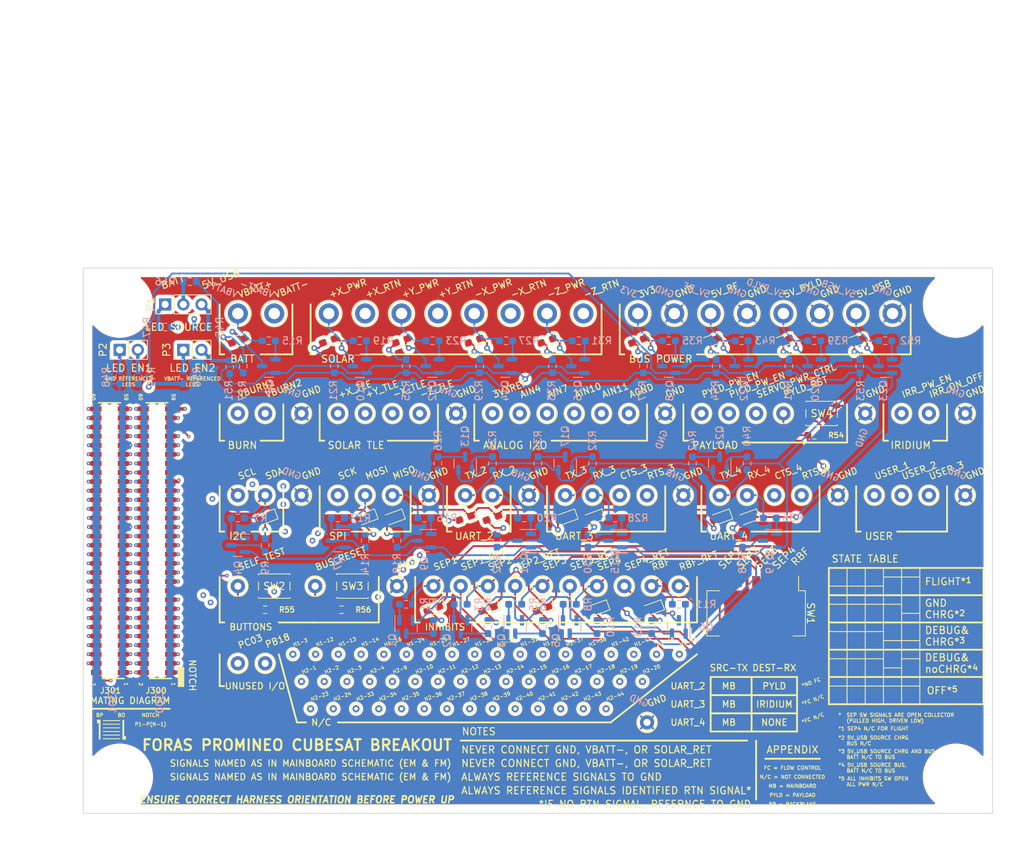
<source format=kicad_pcb>
(kicad_pcb (version 20211014) (generator pcbnew)
  (layers (0 "F.Cu" signal) (1 "In1.Cu" signal) (2 "In2.Cu" signal) (3 "In3.Cu" signal) (4 "In4.Cu" signal) (5 "In5.Cu" signal) (6 "In6.Cu" signal) (31 "B.Cu" signal) (34 "B.Paste" user) (35 "F.Paste" user) (36 "B.SilkS" user "B.Silkscreen") (37 "F.SilkS" user "F.Silkscreen") (38 "B.Mask" user) (39 "F.Mask" user) (44 "Edge.Cuts" user))
  (net 0 "")
  (net 1 "/VBATT-")
  (net 2 "Net-(D1-Pad2)")
  (net 3 "Net-(D2-Pad2)")
  (net 4 "Net-(D3-Pad2)")
  (net 5 "/GND")
  (net 6 "Net-(D4-Pad2)")
  (net 7 "Net-(D5-Pad2)")
  (net 8 "Net-(D6-Pad1)")
  (net 9 "/VBATT+")
  (net 10 "Net-(D7-Pad2)")
  (net 11 "Net-(D6-Pad2)")
  (net 12 "Net-(D9-Pad2)")
  (net 13 "Net-(D8-Pad1)")
  (net 14 "Net-(D11-Pad2)")
  (net 15 "Net-(D8-Pad2)")
  (net 16 "Net-(D13-Pad2)")
  (net 17 "Net-(D14-Pad2)")
  (net 18 "Net-(D15-Pad2)")
  (net 19 "Net-(D16-Pad1)")
  (net 20 "Net-(D17-Pad2)")
  (net 21 "Net-(D18-Pad1)")
  (net 22 "Net-(D18-Pad2)")
  (net 23 "Net-(D19-Pad2)")
  (net 24 "Net-(D20-Pad1)")
  (net 25 "Net-(D20-Pad2)")
  (net 26 "Net-(D21-Pad2)")
  (net 27 "Net-(D22-Pad1)")
  (net 28 "Net-(D22-Pad2)")
  (net 29 "Net-(Q1-Pad1)")
  (net 30 "Net-(Q1-Pad3)")
  (net 31 "Net-(Q2-Pad1)")
  (net 32 "Net-(Q2-Pad3)")
  (net 33 "Net-(Q3-Pad1)")
  (net 34 "Net-(Q3-Pad3)")
  (net 35 "Net-(Q4-Pad1)")
  (net 36 "Net-(Q4-Pad3)")
  (net 37 "Net-(Q5-Pad1)")
  (net 38 "Net-(Q5-Pad3)")
  (net 39 "Net-(Q6-Pad1)")
  (net 40 "Net-(D10-Pad1)")
  (net 41 "Net-(Q7-Pad1)")
  (net 42 "Net-(Q7-Pad3)")
  (net 43 "Net-(Q8-Pad1)")
  (net 44 "Net-(D10-Pad2)")
  (net 45 "Net-(Q9-Pad1)")
  (net 46 "Net-(Q9-Pad3)")
  (net 47 "Net-(Q10-Pad1)")
  (net 48 "Net-(D12-Pad1)")
  (net 49 "Net-(Q11-Pad1)")
  (net 50 "Net-(Q11-Pad3)")
  (net 51 "Net-(Q12-Pad1)")
  (net 52 "Net-(D12-Pad2)")
  (net 53 "Net-(Q13-Pad1)")
  (net 54 "Net-(Q13-Pad3)")
  (net 55 "Net-(Q14-Pad1)")
  (net 56 "Net-(D14-Pad1)")
  (net 57 "Net-(Q15-Pad1)")
  (net 58 "Net-(Q15-Pad3)")
  (net 59 "Net-(Q16-Pad1)")
  (net 60 "Net-(D16-Pad2)")
  (net 61 "Net-(Q17-Pad1)")
  (net 62 "Net-(Q17-Pad3)")
  (net 63 "Net-(Q18-Pad1)")
  (net 64 "Net-(Q19-Pad1)")
  (net 65 "Net-(Q19-Pad3)")
  (net 66 "Net-(Q20-Pad1)")
  (net 67 "Net-(Q21-Pad1)")
  (net 68 "Net-(Q21-Pad3)")
  (net 69 "Net-(Q22-Pad1)")
  (net 70 "/SEP1")
  (net 71 "/SEP2")
  (net 72 "/SEP3")
  (net 73 "/SDA")
  (net 74 "/SEP4")
  (net 75 "/RBF")
  (net 76 "/MOSI")
  (net 77 "/MISO")
  (net 78 "/+X_SOLAR_PWR")
  (net 79 "/RX_2")
  (net 80 "/+Y_SOLAR_PWR")
  (net 81 "/TX_2")
  (net 82 "/-X_SOLAR_PWR")
  (net 83 "/RX_3")
  (net 84 "/-Z_SOLAR_PWR")
  (net 85 "/TX_3")
  (net 86 "/3V3")
  (net 87 "/RX_4")
  (net 88 "/5V_PYLD")
  (net 89 "/TX_4")
  (net 90 "/5V_RF")
  (net 91 "/SEP4_RET")
  (net 92 "/SEP3_RET")
  (net 93 "/SEP2_RET")
  (net 94 "/SEP1_RET")
  (net 95 "/SELF_TEST")
  (net 96 "/BUS_RESET")
  (net 97 "/-Z_SOLAR_TLE")
  (net 98 "/H2-1")
  (net 99 "/H2-3")
  (net 100 "/AIN10")
  (net 101 "/AIN4")
  (net 102 "/H2-9")
  (net 103 "/H2-11")
  (net 104 "/H2-13")
  (net 105 "/H2-15")
  (net 106 "/H2-17")
  (net 107 "/H2-19")
  (net 108 "/PB18")
  (net 109 "/H2-23")
  (net 110 "/AGND")
  (net 111 "/H2-33")
  (net 112 "/H2-35")
  (net 113 "/H2-37")
  (net 114 "/H2-39")
  (net 115 "/H2-41")
  (net 116 "/H2-43")
  (net 117 "/+Y_SOLAR_RTN")
  (net 118 "/-Z_SOLAR_RTN")
  (net 119 "/VBURN1")
  (net 120 "/H1-3")
  (net 121 "/PYLD_SERVO_PWR_CTRL")
  (net 122 "/IRR_PW_EN")
  (net 123 "/CTS_4")
  (net 124 "/PYLD_PW_EN")
  (net 125 "/H1-13")
  (net 126 "/SCK")
  (net 127 "/H1-25")
  (net 128 "/H1-27")
  (net 129 "/H1-31")
  (net 130 "/RTS_3")
  (net 131 "/H1-37")
  (net 132 "/SCL")
  (net 133 "/H1-45")
  (net 134 "/USER_2")
  (net 135 "/+Y_SOLAR_TLE")
  (net 136 "/+X_SOLAR_RTN")
  (net 137 "/VBURN2")
  (net 138 "/MB_PC03")
  (net 139 "/PYLD_RST")
  (net 140 "/IRR_ON_OFF")
  (net 141 "/RTS_4")
  (net 142 "/H1-12")
  (net 143 "/H1-14")
  (net 144 "/H1-16")
  (net 145 "/H1-24")
  (net 146 "/3V3REF")
  (net 147 "/H1-28")
  (net 148 "/H1-30")
  (net 149 "/5V_USB")
  (net 150 "/H1-34")
  (net 151 "/CTS_3")
  (net 152 "/H1-38")
  (net 153 "/H1-42")
  (net 154 "/H1-44")
  (net 155 "/H1-46")
  (net 156 "/USER_1")
  (net 157 "/USER_3")
  (net 158 "/-X_SOLAR_TLE")
  (net 159 "/+X_SOLAR_TLE")
  (net 160 "/H2-2")
  (net 161 "/H2-4")
  (net 162 "/AIN11")
  (net 163 "/AIN7")
  (net 164 "/H2-10")
  (net 165 "/H2-12")
  (net 166 "/H2-14")
  (net 167 "/H2-16")
  (net 168 "/H2-18")
  (net 169 "/H2-20")
  (net 170 "/PICO_PW_EN")
  (net 171 "/H2-24")
  (net 172 "/H2-34")
  (net 173 "/H2-36")
  (net 174 "/H2-38")
  (net 175 "/H2-40")
  (net 176 "/H2-42")
  (net 177 "/H2-44")
  (net 178 "/-X_SOLAR_RTN")
  (net 179 "/LED_RET_2")
  (net 180 "/LED_RET_1")
  (net 181 "/LED+")
  (net 182 "Net-(P1-Pad1)")
  (net 183 "Net-(P1-Pad2)")
  (net 184 "Net-(P1-Pad3)")
  (net 185 "Net-(P2-Pad1)")
  (net 186 "Net-(P2-Pad2)")
  (net 187 "Net-(P3-Pad1)")
  (net 188 "Net-(P3-Pad2)")
  (net 189 "Net-(D23-Pad1)")
  (net 190 "Net-(D23-Pad2)")
  (net 191 "Net-(Q23-Pad1)")
  (net 192 "Net-(R54-Pad2)")
  (net 193 "Net-(R55-Pad2)")
  (net 194 "Net-(R56-Pad2)")
  (footprint "TestPoint:TestPoint_Keystone_5000-5004_Miniature" (layer "F.Cu") (at 128.905 105.41)
    (fp_text reference "TP28" hide)
    (fp_text value "SEP3_RET")
  )
  (footprint "TestPoint:TestPoint_THTPad_D1.0mm_Drill0.5mm" (layer "F.Cu") (at 116.84 118.745)
    (fp_text reference "TP9" hide)
    (fp_text value "H2-13")
  )
  (footprint "TestPoint:TestPoint_THTPad_D1.0mm_Drill0.5mm" (layer "F.Cu") (at 97.79 118.745)
    (fp_text reference "TP4" hide)
    (fp_text value "H2-3")
  )
  (footprint "TestPoint:TestPoint_THTPad_D1.0mm_Drill0.5mm" (layer "F.Cu") (at 134.685 114.935)
    (fp_text reference "TP83" hide)
    (fp_text value "H1-42")
  )
  (footprint "Button_Switch_SMD:SW_SPST_PTS810" (layer "F.Cu") (at 164.084 81.28 180)
    (fp_text reference "SW4")
    (fp_text value "PTS810 SJS 250 SMTR LFS")
  )
  (footprint "LED_SMD:LED_0603_1608Metric_Pad1.05x0.95mm_HandSolder" (layer "F.Cu") (at 114.3 95.885 -160)
    (fp_text reference "D13" hide)
    (fp_text value "YEL")
  )
  (footprint "TestPoint:TestPoint_THTPad_D1.0mm_Drill0.5mm" (layer "F.Cu") (at 100.965 118.745)
    (fp_text reference "TP94" hide)
    (fp_text value "H2-4")
  )
  (footprint "TestPoint:TestPoint_THTPad_D1.0mm_Drill0.5mm" (layer "F.Cu") (at 126.365 118.745)
    (fp_text reference "TP100" hide)
    (fp_text value "H2-16")
  )
  (footprint "TestPoint:TestPoint_Keystone_5000-5004_Miniature" (layer "F.Cu") (at 96.52 81.28)
    (fp_text reference "TP91" hide)
    (fp_text value "+X_TLE")
  )
  (footprint "TestPoint:TestPoint_THTPad_D1.0mm_Drill0.5mm" (layer "F.Cu") (at 127.635 122.555)
    (fp_text reference "TP113" hide)
    (fp_text value "H2-42")
  )
  (footprint "TestPoint:TestPoint_Keystone_5000-5004_Miniature" (layer "F.Cu") (at 179.07 92.71)
    (fp_text reference "TP87" hide)
    (fp_text value "USER_3")
  )
  (footprint "TestPoint:TestPoint_Keystone_5000-5004_Miniature" (layer "F.Cu") (at 100.33 92.71)
    (fp_text reference "TP44" hide)
    (fp_text value "MOSI")
  )
  (footprint "LED_SMD:LED_0603_1608Metric_Pad1.05x0.95mm_HandSolder" (layer "F.Cu") (at 140.335 108.585 -160)
    (fp_text reference "D6" hide)
    (fp_text value "RED")
  )
  (footprint "LED_SMD:LED_0603_1608Metric_Pad1.05x0.95mm_HandSolder" (layer "F.Cu") (at 158.75 71.12 -160)
    (fp_text reference "D20" hide)
    (fp_text value "GRN")
  )
  (footprint "TestPoint:TestPoint_THTPad_D1.0mm_Drill0.5mm" (layer "F.Cu") (at 129.54 118.745)
    (fp_text reference "TP11" hide)
    (fp_text value "H2-17")
  )
  (footprint "LED_SMD:LED_0603_1608Metric_Pad1.05x0.95mm_HandSolder" (layer "F.Cu") (at 168.91 71.12 -160)
    (fp_text reference "D23" hide)
    (fp_text value "GRN")
  )
  (footprint "TestPoint:TestPoint_Keystone_5000-5004_Miniature" (layer "F.Cu") (at 144.145 105.41)
    (fp_text reference "TP105" hide)
    (fp_text value "RBF_RET")
  )
  (footprint "TestPoint:TestPoint_Keystone_5000-5004_Miniature" (layer "F.Cu") (at 121.285 105.41)
    (fp_text reference "TP88" hide)
    (fp_text value "SEP2_RET")
  )
  (footprint "TestPoint:TestPoint_Keystone_5010-5014_Multipurpose" (layer "F.Cu") (at 148.59 67.31 90)
    (fp_text reference "TP49" hide)
    (fp_text value "5V_RF")
  )
  (footprint "TestPoint:TestPoint_Keystone_5000-5004_Miniature" (layer "F.Cu") (at 132.715 105.41)
    (fp_text reference "TP120" hide)
    (fp_text value "SEP4")
  )
  (footprint "Connector_PinHeader_2.54mm:PinHeader_1x03_P2.54mm_Vertical" (layer "F.Cu") (at 72.39 66.04 90)
    (fp_text reference "P1")
    (fp_text value "Conn_01x03")
  )
  (footprint "TestPoint:TestPoint_THTPad_D1.0mm_Drill0.5mm" (layer "F.Cu") (at 105.41 122.555)
    (fp_text reference "TP20" hide)
    (fp_text value "H2-35")
  )
  (footprint "TestPoint:TestPoint_Keystone_5000-5004_Miniature" (layer "F.Cu") (at 118.11 92.71)
    (fp_text reference "TP42" hide)
    (fp_text value "RX_2")
  )
  (footprint "TestPoint:TestPoint_THTPad_D1.0mm_Drill0.5mm" (layer "F.Cu") (at 109.285 114.935)
    (fp_text reference "TP45" hide)
    (fp_text value "H1-25")
  )
  (footprint "Connector_PinHeader_2.54mm:PinHeader_1x02_P2.54mm_Vertical" (layer "F.Cu") (at 74.93 72.39 90)
    (fp_text reference "P3")
    (fp_text value "Conn_01x03")
  )
  (footprint "TestPoint:TestPoint_THTPad_D1.0mm_Drill0.5mm" (layer "F.Cu") (at 139.065 118.745)
    (fp_text reference "TP102" hide)
    (fp_text value "H2-20")
  )
  (footprint "TestPoint:TestPoint_Keystone_5000-5004_Miniature" (layer "F.Cu") (at 125.095 105.41)
    (fp_text reference "TP30" hide)
    (fp_text value "SEP3")
  )
  (footprint "TestPoint:TestPoint_Keystone_5000-5004_Miniature" (layer "F.Cu") (at 166.37 92.71)
    (fp_text reference "TP116" hide)
    (fp_text value "GND")
  )
  (footprint "TestPoint:TestPoint_Keystone_5000-5004_Miniature" (layer "F.Cu") (at 91.44 92.71)
    (fp_text reference "TP116" hide)
    (fp_text value "GND")
  )
  (footprint "TestPoint:TestPoint_THTPad_D1.0mm_Drill0.5mm" (layer "F.Cu") (at 104.14 118.745)
    (fp_text reference "TP7" hide)
    (fp_text value "H2-9")
  )
  (footprint "Resistor_SMD:R_0603_1608Metric_Pad0.98x0.95mm_HandSolder" (layer "F.Cu") (at 163.068 84.328)
    (fp_text reference "R54")
    (fp_text value "0")
  )
  (footprint "TestPoint:TestPoint_THTPad_D1.0mm_Drill0.5mm" (layer "F.Cu") (at 121.985 114.935)
    (fp_text reference "TP48" hide)
    (fp_text value "H1-31")
  )
  (footprint "TestPoint:TestPoint_THTPad_D1.0mm_Drill0.5mm" (layer "F.Cu") (at 112.46 114.935)
    (fp_text reference "TP46" hide)
    (fp_text value "H1-27")
  )
  (footprint "TestPoint:TestPoint_Keystone_5000-5004_Miniature" (layer "F.Cu") (at 135.89 92.71)
    (fp_text reference "TP80" hide)
    (fp_text value "CTS_3")
  )
  (footprint "TestPoint:TestPoint_THTPad_D1.0mm_Drill0.5mm" (layer "F.Cu") (at 118.11 122.555)
    (fp_text reference "TP22" hide)
    (fp_text value "H2-39")
  )
  (footprint "TestPoint:TestPoint_Keystone_5010-5014_Multipurpose" (layer "F.Cu") (at 105.41 67.31 90)
    (fp_text reference "TP60" hide)
    (fp_text value "+Y_PWR")
  )
  (footprint "TestPoint:TestPoint_THTPad_D1.0mm_Drill0.5mm" (layer "F.Cu") (at 135.89 118.745)
    (fp_text reference "TP12" hide)
    (fp_text value "H2-19")
  )
  (footprint "TestPoint:TestPoint_THTPad_D1.0mm_Drill0.5mm" (layer "F.Cu") (at 124.46 122.555)
    (fp_text reference "TP23" hide)
    (fp_text value "H2-41")
  )
  (footprint "LED_SMD:LED_0603_1608Metric_Pad1.05x0.95mm_HandSolder" (layer "F.Cu") (at 153.67 95.885 -160)
    (fp_text reference "D19" hide)
    (fp_text value "YEL")
  )
  (footprint "LED_SMD:LED_0603_1608Metric_Pad1.05x0.95mm_HandSolder" (layer "F.Cu") (at 118.11 95.885 -160)
    (fp_text reference "D11" hide)
    (fp_text value "YEL")
  )
  (footprint "TestPoint:TestPoint_THTPad_D1.0mm_Drill0.5mm" (layer "F.Cu") (at 123.19 118.745)
    (fp_text reference "TP10" hide)
    (fp_text value "H2-15")
  )
  (footprint "TestPoint:TestPoint_THTPad_D1.0mm_Drill0.5mm" (layer "F.Cu") (at 106.11 114.935)
    (fp_text reference "TP74" hide)
    (fp_text value "H1-24")
  )
  (footprint "LED_SMD:LED_0603_1608Metric_Pad1.05x0.95mm_HandSolder" (layer "F.Cu") (at 138.43 71.12 -160)
    (fp_text reference "D18" hide)
    (fp_text value "GRN")
  )
  (footprint "TestPoint:TestPoint_Keystone_5000-5004_Miniature" (layer "F.Cu") (at 91.44 81.28)
    (fp_text reference "TP116" hide)
    (fp_text value "GND")
  )
  (footprint "TestPoint:TestPoint_Keystone_5000-5004_Miniature" (layer "F.Cu") (at 179.07 81.28)
    (fp_text reference "TP66" hide)
    (fp_text value "IRR_ON_OFF")
  )
  (footprint "TestPoint:TestPoint_Keystone_5000-5004_Miniature" (layer "F.Cu") (at 142.24 81.28)
    (fp_text reference "TP116" hide)
    (fp_text value "GND")
  )
  (footprint "TestPoint:TestPoint_Keystone_5000-5004_Miniature" (layer "F.Cu") (at 100.33 81.28)
    (fp_text reference "TP59" hide)
    (fp_text value "+Y_TLE")
  )
  (footprint "TestPoint:TestPoint_THTPad_D1.0mm_Drill0.5mm" (layer "F.Cu") (at 107.315 118.745)
    (fp_text reference "TP97" hide)
    (fp_text value "H2-10")
  )
  (footprint "TestPoint:TestPoint_Keystone_5010-5014_Multipurpose" (layer "F.Cu") (at 143.51 67.31 90)
    (fp_text reference "TP108" hide)
    (fp_text value "GND")
  )
  (footprint "LED_SMD:LED_0603_1608Metric_Pad1.05x0.95mm_HandSolder" (layer "F.Cu") (at 86.36 95.885 -160)
    (fp_text reference "D4" hide)
    (fp_text value "YEL")
  )
  (footprint "TestPoint:TestPoint_THTPad_D1.0mm_Drill0.5mm" (layer "F.Cu") (at 130.81 122.555)
    (fp_text reference "TP24" hide)
    (fp_text value "H2-43")
  )
  (footprint "TestPoint:TestPoint_Keystone_5000-5004_Miniature" (layer "F.Cu") (at 117.475 105.41)
    (fp_text reference "TP61" hide)
    (fp_text value "SEP2")
  )
  (footprint "TestPoint:TestPoint_Keystone_5010-5014_Multipurpose" (layer "F.Cu") (at 130.81 67.31 90)
    (fp_text reference "TP32" hide)
    (fp_text value "-Z_RTN")
  )
  (footprint "TestPoint:TestPoint_THTPad_D1.0mm_Drill0.5mm" (layer "F.Cu") (at 120.015 118.745)
    (fp_text reference "TP99" hide)
    (fp_text value "H2-14")
  )
  (footprint "TestPoint:TestPoint_Keystone_5000-5004_Miniature" (layer "F.Cu") (at 86.36 116.205)
    (fp_text reference "TP13" hide)
    (fp_text value "PB18")
  )
  (footprint "TestPoint:TestPoint_Keystone_5010-5014_Multipurpose" (layer "F.Cu") (at 100.33 67.31 90)
    (fp_text reference "TP62" hide)
    (fp_text value "+X_RTN")
  )
  (footprint "TestPoint:TestPoint_Keystone_5000-5004_Miniature" (layer "F.Cu") (at 133.35 81.28)
    (fp_text reference "TP95" hide)
    (fp_text value "AIN11")
  )
  (footprint "TestPoint:TestPoint_Keystone_5010-5014_Multipurpose" (layer "F.Cu") (at 125.73 67.31 90)
    (fp_text reference "TP2" hide)
    (fp_text value "-Z_PWR")
  )
  (footprint "LED_SMD:LED_0603_1608Metric_Pad1.05x0.95mm_HandSolder" (layer "F.Cu") (at 82.55 71.12 -160)
    (fp_text reference "D8" hide)
    (fp_text value "GRN")
  )
  (footprint "TestPoint:TestPoint_THTPad_D1.0mm_Drill0.5mm" (layer "F.Cu") (at 113.665 118.745)
    (fp_text reference "TP98" hide)
    (fp_text value "H2-12")
  )
  (footprint "TestPoint:TestPoint_Keystone_5000-5004_Miniature" (layer "F.Cu") (at 129.54 81.28)
    (fp_text reference "TP5" hide)
    (fp_text value "AIN10")
  )
  (footprint "TestPoint:TestPoint_Keystone_5000-5004_Miniature" (layer "F.Cu") (at 128.27 92.71)
    (fp_text reference "TP82" hide)
    (fp_text value "TX_3")
  )
  (footprint "LED_SMD:LED_0603_1608Metric_Pad1.05x0.95mm_HandSolder" (layer "F.Cu") (at 125.095 108.585 -160)
    (fp_text reference "D3" hide)
    (fp_text value "RED")
  )
  (footprint "LED_SMD:LED_0603_1608Metric_Pad1.05x0.95mm_HandSolder" (layer "F.Cu") (at 105.41 71.12 -160)
    (fp_text reference "D12" hide)
    (fp_text value "GRN")
  )
  (footprint "TestPoint:TestPoint_Keystone_5010-5014_Multipurpose" (layer "F.Cu") (at 138.43 67.31 90)
    (fp_text reference "TP16" hide)
    (fp_text value "3V3")
  )
  (footprint "TestPoint:TestPoint_Keystone_5000-5004_Miniature" (layer "F.Cu") (at 82.55 116.205)
    (fp_text reference "TP64" hide)
    (fp_text value "PC03")
  )
  (footprint "TestPoint:TestPoint_Keystone_5000-5004_Miniature" (layer "F.Cu") (at 93.345 105.41)
    (fp_text reference "TP47" hide)
    (fp_text value "BUS_RESET")
  )
  (footprint "TestPoint:TestPoint_Keystone_5000-5004_Miniature" (layer "F.Cu") (at 82.55 92.71)
    (fp_text reference "TP54" hide)
    (fp_text value "SCL")
  )
  (footprint "LED_SMD:LED_0603_1608Metric_Pad1.05x0.95mm_HandSolder" (layer "F.Cu") (at 148.59 71.12 -160)
    (fp_text reference "D22" hide)
    (fp_text value "GRN")
  )
  (footprint "TestPoint:TestPoint_THTPad_D1.0mm_Drill0.5mm" (layer "F.Cu") (at 128.335 114.935)
    (fp_text reference "TP51" hide)
    (fp_text value "H1-37")
  )
  (footprint "TestPoint:TestPoint_THTPad_D1.0mm_Drill0.5mm" (layer "F.Cu") (at 131.51 114.935)
    (fp_text reference "TP81" hide)
    (fp_text value "H1-38")
  )
  (footprint "LED_SMD:LED_0603_1608Metric_Pad1.05x0.95mm_HandSolder" (layer "F.Cu") (at 125.73 71.12 -160)
    (fp_text reference "D16" hide)
    (fp_text value "GRN")
  )
  (footprint "TestPoint:TestPoint_Keystone_5000-5004_Miniature" (layer "F.Cu") (at 96.52 92.71)
    (fp_text reference "TP43" hide)
    (fp_text value "SCK")
  )
  (footprint "breakout:SAMTEC_CLP-130-02-X-D-BE-A-P-TR" (layer "F.Cu") (at 64.643 99.06 -90)
    (fp_text reference "J301")
    (fp_text value "Breakout Connector")
  )
  (footprint "TestPoint:TestPoint_THTPad_D1.0mm_Drill0.5mm" (layer "F.Cu") (at 111.76 122.555)
    (fp_text reference "TP21" hide)
    (fp_text value "H2-37")
  )
  (footprint "LED_SMD:LED_0603_1608Metric_Pad1.05x0.95mm_HandSolder" (layer "F.Cu") (at 117.475 108.585 -160)
    (fp_text reference "D2" hide)
    (fp_text value "RED")
  )
  (footprint "TestPoint:TestPoint_Keystone_5000-5004_Miniature" (layer "F.Cu") (at 175.26 92.71)
    (fp_text reference "TP57" hide)
    (fp_text value "USER_2")
  )
  (footprint "TestPoint:TestPoint_THTPad_D1.0mm_Drill0.5mm" (layer "F.Cu") (at 141.035 114.935)
    (fp_text reference "TP55" hide)
    (fp_text value "H1-45")
  )
  (footprint "Resistor_SMD:R_0603_1608Metric_Pad0.98x0.95mm_HandSolder" (layer "F.Cu") (at 86.36 108.712)
    (fp_text reference "R55")
    (fp_text value "0")
  )
  (footprint "TestPoint:TestPoint_THTPad_D1.0mm_Drill0.5mm" (layer "F.Cu") (at 144.21 114.935)
    (fp_text reference "TP85" hide)
    (fp_text value "H1-46")
  )
  (footprint "Button_Switch_SMD:SW_DIP_SPSTx05_Slide_Omron_A6S-510x_W8.9mm_P2.54mm" (layer "F.Cu") (at 154.94 109.22 -90)
    (fp_text reference "SW1")
    (fp_text value "A6SN-5104")
  )
  (footprint "TestPoint:TestPoint_Keystone_5010-5014_Multipurpose" (layer "F.Cu") (at 110.49 67.31 90)
    (fp_text reference "TP29" hide)
    (fp_text value "+Y_RTN")
  )
  (footprint "TestPoint:TestPoint_THTPad_D1.0mm_Drill0.5mm" (layer "F.Cu") (at 137.86 114.935)
    (fp_text reference "TP84" hide)
    (fp_text value "H1-44")
  )
  (footprint "TestPoint:TestPoint_Keystone_5000-5004_Miniature" (layer "F.Cu") (at 157.48 92.71)
    (fp_text reference "TP37" hide)
    (fp_text value "CTS_4")
  )
  (footprint "TestPoint:TestPoint_THTPad_D1.0mm_Drill0.5mm" (layer "F.Cu") (at 96.585 114.935)
    (fp_text reference "TP39" hide)
    (fp_text value "H1-13")
  )
  (footprint "breakout:SAMTEC_CLP-130-02-X-D-BE-A-P-TR" (layer "F.Cu") (at 71.247 99.06 -90)
    (fp_text reference "J300")
    (fp_text value "Breakout Connector")
  )
  (footprint "TestPoint:TestPoint_Keystone_5000-5004_Miniature" (layer "F.Cu") (at 86.36 81.28)
    (fp_text reference "TP63" hide)
    (fp_text value "VBURN2")
  )
  (footprint "MountingHole:MountingHole_3.2mm_M3" (layer "F.Cu") (at 182.88 66.04)
    (fp_text reference "REF**" hide)
    (fp_text value "MountingHole_3.2mm_M3")
  )
  (footprint "TestPoint:TestPoint_Keystone_5000-5004_Miniature" (layer "F.Cu") (at 113.03 81.28)
    (fp_text reference "TP116" hide)
    (fp_text value "GND")
  )
  (footprint "TestPoint:TestPoint_Keystone_5000-5004_Miniature" (layer "F.Cu") (at 132.08 92.71)
    (fp_text reference "TP52" hide)
    (fp_text value "RX_3")
  )
  (footprint "LED_SMD:LED_0603_1608Metric_Pad1.05x0.95mm_HandSolder" (layer "F.Cu") (at 115.57 71.12 -160)
    (fp_text reference "D14" hide)
    (fp_text value "GRN")
  )
  (footprint "TestPoint:TestPoint_Keystone_5000-5004_Miniature" (layer "F.Cu") (at 107.95 81.28)
    (fp_text reference "TP1" hide)
    (fp_text value "-Z_TLE")
  )
  (footprint "TestPoint:TestPoint_THTPad_D1.0mm_Drill0.5mm" (layer "F.Cu") (at 114.935 122.555)
    (fp_text reference "TP111" hide)
    (fp_text value "H2-38")
  )
  (footprint "TestPoint:TestPoint_Keystone_5000-5004_Miniature" (layer "F.Cu") (at 140.335 105.41)
    (fp_text reference "TP40" hide)
    (fp_text value "RBF")
  )
  (footprint "TestPoint:TestPoint_Keystone_5000-5004_Miniature" (layer "F.Cu") (at 109.22 92.71)
    (fp_text reference "TP116" hide)
    (fp_text value "GND")
  )
  (footprint "TestPoint:TestPoint_Keystone_5000-5004_Miniature" (layer "F.Cu") (at 121.92 81.28)
    (fp_text reference "TP6" hide)
    (fp_text value "AIN4")
  )
  (footprint "LED_SMD:LED_0603_1608Metric_Pad1.05x0.95mm_HandSolder" (layer "F.Cu") (at 149.86 95.885 -160)
    (fp_text reference "D21" hide)
    (fp_text value "YEL")
  )
  (footprint "TestPoint:TestPoint_Keystone_5010-5014_Multipurpose" (layer "F.Cu") (at 115.57 67.31 90)
    (fp_text reference "TP90" hide)
    (fp_text value "-X_PWR")
  )
  (footprint "TestPoint:TestPoint_THTPad_D1.0mm_Drill0.5mm" (layer "F.Cu") (at 121.285 122.555)
    (fp_text reference "TP112" hide)
    (fp_text value "H2-40")
  )
  (footprint "TestPoint:TestPoint_Keystone_5000-5004_Miniature" (layer "F.Cu") (at 82.55 81.28)
    (fp_text reference "TP33" hide)
    (fp_text value "VBURN1")
  )
  (footprint "TestPoint:TestPoint_THTPad_D1.0mm_Drill0.5mm" (layer "F.Cu") (at 93.41 114.935)
    (fp_text reference "TP68" hide)
    (fp_text value "H1-12")
  )
  (footprint "TestPoint:TestPoint_Keystone_5000-5004_Miniature" (layer "F.Cu") (at 184.15 81.28)
    (fp_text reference "TP116" hide)
    (fp_text value "GND")
  )
  (footprint "LED_SMD:LED_0603_1608Metric_Pad1.05x0.95mm_HandSolder" (layer "F.Cu") (at 132.715 108.585 -160)
    (fp_text reference "D5" hide)
    (fp_text value "RED")
  )
  (footprint "TestPoint:TestPoint_THTPad_D1.0mm_Drill0.5mm" (layer "F.Cu") (at 125.16 114.935)
    (fp_text reference "TP79" hide)
    (fp_text value "H1-34")
  )
  (footprint "Connector_PinHeader_2.54mm:PinHeader_1x02_P2.54mm_Vertical" (layer "F.Cu") (at 66.04 72.39 90)
    (fp_text reference "P2")
    (fp_text value "Conn_01x03")
  )
  (footprint "LED_SMD:LED_0603_1608Metric_Pad1.05x0.95mm_HandSolder" (layer "F.Cu") (at 100.33 95.885 -160)
    (fp_text reference "D7" hide)
    (fp_text value "YEL")
  )
  (footprint "TestPoint:TestPoint_Keystone_5000-5004_Miniature" (layer "F.Cu") (at 151.13 81.28)
    (fp_text reference "TP103" hide)
    (fp_text value "PICO_PW_EN")
  )
  (footprint "TestPoint:TestPoint_Keystone_5000-5004_Miniature" (layer "F.Cu") (at 144.78 92.71)
    (fp_text reference "TP116" hide)
    (fp_text value "GND")
  )
  (footprint "TestPoint:TestPoint_Keystone_5000-5004_Miniature" (layer "F.Cu") (at 114.3 92.71)
    (fp_text reference "TP72" hide)
    (fp_text value "TX_2")
  )
  (footprint "LED_SMD:LED_0603_1608Metric_Pad1.05x0.95mm_HandSolder" (layer "F.Cu") (at 128.27 95.885 -160)
    (fp_text reference "D17" hide)
    (fp_text value "YEL")
  )
  (footprint "Resistor_SMD:R_0603_1608Metric_Pad0.98x0.95mm_HandSolder" (layer "F.Cu") (at 97.028 108.712)
    (fp_text reference "R56")
    (fp_text value "0")
  )
  (footprint "TestPoint:TestPoint_THTPad_D1.0mm_Drill0.5mm" (layer "F.Cu") (at 91.44 118.745)
    (fp_text reference "TP3" hide)
    (fp_text value "H2-1")
  )
  (footprint "TestPoint:TestPoint_Keystone_5000-5004_Miniature" (layer "F.Cu") (at 139.7 124.46)
    (fp_text reference "TP116" hide)
    (fp_text value "GND")
  )
  (footprint "TestPoint:TestPoint_THTPad_D1.0mm_Drill0.5mm" (layer "F.Cu") (at 102.235 122.555)
    (fp_text reference "TP109" hide)
    (fp_text value "H2-34")
  )
  (footprint "LED_SMD:LED_0603_1608Metric_Pad1.05x0.95mm_HandSolder" (layer "F.Cu") (at 109.855 108.585 -160)
    (fp_text reference "D1" hide)
    (fp_text value "RED")
  )
  (footprint "TestPoint:TestPoint_THTPad_D1.0mm_Drill0.5mm" (layer "F.Cu") (at 99.76 114.935)
    (fp_text reference "TP69" hide)
    (fp_text value "H1-14")
  )
  (footprint "TestPoint:TestPoint_Keystone_5000-5004_Miniature" (layer "F.Cu") (at 125.73 81.28)
    (fp_text reference "TP96" hide)
    (fp_text value "AIN7")
  )
  (footprint "TestPoint:TestPoint_Keystone_5000-5004_Miniature" (layer "F.Cu") (at 175.26 81.28)
    (fp_text reference "TP36" hide)
    (fp_text value "IRR_PW_EN")
  )
  (footprint "TestPoint:TestPoint_THTPad_D1.0mm_Drill0.5mm" (layer "F.Cu") (at 108.585 122.555)
    (fp_text reference "TP110" hide)
    (fp_text value "H2-36")
  )
  (footprint "MountingHole:MountingHole_3.2mm_M3" (layer "F.Cu") (at 66.04 132.08)
    (fp_text reference "REF**" hide)
    (fp_text value "MountingHole_3.2mm_M3")
  )
  (footprint "TestPoint:TestPoint_THTPad_D1.0mm_Drill0.5mm" (layer "F.Cu") (at 132.715 118.745)
    (fp_text reference "TP101" hide)
    (fp_text value "H2-18")
  )
  (footprint "TestPoint:TestPoint_Keystone_5000-5004_Miniature" (layer "F.Cu") (at 149.86 92.71)
    (fp_text reference "TP71" hide)
    (fp_text value "TX_4")
  )
  (footprint "TestPoint:TestPoint_Keystone_5000-5004_Miniature" (layer "F.Cu") (at 118.11 81.28)
    (fp_text reference "TP75" hide)
    (fp_text value "3V3REF")
  )
  (footprint "Button_Switch_SMD:SW_SPST_PTS810" (layer "F.Cu") (at 87.63 105.41 180)
    (fp_text reference "SW2")
    (fp_text value "PTS810 SJS 250 SMTR LFS")
  )
  (footprint "TestPoint:TestPoint_THTPad_D1.0mm_Drill0.5mm" (layer "F.Cu") (at 94.615 118.745)
    (fp_text reference "TP93" hide)
    (fp_text value "H2-2")
  )
  (footprint "TestPoint:TestPoint_THTPad_D1.0mm_Drill0.5mm" (layer "F.Cu") (at 102.935 114.935)
    (fp_text reference "TP70" hide)
    (fp_text value "H1-16")
  )
  (footprint "TestPoint:TestPoint_THTPad_D1.0mm_Drill0.5mm" (layer "F.Cu") (at 110.49 118.745)
    (fp_text reference "TP8" hide)
    (fp_text value "H2-11")
  )
  (footprint "Button_Switch_SMD:SW_SPST_PTS810" (layer "F.Cu") (at 98.552 105.41 180)
    (fp_text reference "SW3")
    (fp_text value "PTS810 SJS 250 SMTR LFS")
  )
  (footprint "TestPoint:TestPoint_Keystone_5000-5004_Miniature" (layer "F.Cu") (at 82.55 105.41)
    (fp_text reference "TP56" hide)
    (fp_text value "SELF_TEST")
  )
  (footprint "TestPoint:TestPoint_Keystone_5010-5014_Multipurpose" (layer "F.Cu") (at 168.91 67.31 90)
    (fp_text reference "TP78" hide)
    (fp_text value "5V_USB")
  )
  (footprint "TestPoint:TestPoint_Keystone_5000-5004_Miniature" (layer "F.Cu") (at 109.855 105.41)
    (fp_text reference "TP31" hide)
    (fp_text value "SEP1")
  )
  (footprint "TestPoint:TestPoint_THTPad_D1.0mm_Drill0.5mm" (layer "F.Cu") (at 92.71 122.555)
    (fp_text reference "TP14" hide)
    (fp_text value "H2-23")
  )
  (footprint "TestPoint:TestPoint_Keystone_5010-5014_Multipurpose" (layer "F.Cu") (at 87.63 67.31 90)
    (fp_text reference "TP27" hide)
    (fp_text value "VBATT-")
  )
  (footprint "LED_SMD:LED_0603_1608Metric_Pad1.05x0.95mm_HandSolder" (layer "F.Cu") (at 132.08 95.885 -160)
    (fp_text reference "D15" hide)
    (fp_text value "YEL")
  )
  (footprint "TestPoint:TestPoint_Keystone_5000-5004_Miniature" (layer "F.Cu") (at 184.15 92.71)
    (fp_text reference "TP116" hide)
    (fp_text value "GND")
  )
  (footprint "LED_SMD:LED_0603_1608Metric_Pad1.05x0.95mm_HandSolder" (layer "F.Cu") (at 104.14 95.885 -160)
    (fp_text reference "D9" hide)
    (fp_text value "YEL")
  )
  (footprint "TestPoint:TestPoint_Keystone_5010-5014_Multipurpose" (layer "F.Cu") (at 153.67 67.31 90)
    (fp_text reference "TP107" hide)
    (fp_text value "GND")
  )
  (footprint "TestPoint:TestPoint_Keystone_5000-5004_Miniature" (layer "F.Cu") (at 154.94 81.28)
    (fp_text reference "TP35" hide)
    (fp_text value "SERVO_PWR_CTRL")
  )
  (footprint "MountingHole:MountingHole_3.2mm_M3" (layer "F.Cu") (at 182.88 132.08)
    (fp_text reference "REF**" hide)
    (fp_text value "MountingHole_3.2mm_M3")
  )
  (footprint "TestPoint:TestPoint_THTPad_D1.0mm_Drill0.5mm" (layer "F.Cu") (at 95.885 122.555)
    (fp_text reference "TP104" hide)
    (fp_text value "H2-24")
  )
  (footprint "TestPoint:TestPoint_Keystone_5010-5014_Multipurpose" (layer "F.Cu") (at 120.65 67.31 90)
    (fp_text reference "TP119" hide)
    (fp_text value "-X_RTN")
  )
  (footprint "TestPoint:TestPoint_Keystone_5010-5014_Multipurpose" (layer "F.Cu") (at 82.55 67.31 90)
    (fp_text reference "TP25" hide)
    (fp_text value "VBATT+")
  )
  (footprint "TestPoint:TestPoint_Keystone_5010-5014_Multipurpose" (layer "F.Cu") (at 95.25 67.31 90)
    (fp_text reference "TP92" hide)
    (fp_text value "+X_PWR")
  )
  (footprint "TestPoint:TestPoint_Keystone_5000-5004_Miniature" (layer "F.Cu") (at 171.45 92.71)
    (fp_text reference "TP86" hide)
    (fp_text value "USER_1")
  )
  (footprint "TestPoint:TestPoint_THTPad_D1.0mm_Drill0.5mm" (layer "F.Cu") (at 99.06 122.555)
    (fp_text reference "TP19" hide)
    (fp_text value "H2-33")
  )
  (footprint "TestPoint:TestPoint_THTPad_D1.0mm_Drill0.5mm" (layer "F.Cu") (at 90.235 114.935)
    (fp_text reference "TP34" hide)
    (fp_text value "H1-3")
  )
  (footprint "TestPoint:TestPoint_THTPad_D1.0mm_Drill0.5mm" (layer "F.Cu") (at 115.635 114.935)
    (fp_text reference "TP76" hide)
    (fp_text value "H1-28")
  )
  (footprint "TestPoint:TestPoint_Keystone_5000-5004_Miniature" (layer "F.Cu") (at 104.775 105.41)
    (fp_text reference "TP116" hide)
    (fp_text value "GND")
  )
  (footprint "TestPoint:TestPoint_Keystone_5010-5014_Multipurpose" (layer "F.Cu") (at 163.83 67.31 90)
    (fp_text reference "TP17" hide)
    (fp_text value "GND")
  )
  (footprint "TestPoint:TestPoint_Keystone_5000-5004_Miniature" (layer "F.Cu") (at 104.14 92.71)
    (fp_text reference "TP73" hide)
    (fp_text value "MISO")
  )
  (footprint "TestPoint:TestPoint_Keystone_5000-5004_Miniature" (layer "F.Cu") (at 113.665 105.41)
    (fp_text reference "TP58" hide)
    (fp_text value "SEP1_RET")
  )
  (footprint "LED_SMD:LED_0603_1608Metric_Pad1.05x0.95mm_HandSolder" (layer "F.Cu") (at 95.25 71.12 -160)
    (fp_text reference "D10" hide)
    (fp_text value "GRN")
  )
  (footprint "TestPoint:TestPoint_Keystone_5000-5004_Miniature" (layer "F.Cu") (at 161.29 92.71)
    (fp_text reference "TP67" hide)
    (fp_text value "RTS_4")
  )
  (footprint "TestPoint:TestPoint_Keystone_5000-5004_Miniature" (layer "F.Cu") (at 139.7 92.71)
    (fp_text reference "TP50" hide)
    (fp_text value "RTS_3")
  )
  (footprint "TestPoint:TestPoint_Keystone_5000-5004_Miniature" (layer "F.Cu") (at 104.14 81.28)
    (fp_text reference "TP89" hide)
    (fp_text value "-X_TLE")
  )
  (footprint "TestPoint:TestPoint_Keystone_5000-5004_Miniature" (layer "F.Cu") (at 137.16 81.28)
    (fp_text reference "TP18" hide)
    (fp_text value "AGND")
  )
  (footprint "TestPoint:TestPoint_Keystone_5010-5014_Multipurpose" (layer "F.Cu") (at 158.75 67.31 90)
    (fp_text reference "TP15" hide)
    (fp_text value "5V_PYLD")
  )
  (footprint "MountingHole:MountingHole_3.2mm_M3" (layer "F.Cu") (at 66.04 66.04)
    (fp_text reference "REF**" hide)
    (fp_text value "MountingHole_3.2mm_M3")
  )
  (footprint "TestPoint:TestPoint_Keystone_5000-5004_Miniature" (layer "F.Cu") (at 158.75 81.28)
    (fp_text reference "TP65" hide)
    (fp_text value "PYLD_RST")
  )
  (footprint "TestPoint:TestPoint_Keystone_5000-5004_Miniature" (layer "F.Cu") (at 147.32 81.28)
    (fp_text reference "TP38" hide)
    (fp_text value "PYLD_PW_EN")
  )
  (footprint "TestPoint:TestPoint_Keystone_5000-5004_Miniature" (layer "F.Cu") (at 153.67 92.71)
    (fp_text reference "TP41" hide)
    (fp_text value "RX_4")
  )
  (footprint "TestPoint:TestPoint_Keystone_5000-5004_Miniature" (layer "F.Cu") (at 170.18 81.28)
    (fp_text reference "TP116" hide)
    (fp_text value "GND")
  )
  (footprint "TestPoint:TestPoint_Keystone_5000-5004_Miniature" (layer "F.Cu") (at 136.525 105.41)
    (fp_text reference "TP118" hide)
    (fp_text value "SEP4_RET")
  )
  (footprint "TestPoint:TestPoint_THTPad_D1.0mm_Drill0.5mm" (layer "F.Cu") (at 133.985 122.555)
    (fp_text reference "TP114" hide)
    (fp_text value "H2-44")
  )
  (footprint "TestPoint:TestPoint_Keystone_5010-5014_Multipurpose" (layer "F.Cu") (at 173.99 67.31 90)
    (fp_text reference "TP26" hide)
    (fp_text value "GND")
  )
  (footprint "TestPoint:TestPoint_Keystone_5000-5004_Miniature" (layer "F.Cu") (at 86.36 92.71)
    (fp_text reference "TP53" hide)
    (fp_text value "SDA")
  )
  (footprint "TestPoint:TestPoint_THTPad_D1.0mm_Drill0.5mm" (layer "F.Cu") (at 118.81 114.935)
    (fp_text reference "TP77" hide)
    (fp_text value "H1-30")
  )
  (footprint "TestPoint:TestPoint_Keystone_5000-5004_Miniature" (layer "F.Cu") (at 123.19 92.71)
    (fp_text reference "TP116" hide)
    (fp_text value "GND")
  )
  (footprint "Resistor_SMD:R_0603_1608Metric_Pad0.98x0.95mm_HandSolder" (layer "B.Cu") (at 142.748 71.12)
    (fp_text reference "R35")
    (fp_text value "10k")
  )
  (footprint "Resistor_SMD:R_0603_1608Metric_Pad0.98x0.95mm_HandSolder" (layer "B.Cu") (at 109.855 111.125 90)
    (fp_text reference "R2")
    (fp_text value "10k")
  )
  (footprint "Resistor_SMD:R_0603_1608Metric_Pad0.98x0.95mm_HandSolder" (layer "B.Cu") (at 106.045 107.95 180)
    (fp_text reference "R1")
    (fp_text value "10k")
  )
  (footprint "Resistor_SMD:R_0603_1608Metric_Pad0.98x0.95mm_HandSolder" (layer "B.Cu") (at 140.335 111.125 -90)
    (fp_text reference "R13")
    (fp_text value "10k")
  )
  (footprint "Resistor_SMD:R_0603_1608Metric_Pad0.98x0.95mm_HandSolder" (layer "B.Cu") (at 128.905 107.95 180)
    (fp_text reference "R8")
    (fp_text value "10k")
  )
  (footprint "Package_TO_SOT_SMD:SOT-23" (layer "B.Cu") (at 128.905 111.125 -90)
    (fp_text reference "Q5")
    (fp_text value "MMBT3906-7-F")
  )
  (footprint "Resistor_SMD:R_0603_1608Metric_Pad0.98x0.95mm_HandSolder" (layer "B.Cu") (at 135.255 95.885)
    (fp_text reference "R28")
    (fp_text value "3.3k")
  )
  (footprint "Resistor_SMD:R_0603_1608Metric_Pad0.98x0.95mm_HandSolder" (layer "B.Cu") (at 172.974 71.12)
    (fp_text reference "R52")
    (fp_text value "10k")
  )
  (footprint "Resistor_SMD:R_0603_1608Metric_Pad0.98x0.95mm_HandSolder" (layer "B.Cu") (at 106.045 74.676 -90)
    (fp_text reference "R25")
    (fp_text value "10k")
  )
  (footprint "Package_TO_SOT_SMD:SOT-23" (layer "B.Cu") (at 113.665 111.125 -90)
    (fp_text reference "Q2")
    (fp_text value "MMBT3906-7-F")
  )
  (footprint "Resistor_SMD:R_0603_1608Metric_Pad0.98x0.95mm_HandSolder" (layer "B.Cu") (at 146.05 88.265 -90)
    (fp_text reference "R42")
    (fp_text value "3.3k")
  )
  (footprint "Resistor_SMD:R_0603_1608Metric_Pad0.98x0.95mm_HandSolder" (layer "B.Cu") (at 66.045 76.2 90)
    (fp_text reference "R48")
    (fp_text value "0")
  )
  (footprint "Resistor_SMD:R_0603_1608Metric_Pad0.98x0.95mm_HandSolder" (layer "B.Cu") (at 68.585 76.2 90)
    (fp_text reference "R49")
    (fp_text value "0")
  )
  (footprint "Package_TO_SOT_SMD:SOT-23" (layer "B.Cu") (at 149.86 88.265 90)
    (fp_text reference "Q21")
    (fp_text value "MMBT3906-7-F")
  )
  (footprint "Resistor_SMD:R_0603_1608Metric_Pad0.98x0.95mm_HandSolder" (layer "B.Cu") (at 132.08 88.265 90)
    (fp_text reference "R32")
    (fp_text value "3.3k")
  )
  (footprint "Package_TO_SOT_SMD:SOT-23" (layer "B.Cu") (at 109.728 74.676 180)
    (fp_text reference "Q12")
    (fp_text value "MMBT3904-TP")
  )
  (footprint "Resistor_SMD:R_0603_1608Metric_Pad0.98x0.95mm_HandSolder" (layer "B.Cu") (at 159.512 74.676 -90)
    (fp_text reference "R41")
    (fp_text value "10k")
  )
  (footprint "Package_TO_SOT_SMD:SOT-23" (layer "B.Cu") (at 130.048 74.676 180)
    (fp_text reference "Q16")
    (fp_text value "MMBT3904-TP")
  )
  (footprint "Resistor_SMD:R_0603_1608Metric_Pad0.98x0.95mm_HandSolder" (layer "B.Cu") (at 125.095 111.125 90)
    (fp_text reference "R6")
    (fp_text value "10k")
  )
  (footprint "Resistor_SMD:R_0603_1608Metric_Pad0.98x0.95mm_HandSolder" (layer "B.Cu") (at 121.285 107.95 180)
    (fp_text reference "R5")
    (fp_text value "10k")
  )
  (footprint "Resistor_SMD:R_0603_1608Metric_Pad0.98x0.95mm_HandSolder" (layer "B.Cu") (at 132.715 111.125 90)
    (fp_text reference "R10")
    (fp_text value "10k")
  )
  (footprint "Package_TO_SOT_SMD:SOT-23" (layer "B.Cu") (at 121.285 111.125 -90)
    (fp_text reference "Q3")
    (fp_text value "MMBT3906-7-F")
  )
  (footprint "Package_TO_SOT_SMD:SOT-23" (layer "B.Cu") (at 142.748 74.676 180)
    (fp_text reference "Q18")
    (fp_text value "MMBT3904-TP")
  )
  (footprint "Package_TO_SOT_SMD:SOT-23" (layer "B.Cu") (at 86.868 74.676 180)
    (fp_text reference "Q8")
    (fp_text value "MMBT3904-TP")
  )
  (footprint "Resistor_SMD:R_0603_1608Metric_Pad0.98x0.95mm_HandSolder" (layer "B.Cu") (at 99.568 71.12)
    (fp_text reference "R19")
    (fp_text value "10k")
  )
  (footprint "Resistor_SMD:R_0603_1608Metric_Pad0.98x0.95mm_HandSolder" (layer "B.Cu") (at 163.068 71.12)
    (fp_text reference "R39")
    (fp_text value "10k")
  )
  (footprint "Resistor_SMD:R_0603_1608Metric_Pad0.98x0.95mm_HandSolder" (layer "B.Cu") (at 118.745 99.06 90)
    (fp_text reference "R22")
    (fp_text value "3.3k")
  )
  (footprint "Package_TO_SOT_SMD:SOT-23" (layer "B.Cu") (at 99.568 74.676 180)
    (fp_text reference "Q10")
    (fp_text value "MMBT3904-TP")
  )
  (footprint "Resistor_SMD:R_0603_1608Metric_Pad0.98x0.95mm_HandSolder" (layer "B.Cu") (at 96.52 95.885 180)
    (fp_text reference "R12")
    (fp_text value "3.3k")
  )
  (footprint "Resistor_SMD:R_0603_1608Metric_Pad0.98x0.95mm_HandSolder" (layer "B.Cu") (at 144.145 107.95)
    (fp_text reference "R11")
    (fp_text value "10k")
  )
  (footprint "Resistor_SMD:R_0603_1608Metric_Pad0.98x0.95mm_HandSolder" (layer "B.Cu") (at 109.728 71.12)
    (fp_text reference "R23")
    (fp_text value "10k")
  )
  (footprint "Package_TO_SOT_SMD:SOT-23" (layer "B.Cu") (at 114.3 88.265 90)
    (fp_text reference "Q13")
    (fp_text value "MMBT3906-7-F")
  )
  (footprint "Package_TO_SOT_SMD:SOT-23" (layer "B.Cu") (at 152.908 74.676 180)
    (fp_text reference "Q22")
    (fp_text value "MMBT3904-TP")
  )
  (footprint "Resistor_SMD:R_0603_1608Metric_Pad0.98x0.95mm_HandSolder" (layer "B.Cu") (at 113.665 107.95 180)
    (fp_text reference "R3")
    (fp_text value "10k")
  )
  (footprint "Resistor_SMD:R_0603_1608Metric_Pad0.98x0.95mm_HandSolder" (layer "B.Cu") (at 124.46 88.265 -90)
    (fp_text reference "R34")
    (fp_text value "3.3k")
  )
  (footprint "Resistor_SMD:R_0603_1608Metric_Pad0.98x0.95mm_HandSolder" (layer "B.Cu") (at 72.39 69.215 180)
    (fp_text reference "R45")
    (fp_text value "0")
  )
  (footprint "Resistor_SMD:R_0603_1608Metric_Pad0.98x0.95mm_HandSolder" (layer "B.Cu") (at 104.775 99.06 90)
    (fp_text reference "R18")
    (fp_text value "3.3k")
  )
  (footprint "Package_TO_SOT_SMD:SOT-23" (layer "B.Cu") (at 119.888 74.676 180)
    (fp_text reference "Q14")
    (fp_text value "MMBT3904-TP")
  )
  (footprint "Package_TO_SOT_SMD:SOT-23" (layer "B.Cu") (at 135.255 99.06 180)
    (fp_text reference "Q15")
    (fp_text value "MMBT3906-7-F")
  )
  (footprint "Resistor_SMD:R_0603_1608Metric_Pad0.98x0.95mm_HandSolder" (layer "B.Cu") (at 118.11 88.265 90)
    (fp_text reference "R24")
    (fp_text value "3.3k")
  )
  (footprint "Resistor_SMD:R_0603_1608Metric_Pad0.98x0.95mm_HandSolder" (layer "B.Cu") (at 81.407 74.803 90)
    (fp_text reference "R51")
    (fp_text value "0")
  )
  (footprint "Resistor_SMD:R_0603_1608Metric_Pad0.98x0.95mm_HandSolder" (layer "B.Cu") (at 86.868 71.12)
    (fp_text reference "R15")
    (fp_text value "10k")
  )
  (footprint "Resistor_SMD:R_0603_1608Metric_Pad0.98x0.95mm_HandSolder" (layer "B.Cu") (at 120.015 71.12)
    (fp_text reference "R27")
    (fp_text value "10k")
  )
  (footprint "Resistor_SMD:R_0603_1608Metric_Pad0.98x0.95mm_HandSolder" (layer "B.Cu") (at 152.908 71.12)
    (fp_text reference "R43")
    (fp_text value "10k")
  )
  (footprint "Package_TO_SOT_SMD:SOT-23" (layer "B.Cu") (at 82.55 99.695 180)
    (fp_text reference "Q4")
    (fp_text value "MMBT3906-7-F")
  )
  (footprint "Resistor_SMD:R_0603_1608Metric_Pad0.98x0.95mm_HandSolder" (layer "B.Cu") (at 156.845 95.885)
    (fp_text reference "R36")
    (fp_text value "3.3k")
  )
  (footprint "Resistor_SMD:R_0603_1608Metric_Pad0.98x0.95mm_HandSolder" (layer "B.Cu") (at 153.035 99.06 90)
    (fp_text reference "R38")
    (fp_text value "3.3k")
  )
  (footprint "Resistor_SMD:R_0603_1608Metric_Pad0.98x0.95mm_HandSolder" (layer "B.Cu") (at 77.47 69.215)
    (fp_text reference "R47")
    (fp_text value "0")
  )
  (footprint "Resistor_SMD:R_0603_1608Metric_Pad0.98x0.95mm_HandSolder" (layer "B.Cu") (at 169.418 74.676 -90)
    (fp_text reference "R53")
    (fp_text value "10k")
  )
  (footprint "Resistor_SMD:R_0603_1608Metric_Pad0.98x0.95mm_HandSolder" (layer "B.Cu") (at 82.55 95.885 180)
    (fp_text reference "R7")
    (fp_text value "3.3k")
  )
  (footprint "Package_TO_SOT_SMD:SOT-23" (layer "B.Cu") (at 128.27 88.265 90)
    (fp_text reference "Q17")
    (fp_text value "MMBT3906-7-F")
  )
  (footprint "Package_TO_SOT_SMD:SOT-23" (layer "B.Cu") (at 122.555 99.06 180)
    (fp_text reference "Q11")
    (fp_text value "MMBT3906-7-F")
  )
  (footprint "Resistor_SMD:R_0603_1608Metric_Pad0.98x0.95mm_HandSolder" (layer "B.Cu") (at 122.555 95.885)
    (fp_text reference "R20")
    (fp_text value "3.3k")
  )
  (footprint "Resistor_SMD:R_0603_1608Metric_Pad0.98x0.95mm_HandSolder" (layer "B.Cu") (at 74.935 76.2 90)
    (fp_text reference "R50")
    (fp_text value "0")
  )
  (footprint "Resistor_SMD:R_0603_1608Metric_Pad0.98x0.95mm_HandSolder" (layer "B.Cu") (at 149.352 74.676 -90)
    (fp_text reference "R44")
    (fp_text value "10k")
  )
  (footprint "Package_TO_SOT_SMD:SOT-23" (layer "B.Cu") (at 172.974 74.676 180)
    (fp_text reference "Q23")
    (fp_text value "MMBT3904-TP")
  )
  (footprint "Package_TO_SOT_SMD:SOT-23" (layer "B.Cu") (at 106.045 111.125 -90)
    (fp_text reference "Q1")
    (fp_text value "MMBT3906-7-F")
  )
  (footprint "Package_TO_SOT_SMD:SOT-23" (layer "B.Cu") (at 156.845 99.06 180)
    (fp_text reference "Q19")
    (fp_text value "MMBT3906-7-F")
  )
  (footprint "Resistor_SMD:R_0603_1608Metric_Pad0.98x0.95mm_HandSolder" (layer "B.Cu") (at 108.585 95.885)
    (fp_text reference "R16")
    (fp_text value "3.3k")
  )
  (footprint "Resistor_SMD:R_0603_1608Metric_Pad0.98x0.95mm_HandSolder" (layer "B.Cu") (at 86.36 99.695 90)
    (fp_text reference "R9")
    (fp_text value "3.3k")
  )
  (footprint "Package_TO_SOT_SMD:SOT-23" (layer "B.Cu") (at 163.068 74.676 180)
    (fp_text reference "Q20")
    (fp_text value "MMBT3904-TP")
  )
  (footprint "Resistor_SMD:R_0603_1608Metric_Pad0.98x0.95mm_HandSolder" (layer "B.Cu") (at 75.8425 62.865 180)
    (fp_text reference "R46")
    (fp_text value "0")
  )
  (footprint "Resistor_SMD:R_0603_1608Metric_Pad0.98x0.95mm_HandSolder" (layer "B.Cu") (at 110.49 88.265 -90)
    (fp_text reference "R26")
    (fp_text value "3.3k")
  )
  (footprint "Resistor_SMD:R_0603_1608Metric_Pad0.98x0.95mm_HandSolder" (layer "B.Cu") (at 153.67 88.265 90)
    (fp_text reference "R40")
    (fp_text value "3.3k")
  )
  (footprint "Resistor_SMD:R_0603_1608Metric_Pad0.98x0.95mm_HandSolder" (layer "B.Cu") (at 126.492 74.676 -90)
    (fp_text reference "R33")
    (fp_text value "10k")
  )
  (footprint "Resistor_SMD:R_0603_1608Metric_Pad0.98x0.95mm_HandSolder" (layer "B.Cu") (at 130.175 71.12)
    (fp_text reference "R31")
    (fp_text value "10k")
  )
  (footprint "Package_TO_SOT_SMD:SOT-23" (layer "B.Cu") (at 144.145 111.125 90)
    (fp_text reference "Q6")
    (fp_text value "MMBT3904-TP")
  )
  (footprint "Resistor_SMD:R_0603_1608Metric_Pad0.98x0.95mm_HandSolder" (layer "B.Cu") (at 117.475 111.125 90)
    (fp_text reference "R4")
    (fp_text value "10k")
  )
  (footprint "Resistor_SMD:R_0603_1608Metric_Pad0.98x0.95mm_HandSolder" (layer "B.Cu") (at 116.332 74.676 -90)
    (fp_text reference "R29")
    (fp_text value "10k")
  )
  (footprint "Package_TO_SOT_SMD:SOT-23" (layer "B.Cu") (at 108.585 99.06 180)
    (fp_text reference "Q9")
    (fp_text value "MMBT3906-7-F")
  )
  (footprint "Resistor_SMD:R_0603_1608Metric_Pad0.98x0.95mm_HandSolder" (layer "B.Cu") (at 100.33 99.06 90)
    (fp_text reference "R14")
    (fp_text value "3.3k")
  )
  (footprint "Resistor_SMD:R_0603_1608Metric_Pad0.98x0.95mm_HandSolder" (layer "B.Cu") (at 83.312 74.676 -90)
    (fp_text reference "R17")
    (fp_text value "10k")
  )
  (footprint "Resistor_SMD:R_0603_1608Metric_Pad0.98x0.95mm_HandSolder" (layer "B.Cu") (at 139.192 74.676 -90)
    (fp_text reference "R37")
    (fp_text value "10k")
  )
  (footprint "Resistor_SMD:R_0603_1608Metric_Pad0.98x0.95mm_HandSolder" (layer "B.Cu") (at 131.445 99.06 90)
    (fp_text reference "R30")
    (fp_text value "3.3k")
  )
  (footprint "Resistor_SMD:R_0603_1608Metric_Pad0.98x0.95mm_HandSolder" (layer "B.Cu") (at 96.012 74.676 -90)
    (fp_text reference "R21")
    (fp_text value "10k")
  )
  (footprint "Package_TO_SOT_SMD:SOT-23" (layer "B.Cu") (at 96.52 99.06 180)
    (fp_text reference "Q7")
    (fp_text value "MMBT3906-7-F")
  )
  (gr_line (start 170.18 119.38) (end 167.64 119.38) (layer "F.SilkS") (width 0.127))
  (gr_line (start 156.21 129.54) (end 163.83 129.54) (layer "F.SilkS") (width 0.254))
  (gr_line (start 146.685 73.025) (end 176.53 73.025) (layer "F.SilkS") (width 0.254))
  (gr_line (start 148.59 125.73) (end 148.59 118.11) (layer "F.SilkS") (width 0.254))
  (gr_line (start 170.18 115.57) (end 167.64 115.57) (layer "F.SilkS") (width 0.127))
  (gr_line (start 80.01 73.025) (end 80.645 73.025) (layer "F.SilkS") (width 0.254))
  (gr_line (start 93.98 85.09) (end 94.615 85.09) (layer "F.SilkS") (width 0.254))
  (gr_line (start 176.53 73.025) (end 176.53 66.04) (layer "F.SilkS") (width 0.254))
  (gr_line (start 112.395 97.79) (end 111.76 97.79) (layer "F.SilkS") (width 0.254))
  (gr_line (start 126.365 85.09) (end 139.7 85.09) (layer "F.SilkS") (width 0.254))
  (gr_line (start 165.1 111.76) (end 167.64 111.76) (layer "F.SilkS") (width 0.127))
  (gr_line (start 181.61 97.79) (end 181.61 91.44) (layer "F.SilkS") (width 0.254))
  (gr_line (start 90.17 73.025) (end 90.17 66.04) (layer "F.SilkS") (width 0.254))
  (gr_line (start 175.26 113.03) (end 177.8 113.03) (layer "F.SilkS") (width 0.127))
  (gr_line (start 103.505 85.09) (end 110.49 85.09) (layer "F.SilkS") (width 0.254))
  (gr_line (start 80.01 104.14) (end 80.01 110.49) (layer "F.SilkS") (width 0.254))
  (gr_line (start 62.992 124.206) (end 63.246 124.206) (layer "F.SilkS") (width 0.254))
  (gr_line (start 175.26 102.87) (end 175.26 121.92) (layer "F.SilkS") (width 0.127))
  (gr_line (start 167.64 107.95) (end 170.18 107.95) (layer "F.SilkS") (width 0.127))
  (gr_line (start 62.23 122.555) (end 73.025 122.555) (layer "F.SilkS") (width 0.254))
  (gr_line (start 93.475 110.49) (end 88.265 110.49) (layer "F.SilkS") (width 0.254))
  (gr_line (start 80.01 80.01) (end 80.01 85.09) (layer "F.SilkS") (width 0.254))
  (gr_line (start 186.69 106.68) (end 165.1 106.68) (layer "F.SilkS") (width 0.254))
  (gr_line (start 148.59 120.65) (end 160.655 120.65) (layer "F.SilkS") (width 0.254))
  (gr_line (start 175.26 109.22) (end 177.8 109.22) (layer "F.SilkS") (width 0.127))
  (gr_line (start 165.1 102.87) (end 165.1 121.92) (layer "F.SilkS") (width 0.254))
  (gr_line (start 110.49 85.09) (end 110.49 80.01) (layer "F.SilkS") (width 0.254))
  (gr_line (start 133.35 73.025) (end 133.35 66.04) (layer "F.SilkS") (width 0.254))
  (gr_line (start 167.64 85.344) (end 153.035 85.344) (layer "F.SilkS") (width 0.254))
  (gr_line (start 74.295 119.38) (end 74.93 119.38) (layer "F.SilkS") (width 0.254))
  (gr_line (start 74.295 116.84) (end 74.295 119.38) (layer "F.SilkS") (width 0.254))
  (gr_line (start 167.64 105.41) (end 170.18 105.41) (layer "F.SilkS") (width 0.127))
  (gr_line (start 132.715 97.79) (end 142.24 97.79) (layer "F.SilkS") (width 0.254))
  (gr_line (start 172.72 85.09) (end 173.355 85.09) (layer "F.SilkS") (width 0.254))
  (gr_line (start 186.69 102.87) (end 186.69 121.92) (layer "F.SilkS") (width 0.254))
  (gr_line (start 93.98 91.44) (end 93.98 97.79) (layer "F.SilkS") (width 0.254))
  (gr_line (start 181.61 85.09) (end 181.61 80.01) (layer "F.SilkS") (width 0.254))
  (gr_line (start 172.72 113.03) (end 175.26 113.03) (layer "F.SilkS") (width 0.127))
  (gr_line (start 170.18 111.76) (end 167.64 111.76) (layer "F.SilkS") (width 0.127))
  (gr_line (start 186.69 121.92) (end 165.1 121.92) (layer "F.SilkS") (width 0.254))
  (gr_line (start 167.64 115.57) (end 165.1 115.57) (layer "F.SilkS") (width 0.127))
  (gr_line (start 62.992 124.206) (end 62.992 124.46) (layer "F.SilkS") (width 0.254))
  (gr_line (start 99.695 73.025) (end 133.35 73.025) (layer "F.SilkS") (width 0.254))
  (gr_line (start 80.645 110.49) (end 80.01 110.49) (layer "F.SilkS") (width 0.254))
  (gr_line (start 177.8 115.57) (end 175.26 115.57) (layer "F.SilkS") (width 0.127))
  (gr_line (start 135.89 73.025) (end 135.89 66.04) (layer "F.SilkS") (width 0.254))
  (gr_line (start 186.69 110.49) (end 165.1 110.49) (layer "F.SilkS") (width 0.254))
  (gr_line (start 63.246 124.206) (end 63.246 126.746) (layer "F.SilkS") (width 0.254))
  (gr_line (start 165.1 107.95) (end 167.64 107.95) (layer "F.SilkS") (width 0.127))
  (gr_line (start 154.305 125.73) (end 154.305 118.11) (layer "F.SilkS") (width 0.254))
  (gr_line (start 186.69 114.3) (end 165.1 114.3) (layer "F.SilkS") (width 0.254))
  (gr_line (start 106.68 97.79) (end 98.425 97.79) (layer "F.SilkS") (width 0.254))
  (gr_line (start 126.365 97.79) (end 125.73 97.79) (layer "F.SilkS") (width 0.254))
  (gr_line (start 144.78 85.09) (end 145.415 85.09) (layer "F.SilkS") (width 0.254))
  (gr_line (start 165.1 105.41) (end 167.64 105.41) (layer "F.SilkS") (width 0.127))
  (gr_line (start 154.305 97.79) (end 163.802653 97.79) (layer "F.SilkS") (width 0.254))
  (gr_line (start 146.685 104.14) (end 146.685 110.49) (layer "F.SilkS") (width 0.254))
  (gr_line (start 88.9 91.44) (end 88.9 97.79) (layer "F.SilkS") (width 0.254))
  (gr_line (start 154.94 135.255) (end 154.94 127) (layer "F.SilkS") (width 0.254))
  (gr_line (start 186.69 102.87) (end 165.1 102.87) (layer "F.SilkS") (width 0.254))
  (gr_line (start 144.78 85.09) (end 144.78 80.01) (layer "F.SilkS") (width 0.254))
  (gr_line (start 172.72 107.95) (end 175.26 107.95) (layer "F.SilkS") (width 0.127))
  (gr_line (start 170.18 105.41) (end 172.72 105.41) (layer "F.SilkS") (width 0.127))
  (gr_line (start 63.754 126.746) (end 66.04 126.746) (layer "F.SilkS") (width 0.127))
  (gr_line (start 139.7 85.09) (end 139.7 80.01) (layer "F.SilkS") (width 0.254))
  (gr_line (start 92.71 73.025) (end 93.345 73.025) (layer "F.SilkS") (width 0.254))
  (gr_line (start 66.802 126.746) (end 66.802 126.492) (layer "F.SilkS") (width 0.254))
  (gr_line (start 148.59 123.19) (end 160.655 123.19) (layer "F.SilkS") (width 0.254))
  (gr_line (start 80.01 97.79) (end 80.645 97.79) (layer "F.SilkS") (width 0.254))
  (gr_line (start 177.8 102.87) (end 177.8 121.92) (layer "F.SilkS") (width 0.127))
  (gr_line (start 125.73 91.44) (end 125.73 97.79) (layer "F.SilkS") (width 0.254))
  (gr_line (start 88.265 114.935) (end 90.805 124.46) (layer "F.SilkS") (width 0.254))
  (gr_line (start 74.295 116.84) (end 74.93 116.84) (layer "F.SilkS") (width 0.254))
  (gr_line (start 102.235 104.14) (end 102.235 110.49) (layer "F.SilkS") (width 0.254))
  (gr_line (start 172.72 102.87) (end 172.72 121.92) (layer "F.SilkS") (width 0.127))
  (gr_line (start 63.754 124.206) (end 66.04 124.206) (layer "F.SilkS") (width 0.127))
  (gr_line (start 80.01 114.935) (end 80.01 119.38) (layer "F.SilkS") (width 0.254))
  (gr_line (start 163.802653 91.429926) (end 163.802653 97.79) (layer "F.SilkS") (width 0.254))
  (gr_line (start 74.93 116.84) (end 74.93 119.38) (layer "F.SilkS") (width 0.254))
  (gr_line (start 120.65 91.44) (end 120.65 97.79) (layer "F.SilkS") (width 0.254))
  (gr_line (start 93.98 80.01) (end 93.98 85.09) (layer "F.SilkS") (width 0.254))
  (gr_line (start 107.315 104.14) (end 107.315 110.49) (layer "F.SilkS") (width 0.254))
  (gr_line (start 88.9 85.09) (end 85.725 85.09) (layer "F.SilkS") (width 0.254))
  (gr_line (start 102.235 110.49) (end 92.84 110.49) (layer "F.SilkS") (width 0.254))
  (gr_line (start 177.8 119.38) (end 175.26 119.38) (layer "F.SilkS") (width 0.127))
  (gr_line (start 135.89 73.025) (end 136.525 73.025) (layer "F.SilkS") (width 0.254))
  (gr_line (start 148.59 125.73) (end 160.655 125.73) (layer "F.SilkS") (width 0.254))
  (gr_line (start 186.69 118.11) (end 165.1 118.11) (layer "F.SilkS") (width 0.254))
  (gr_line (start 169.545 97.79) (end 168.91 97.79) (layer "F.SilkS") (width 0.254))
  (gr_line (start 107.95 110.49) (end 107.315 110.49) (layer "F.SilkS") (width 0.254))
  (gr_line (start 80.01 66.04) (end 80.01 73.025) (layer "F.SilkS") (width 0.254))
  (gr_line (start 66.802 126.746) (end 66.548 126.746) (layer "F.SilkS") (width 0.254))
  (gr_line (start 160.655 125.73) (end 160.655 118.11) (layer "F.SilkS") (width 0.254))
  (gr_line (start 142.24 91.44) (end 142.24 97.79) (layer "F.SilkS") (width 0.254))
  (gr_line (start 175.26 104.14) (end 177.8 104.14) (layer "F.SilkS") (width 0.127))
  (gr_line (start 94.615 97.79) (end 93.98 97.79) (layer "F.SilkS") (width 0.254))
  (gr_line (start 181.61 97.79) (end 174.625 97.79) (layer "F.SilkS") (width 0.254))
  (gr_line (start 134.62 124.46) (end 96.52 124.46) (layer "F.SilkS") (width 0.254))
  (gr_line (start 63.754 125.73) (end 66.04 125.73) (layer "F.SilkS") (width 0.127))
  (gr_line (start 114.935 110.49) (end 146.685 110.49) (layer "F.SilkS") (width 0.254))
  (gr_line (start 167.64 85.344) (end 167.64 80.01) (layer "F.SilkS") (width 0.254))
  (gr_line (start 111.76 91.44) (end 111.76 97.79) (layer "F.SilkS") (width 0.254))
  (gr_line (start 63.754 124.714) (end 66.04 124.714) (layer "F.SilkS") (width 0.127))
  (gr_line (start 62.992 124.46) (end 63.246 124.46) (layer "F.SilkS") (width 0.254))
  (gr_line (start 88.9 97.79) (end 84.455 97.79) (layer "F.SilkS") (width 0.254))
  (gr_line (start 175.26 119.38) (end 172.72 119.38) (layer "F.SilkS") (width 0.127))
  (gr_line (start 92.71 73.025) (end 92.71 66.04) (layer "F.SilkS") (width 0.254))
  (gr_line (start 88.9 80.01) (end 88.9 85.09) (layer "F.SilkS") (width 0.254))
  (gr_rect (start 74.93 119.38) (end 74.295 116.84) (layer "F.SilkS") (width 0.15) (fill solid))
  (gr_line (start 148.59 118.11) (end 160.655 118.11) (layer "F.SilkS") (width 0.254))
  (gr_line (start 80.01 85.09) (end 80.645 85.09) (layer "F.SilkS") (width 0.254))
  (gr_line (start 66.548 126.746) (end 66.548 124.206) (layer "F.SilkS") (width 0.254))
  (gr_line (start 168.91 97.79) (end 168.91 91.44) (layer "F.SilkS") (width 0.254))
  (gr_line (start 172.72 115.57) (end 170.18 115.57) (layer "F.SilkS") (width 0.127))
  (gr_line (start 172.72 85.09) (end 172.72 80.01) (layer "F.SilkS") (width 0.254))
  (gr_line (start 63.754 125.222) (end 66.04 125.222) (layer "F.SilkS") (width 0.127))
  (gr_line (start 172.72 111.76) (end 170.18 111.76) (layer "F.SilkS") (width 0.127))
  (gr_line (start 167.64 119.38) (end 165.1 119.38) (layer "F.SilkS") (width 0.127))
  (gr_line (start 63.750939 126.232164) (end 66.036939 126.232164) (layer "F.SilkS") (width 0.127))
  (gr_line (start 172.72 116.84) (end 175.26 116.84) (layer "F.SilkS") (width 0.127))
  (gr_line (start 113.665 127) (end 153.67 127) (layer "F.SilkS") (width 0.254))
  (gr_line (start 118.745 97.79) (end 120.65 97.79) (layer "F.SilkS") (width 0.254))
  (gr_line (start 167.64 102.87) (end 167.64 121.92) (layer "F.SilkS") (width 0.127))
  (gr_line (start 115.57 85.09) (end 115.57 80.01) (layer "F.SilkS") (width 0.254))
  (gr_line (start 147.955 97.79) (end 147.292653 97.79) (layer "F.SilkS") (width 0.254))
  (gr_line (start 116.205 85.09) (end 115.57 85.09) (layer "F.SilkS") (width 0.254))
  (gr_line (start 90.17 73.025) (end 85.725 73.025) (layer "F.SilkS") (width 0.254))
  (gr_line (start 80.01 91.44) (end 80.01 97.79) (layer "F.SilkS") (width 0.254))
  (gr_line (start 66.802 126.492) (end 66.548 126.492) (layer "F.SilkS") (width 0.254))
  (gr_line (start 170.18 107.95) (end 172.72 107.95) (layer "F.SilkS") (width 0.127))
  (gr_line (start 175.26 104.14) (end 172.72 104.14) (layer "F.SilkS") (width 0.127))
  (gr_line (start 172.72 119.38) (end 170.18 119.38) (layer "F.SilkS") (width 0.127))
  (gr_rect (start 74.295 116.84) (end 74.93 116.84) (layer "F.SilkS") (width 0.15) (fill none))
  (gr_line (start 147.292653 91.429926) (end 147.292653 97.79) (layer "F.SilkS") (width 0.254))
  (gr_line (start 170.18 102.87) (end 170.18 121.92) (layer "F.SilkS") (width 0.127))
  (gr_line (start 90.805 124.46) (end 92.075 124.46) (layer "F.SilkS") (width 0.254))
  (gr_line (start 106.68 91.44) (end 106.68 97.79) (layer "F.SilkS") (width 0.254))
  (gr_line (start 146.685 114.935) (end 134.62 124.46) (layer "F.SilkS") (width 0.254))
  (gr_line (start 80.01 119.38) (end 80.645 119.38) (layer "F.SilkS") (width 0.254))
  (gr_line (start 181.61 85.09) (end 179.705 85.09) (layer "F.SilkS") (width 0.254))
  (gr_line (start 187.96 60.96) (end 187.96 137.16) (layer "Edge.Cuts") (width 0.1))
  (gr_line (start 60.96 137.16) (end 187.96 137.16) (layer "Edge.Cuts") (width 0.1))
  (gr_line (start 60.96 60.96) (end 187.96 60.96) (layer "Edge.Cuts") (width 0.1))
  (gr_line (start 60.96 60.96) (end 60.96 137.16) (layer "Edge.Cuts") (width 0.1))
  (gr_text "GND" (at 139.954 121.92 -20) (layer "B.SilkS") (effects (font (size 0.9 0.9)) (justify left mirror)))
  (gr_text "GND" (at 109.474 90.424 -20) (layer "B.SilkS") (effects (font (size 0.9 0.9)) (justify left mirror)))
  (gr_text "J300" (at 71.628 121.412 90) (layer "B.SilkS") (effects (font (size 1 1)) (justify mirror)))
  (gr_text "GND" (at 113.284 78.74 -20) (layer "B.SilkS") (effects (font (size 0.9 0.9)) (justify left mirror)))
  (gr_text "GND" (at 170.18 83.312 70) (layer "B.SilkS") (effects (font (size 0.9 0.9)) (justify left mirror)))
  (gr_text "VBATT+" (at 82.55 64.728972 340) (layer "B.SilkS") (effects (font (size 0.9 0.9)) (justify left mirror)))
  (gr_text "GND" (at 184.15 78.74 -20) (layer "B.SilkS") (effects (font (size 0.9 0.9)) (justify left mirror)))
  (gr_text "GND" (at 163.83 64.516 -20) (layer "B.SilkS") (effects (font (size 0.9 0.9)) (justify left mirror)))
  (gr_text "GND" (at 173.99 64.516 -20) (layer "B.SilkS") (effects (font (size 0.9 0.9)) (justify left mirror)))
  (gr_text "GND" (at 145.034 90.424 340) (layer "B.SilkS") (effects (font (size 0.9 0.9)) (justify left mirror)))
  (gr_text "VBATT-" (at 87.63 64.77 340) (layer "B.SilkS") (effects (font (size 0.9 0.9)) (justify left mirror)))
  (gr_text "5V_USB" (at 168.91 64.77 340) (layer "B.SilkS") (effects (font (size 0.9 0.9)) (justify left mirror)))
  (gr_text "GND" (at 166.624 90.424 -20) (layer "B.SilkS") (effects (font (size 0.9 0.9)) (justify left mirror)))
  (gr_text "GND" (at 91.44 78.74 -20) (layer "B.SilkS") (effects (font (size 0.9 0.9)) (justify left mirror)))
  (gr_text "GND" (at 91.44 90.17 -20) (layer "B.SilkS") (effects (font (size 0.9 0.9)) (justify left mirror)))
  (gr_text "GND" (at 123.444 90.424 -20) (layer "B.SilkS") (effects (font (size 0.9 0.9)) (justify left mirror)))
  (gr_text "GND" (at 153.67 64.77 -20) (layer "B.SilkS") (effects (font (size 0.9 0.9)) (justify left mirror)))
  (gr_text "GND" (at 184.404 90.17 -20) (layer "B.SilkS") (effects (font (size 0.9 0.9)) (justify left mirror)))
  (gr_text "5V_PYLD" (at 159.004 64.77 340) (layer "B.SilkS") (effects (font (size 0.9 0.9)) (justify left mirror)))
  (gr_text "J301" (at 65.024 121.412 90) (layer "B.SilkS") (effects (font (size 1 1)) (justify mirror)))
  (gr_text "5V_RF" (at 148.578878 64.769901 -20) (layer "B.SilkS") (effects (font (size 0.9 0.9)) (justify left mirror)))
  (gr_text "3V3" (at 138.429901 64.77 340) (layer "B.SilkS") (effects (font (size 0.9 0.9)) (justify left mirror)))
  (gr_text "GND" (at 142.24 83.566 70) (layer "B.SilkS") (effects (font (size 0.9 0.9)) (justify left mirror)))
  (gr_text "GND" (at 143.51 64.77 -20) (layer "B.SilkS") (effects (font (size 0.9 0.9)) (justify left mirror)))
  (gr_text "SEP4" (at 157.48 102.87 45) (layer "F.SilkS") (effects (font (size 1 1)) (justify left)))
  (gr_text "BO" (at 66.294 123.444) (layer "F.SilkS") (effects (font (size 0.5 0.5) (thickness 0.1))))
  (gr_text "*NO FC" (at 161.29 119.38 20) (layer "F.SilkS") (effects (font (size 0.5 0.5) (thickness 0.1)) (justify left)))
  (gr_text "VBATT- REFERENCED\nLEDS" (at 76.2 76.835) (layer "F.SilkS") (effects (font (size 0.5 0.5) (thickness 0.1))))
  (gr_text "I2C" (at 82.55 98.425) (layer "F.SilkS") (effects (font (size 1 1))))
  (gr_text "LED SOURCE" (at 74.295 69.215) (layer "F.SilkS") (effects (font (size 1 1))))
  (gr_text "UART_3" (at 129.54 98.425) (layer "F.SilkS") (effects (font (size 1 1))))
  (gr_text "UART_2" (at 115.57 98.425) (layer "F.SilkS") (effects (font (size 1 1))))
  (gr_text "BP = BACKPLANE" (at 160.02 135.89) (layer "F.SilkS") (effects (font (size 0.5 0.5) (thickness 0.1))))
  (gr_text "SEP3" (at 154.94 102.87 45) (layer "F.SilkS") (effects (font (size 1 1)) (justify left)))
  (gr_text "PAYLOAD" (at 149.225 85.725) (layer "F.SilkS") (effects (font (size 1 1))))
  (gr_text "*1 SEP4 N/C FOR FLIGHT\n " (at 166.37 125.73) (layer "F.SilkS") (effects (font (size 0.5 0.5) (thickness 0.1)) (justify left)))
  (gr_text "*3 5V_USB SOURCE CHRG AND BUS\n   BATT N/C TO BUS" (at 166.37 128.905) (layer "F.SilkS") (effects (font (size 0.5 0.5) (thickness 0.1)) (justify left)))
  (gr_text "APPENDIX" (at 160.02 128.27) (layer "F.SilkS") (effects (font (size 1 1))))
  (gr_text "MB" (at 151.13 119.38) (layer "F.SilkS") (effects (font (size 0.9 0.9))))
  (gr_text "NOTCH" (at 70.358 123.444) (layer "F.SilkS") (effects (font (size 0.5 0.5) (thickness 0.1))))
  (gr_text "FC = FLOW CONTROL" (at 160.02 130.81) (layer "F.SilkS") (effects (font (size 0.5 0.5) (thickness 0.1))))
  (gr_text "ENSURE CORRECT HARNESS ORIENTATION BEFORE POWER UP" (at 90.805 135.255) (layer "F.SilkS") (effects (font (size 0.95 0.95) (thickness 0.22) italic)))
  (gr_text "LED EN2" (at 76.2 74.93) (layer "F.SilkS") (effects (font (size 1 1))))
  (gr_text "SPI" (at 96.52 98.425) (layer "F.SilkS") (effects (font (size 1 1))))
  (gr_text "SRC-TX" (at 151.13 116.84) (layer "F.SilkS") (effects (font (size 0.9 0.9))))
  (gr_text "RBF" (at 160.02 102.362 45) (layer "F.SilkS") (effects (font (size 1 1)) (justify left)))
  (gr_text "*FC N/C" (at 161.29 124.46 20) (layer "F.SilkS") (effects (font (size 0.5 0.5) (thickness 0.1)) (justify left)))
  (gr_text "BATT" (at 83.185 73.66) (layer "F.SilkS") (effects (font (size 1 1))))
  (gr_text "UART_4" (at 151.13 98.425) (layer "F.SilkS") (effects (font (size 1 1))))
  (gr_text "UNUSED I/O" (at 80.645 119.38) (layer "F.SilkS") (effects (font (size 0.9 0.9)) (justify left)))
  (gr_text "LED EN1" (at 67.31 74.93) (layer "F.SilkS") (effects (font (size 1 1))))
  (gr_text "MB = MAINBOARD" (at 160.02 133.35) (layer "F.SilkS") (effects (font (size 0.5 0.5) (thickness 0.1))))
  (gr_text "ALWAYS REFERENCE SIGNALS IDENTIFIED RTN SIGNAL*" (at 113.665 133.985) (layer "F.SilkS") (effects (font (size 1 1)) (justify left)))
  (gr_text "NOTCH" (at 76.2 115.57 270) (layer "F.SilkS") (effects (font (size 0.9 0.9)) (justify left)))
  (gr_text "UART_3" (at 145.415 121.92) (layer "F.SilkS") (effects (font (size 0.9 0.9))))
  (gr_text "P1-P(N-1)" (at 70.358 124.714) (layer "F.SilkS") (effects (font (size 0.5 0.5) (thickness 0.1))))
  (gr_text "DEBUG&\nnoCHRG*^{4}" (at 178.435 116.205) (layer "F.SilkS") (effects (font (size 1 1)) (justify left)))
  (gr_text "GND\nCHRG*^{2}" (at 178.435 108.585) (layer "F.SilkS") (effects (font (size 1 1)) (justify left)))
  (gr_text "N/C = NOT CONNECTED" (at 160.02 132.08) (layer "F.SilkS") (effects (font (size 0.5 0.5) (thickness 0.1))))
  (gr_text "FORAS PROMINEO CUBESAT BREAKOUT" (at 90.805 127.635) (layer "F.SilkS") (effects (font (size 1.5 1.5) (thickness 0.3))))
  (gr_text "SEP2" (at 152.4 102.87 45) (layer "F.SilkS") (effects (font (size 1 1)) (justify left)))
  (gr_text "*  SEP SW SIGNALS ARE OPEN COLLECTOR\n   (PULLED HIGH, DRIVEN LOW)" (at 166.37 123.825) (layer "F.SilkS") (effects (font (size 0.5 0.5) (thickness 0.1)) (justify left)))
  (gr_text "DEST-RX" (at 157.48 116.84) (layer "F.SilkS") (effects (font (size 0.9 0.9))))
  (gr_text "IRIDIUM" (at 176.53 85.725) (layer "F.SilkS") (effects (font (size 1 1))))
  (gr_text "NEVER CONNECT GND, VBATT-, OR SOLAR_RET" (at 113.665 130.175) (layer "F.SilkS") (effects (font (size 1 1)) (justify left)))
  (gr_text "ANALOG I/O" (at 121.285 85.725) (layer "F.SilkS") (effects (font (size 1 1))))
  (gr_text "FLIGHT*^{1}" (at 178.435 104.775) (layer "F.SilkS") (effects (font (size 1 1)) (justify left)))
  (gr_text "SEP1" (at 149.86 102.87 45) (layer "F.SilkS") (effects (font (size 1 1)) (justify left)))
  (gr_text "BURN" (at 83.185 85.725) (layer "F.SilkS") (effects (font (size 1 1))))
  (gr_text "*IF NO RTN SIGNAL, REFERNCE TO GND" (at 124.46 135.89) (layer "F.SilkS") (effects (font (size 1 1)) (justify left)))
  (gr_text "NEVER CONNECT GND, VBATT-, OR SOLAR_RET" (at 113.665 128.27) (layer "F.SilkS") (effects (font (size 1 1)) (justify left)))
  (gr_text "OFF*^{5}" (at 178.689 120.015) (layer "F.SilkS") (effects (font (size 1 1)) (justify left)))
  (gr_text "BP" (at 63.246 123.444) (layer "F.SilkS") (effects (font (size 0.5 0.5) (thickness 0.1))))
  (gr_text "SOLAR" (at 96.52 73.66) (layer "F.SilkS") (effects (font (size 1 1))))
  (gr_text "MB" (at 151.13 124.46) (layer "F.SilkS") (effects (font (size 0.9 0.9))))
  (gr_text "5V_USB" (at 77.47 63.5 20) (layer "F.SilkS") (effects (font (size 1 1)) (justify left)))
  (gr_text "NOTES" (at 116.205 125.73) (layer "F.SilkS") (effects (font (size 1 1))))
  (gr_text "MATING DIAGRAM" (at 61.849 121.412) (layer "F.SilkS") (effects (font (size 0.9 0.9)) (justify left)))
  (gr_text "SOLAR TLE" (at 99.06 85.725) (layer "F.SilkS") (effects (font (size 1 1))))
  (gr_text "INHIBITS" (at 108.585 111.125) (layer "F.SilkS") (effects (font (size 0.9 0.9)) (justify left)))
  (gr_text "*2 5V_USB SOURCE CHRG\n   BUS N/C" (at 166.37 127) (layer "F.SilkS") (effects (font (size 0.5 0.5) (thickness 0.1)) (justify left)))
  (gr_text "GND REFERENCED\nLEDS" (at 67.31 76.835) (layer "F.SilkS") (effects (font (size 0.5 0.5) (thickness 0.1))))
  (gr_text "N/C" (at 92.71 124.46) (layer "F.SilkS") (effects (font (size 0.9 0.9)) (justify left)))
  (gr_text "*5 ALL INHIBITS SW OPEN\n   ALL PWR N/C" (at 166.37 132.715) (layer "F.SilkS") (effects (font (size 0.5 0.5) (thickness 0.1)) (justify left)))
  (gr_text "ALWAYS REFERENCE SIGNALS TO GND" (at 113.665 132.08) (layer "F.SilkS") (effects (font (size 1 1)) (justify left)))
  (gr_text "PYLD = PAYLOAD" (at 160.02 134.62) (layer "F.SilkS") (effects (font (size 0.5 0.5) (thickness 0.1))))
  (gr_text "*4 5V_USB SOURCE BUS, \n   BATT N/C TO BUS" (at 166.37 130.81) (layer "F.SilkS") (effects (font (size 0.5 0.5) (thickness 0.1)) (justify left)))
  (gr_text "USER" (at 172.085 98.425) (layer "F.SilkS") (effects (font (size 1 1))))
  (gr_text "UART_4" (at 145.415 124.46) (layer "F.SilkS") (effects (font (size 0.9 0.9))))
  (gr_text "BATT" (at 71.755 63.5 20) (layer "F.SilkS") (effects (font (size 1 1)) (justify left)))
  (gr_text "UART_2" (at 145.415 119.38) (layer "F.SilkS") (effects (font (size 0.9 0.9))))
  (gr_text "PYLD" (at 157.48 119.38) (layer "F.SilkS") (effects (font (size 0.9 0.9))))
  (gr_text "NONE" (at 157.48 124.46) (layer "F.SilkS") (effects (font (size 0.9 0.9))))
  (gr_text "SIGNALS NAMED AS IN MAINBOARD SCHEMATIC (EM & FM)" (at 92.71 132.08) (layer "F.SilkS") (effects (font (size 0.9 0.9))))
  (gr_text "STATE TABLE" (at 170.18 101.6) (layer "F.SilkS") (effects (font (size 1 1))))
  (gr_text "IRIDIUM" (at 157.48 121.92) (layer "F.SilkS") (effects (font (size 0.9 0.9))))
  (gr_text "BUTTONS" (at 81.28 111.125) (layer "F.SilkS") (effects (font (size 0.9 0.9)) (justify left)))
  (gr_text "*FC N/C" (at 161.29 121.92 20) (layer "F.SilkS") (effects (font (size 0.5 0.5) (thickness 0.1)) (justify left)))
  (gr_text "BUS POWER" (at 141.605 73.66) (layer "F.SilkS") (effects (font (size 1 1))))
  (gr_text "DEBUG&\nCHRG*^{3}" (at 178.435 112.395) (layer "F.SilkS") (effects (font (size 1 1)) (justify left)))
  (gr_text "SIGNALS NAMED AS IN MAINBOARD SCHEMATIC (EM & FM)" (at 92.71 130.175) (layer "F.SilkS") (effects (font (size 0.9 0.9))))
  (gr_text "MB" (at 151.13 121.92) (layer "F.SilkS") (effects (font (size 0.9 0.9))))
  (segment (start 62.738 84.455) (end 61.68879 84.455) (width 0.5) (layer "F.Cu") (net 1))
  (segment (start 67.537506 84.45314) (end 67.535646 84.455) (width 0.5) (layer "F.Cu") (net 1))
  (segment (start 149.86 113.67) (end 149.86 108.204) (width 0.25) (layer "F.Cu") (net 1))
  (segment (start 147.066 105.41) (end 144.145 105.41) (width 0.25) (layer "F.Cu") (net 1))
  (segment (start 149.86 108.204) (end 147.066 105.41) (width 0.25) (layer "F.Cu") (net 1))
  (segment (start 67.535646 84.455) (end 66.513 84.455) (width 0.5) (layer "F.Cu") (net 1))
  (via (at 61.687 84.45679) (size 0.5) (drill 0.2) (layers "F.Cu" "B.Cu") (net 1))
  (via (at 70.104 77.560689) (size 0.8) (drill 0.4) (layers "F.Cu" "B.Cu") (net 1))
  (via (at 67.537506 84.45314) (size 0.5) (drill 0.2) (layers "F.Cu" "B.Cu") (net 1))
  (segment (start 70.104 77.560689) (end 70.545452 77.119237) (width 0.5) (layer "B.Cu") (net 1))
  (segment (start 70.545452 77.119237) (end 74.928263 77.119237) (width 0.5) (layer "B.Cu") (net 1))
  (segment (start 110.7097 110.2017) (end 109.392268 108.884268) (width 0.25) (layer "F.Cu") (net 2))
  (segment (start 110.998 110.2017) (end 110.7097 110.2017) (width 0.25) (layer "F.Cu") (net 2))
  (via (at 110.998 110.2017) (size 0.8) (drill 0.4) (layers "F.Cu" "B.Cu") (net 2))
  (segment (start 110.9872 110.2125) (end 110.998 110.2017) (width 0.25) (layer "B.Cu") (net 2))
  (segment (start 109.855 110.2125) (end 110.9872 110.2125) (width 0.25) (layer "B.Cu") (net 2))
  (segment (start 118.618 110.49) (end 117.012268 108.884268) (width 0.25) (layer "F.Cu") (net 3))
  (via (at 118.618 110.49) (size 0.8) (drill 0.4) (layers "F.Cu" "B.Cu") (net 3))
  (segment (start 118.618 110.49) (end 118.364 110.49) (width 0.25) (layer "B.Cu") (net 3))
  (segment (start 118.0865 110.2125) (end 117.475 110.2125) (width 0.25) (layer "B.Cu") (net 3))
  (segment (start 118.364 110.49) (end 118.0865 110.2125) (width 0.25) (layer "B.Cu") (net 3))
  (segment (start 125.984 110.236) (end 124.632268 108.884268) (width 0.25) (layer "F.Cu") (net 4))
  (segment (start 126.238 110.236) (end 125.984 110.236) (width 0.25) (layer "F.Cu") (net 4))
  (via (at 126.238 110.236) (size 0.8) (drill 0.4) (layers "F.Cu" "B.Cu") (net 4))
  (segment (start 125.095 110.2125) (end 126.238 110.236) (width 0.25) (layer "B.Cu") (net 4))
  (segment (start 67.537506 85.72314) (end 67.535646 85.725) (width 0.5) (layer "F.Cu") (net 5))
  (segment (start 62.773 97.155) (end 61.72379 97.155) (width 0.5) (layer "F.Cu") (net 5))
  (segment (start 67.535646 85.725) (end 66.513 85.725) (width 0.5) (layer "F.Cu") (net 5))
  (segment (start 62.773 85.725) (end 61.72379 85.725) (width 0.5) (layer "F.Cu") (net 5))
  (segment (start 62.773 95.885) (end 61.72379 95.885) (width 0.5) (layer "F.Cu") (net 5))
  (segment (start 67.535646 97.155) (end 66.513 97.155) (width 0.5) (layer "F.Cu") (net 5))
  (segment (start 67.537506 97.15314) (end 67.535646 97.155) (width 0.5) (layer "F.Cu") (net 5))
  (via (at 61.722 97.15679) (size 0.5) (drill 0.2) (layers "F.Cu" "B.Cu") (net 5))
  (via (at 61.722 85.72679) (size 0.5) (drill 0.2) (layers "F.Cu" "B.Cu") (net 5))
  (via (at 67.537506 97.15314) (size 0.5) (drill 0.2) (layers "F.Cu" "B.Cu") (net 5))
  (via (at 61.722 95.88679) (size 0.5) (drill 0.2) (layers "F.Cu" "B.Cu") (net 5))
  (via (at 67.537506 85.72314) (size 0.5) (drill 0.2) (layers "F.Cu" "B.Cu") (net 5))
  (segment (start 86.36 96.774) (end 85.770268 96.184268) (width 0.25) (layer "F.Cu") (net 6))
  (segment (start 86.36 97.536) (end 86.36 96.774) (width 0.25) (layer "F.Cu") (net 6))
  (via (at 86.36 97.536) (size 0.8) (drill 0.4) (layers "F.Cu" "B.Cu") (net 6))
  (segment (start 86.36 98.7825) (end 86.36 97.536) (width 0.25) (layer "B.Cu") (net 6))
  (segment (start 133.604 110.236) (end 132.252268 108.884268) (width 0.25) (layer "F.Cu") (net 7))
  (segment (start 133.858 110.236) (end 133.604 110.236) (width 0.25) (layer "F.Cu") (net 7))
  (via (at 133.858 110.236) (size 0.8) (drill 0.4) (layers "F.Cu" "B.Cu") (net 7))
  (segment (start 133.8345 110.2125) (end 132.715 110.2125) (width 0.25) (layer "B.Cu") (net 7))
  (segment (start 133.858 110.236) (end 133.8345 110.2125) (width 0.25) (layer "B.Cu") (net 7))
  (segment (start 142.24 109.22) (end 141.305732 108.285732) (width 0.25) (layer "F.Cu") (net 8))
  (segment (start 143.256 109.22) (end 142.24 109.22) (width 0.25) (layer "F.Cu") (net 8))
  (via (at 143.256 109.22) (size 0.8) (drill 0.4) (layers "F.Cu" "B.Cu") (net 8))
  (segment (start 143.7155 110.1875) (end 144.145 110.1875) (width 0.25) (layer "B.Cu") (net 8))
  (segment (start 143.256 109.728) (end 143.7155 110.1875) (width 0.25) (layer "B.Cu") (net 8))
  (segment (start 143.256 109.22) (end 143.256 109.728) (width 0.25) (layer "B.Cu") (net 8))
  (segment (start 62.738 86.995) (end 61.68879 86.995) (width 0.5) (layer "F.Cu") (net 9))
  (segment (start 67.537506 86.99314) (end 67.535646 86.995) (width 0.5) (layer "F.Cu") (net 9))
  (segment (start 67.535646 86.995) (end 66.513 86.995) (width 0.5) (layer "F.Cu") (net 9))
  (via (at 67.537506 86.99314) (size 0.5) (drill 0.2) (layers "F.Cu" "B.Cu") (net 9))
  (via (at 61.687 86.99679) (size 0.5) (drill 0.2) (layers "F.Cu" "B.Cu") (net 9))
  (via (at 74.168 69.215) (size 0.8) (drill 0.4) (layers "F.Cu" "B.Cu") (net 9))
  (segment (start 85.9555 71.12) (end 84.328 71.12) (width 0.25) (layer "B.Cu") (net 9))
  (segment (start 84.328 71.12) (end 82.55 69.342) (width 0.25) (layer "B.Cu") (net 9))
  (segment (start 73.3025 69.215) (end 74.168 69.215) (width 0.5) (layer "B.Cu") (net 9))
  (segment (start 82.55 69.342) (end 82.55 67.31) (width 0.25) (layer "B.Cu") (net 9))
  (segment (start 101.4965 98.1475) (end 101.471001 98.1475) (width 0.25) (layer "F.Cu") (net 10))
  (segment (start 101.471001 98.1475) (end 99.507769 96.184268) (width 0.25) (layer "F.Cu") (net 10))
  (via (at 101.4965 98.1475) (size 0.8) (drill 0.4) (layers "F.Cu" "B.Cu") (net 10))
  (segment (start 100.33 98.1475) (end 101.4965 98.1475) (width 0.25) (layer "B.Cu") (net 10))
  (segment (start 141.478 110.236) (end 141.224 110.236) (width 0.25) (layer "F.Cu") (net 11))
  (segment (start 141.224 110.236) (end 139.872268 108.884268) (width 0.25) (layer "F.Cu") (net 11))
  (via (at 141.478 110.236) (size 0.8) (drill 0.4) (layers "F.Cu" "B.Cu") (net 11))
  (segment (start 141.478 110.236) (end 141.4545 110.2125) (width 0.25) (layer "B.Cu") (net 11))
  (segment (start 141.4545 110.2125) (end 140.335 110.2125) (width 0.25) (layer "B.Cu") (net 11))
  (segment (start 103.378 98.044) (end 103.378 96.244499) (width 0.25) (layer "F.Cu") (net 12))
  (via (at 103.378 98.044) (size 0.8) (drill 0.4) (layers "F.Cu" "B.Cu") (net 12))
  (segment (start 103.4815 98.1475) (end 104.775 98.1475) (width 0.25) (layer "B.Cu") (net 12))
  (segment (start 103.378 98.044) (end 103.4815 98.1475) (width 0.25) (layer "B.Cu") (net 12))
  (segment (start 82.042 69.85) (end 83.012732 70.820732) (width 0.25) (layer "F.Cu") (net 13))
  (segment (start 81.788 69.85) (end 82.042 69.85) (width 0.25) (layer "F.Cu") (net 13))
  (via (at 81.788 69.85) (size 0.8) (drill 0.4) (layers "F.Cu" "B.Cu") (net 13))
  (segment (start 85.9305 73.962802) (end 85.9305 74.676) (width 0.25) (layer "B.Cu") (net 13))
  (segment (start 81.788 69.85) (end 81.817698 69.85) (width 0.25) (layer "B.Cu") (net 13))
  (segment (start 81.817698 69.85) (end 85.9305 73.962802) (width 0.25) (layer "B.Cu") (net 13))
  (segment (start 119.634 97.282) (end 118.385501 97.282) (width 0.25) (layer "F.Cu") (net 14))
  (segment (start 118.385501 97.282) (end 117.287769 96.184268) (width 0.25) (layer "F.Cu") (net 14))
  (via (at 119.634 97.282) (size 0.8) (drill 0.4) (layers "F.Cu" "B.Cu") (net 14))
  (segment (start 118.7685 98.1475) (end 119.634 97.282) (width 0.25) (layer "B.Cu") (net 14))
  (segment (start 81.325268 71.419268) (end 80.518 70.612) (width 0.25) (layer "F.Cu") (net 15))
  (via (at 80.518 70.612) (size 0.8) (drill 0.4) (layers "F.Cu" "B.Cu") (net 15))
  (segment (start 81.661 70.612) (end 83.312 72.263) (width 0.25) (layer "B.Cu") (net 15))
  (segment (start 80.518 70.612) (end 81.661 70.612) (width 0.25) (layer "B.Cu") (net 15))
  (segment (start 83.312 72.263) (end 83.312 73.7635) (width 0.25) (layer "B.Cu") (net 15))
  (segment (start 112.095732 96.184268) (end 113.477769 96.184268) (width 0.25) (layer "F.Cu") (net 16))
  (segment (start 112.014 96.266) (end 112.095732 96.184268) (width 0.25) (layer "F.Cu") (net 16))
  (via (at 112.014 96.266) (size 0.8) (drill 0.4) (layers "F.Cu" "B.Cu") (net 16))
  (segment (start 112.014 96.266) (end 111.252 95.504) (width 0.25) (layer "B.Cu") (net 16))
  (segment (start 110.49 90.678) (end 110.49 89.1775) (width 0.25) (layer "B.Cu") (net 16))
  (segment (start 111.252 95.504) (end 111.252 91.44) (width 0.25) (layer "B.Cu") (net 16))
  (segment (start 111.252 91.44) (end 110.49 90.678) (width 0.25) (layer "B.Cu") (net 16))
  (segment (start 115.57 71.882) (end 115.57 72.644) (width 0.25) (layer "F.Cu") (net 17))
  (segment (start 115.107268 71.419268) (end 115.57 71.882) (width 0.25) (layer "F.Cu") (net 17))
  (via (at 115.57 72.644) (size 0.8) (drill 0.4) (layers "F.Cu" "B.Cu") (net 17))
  (segment (start 116.332 73.406) (end 116.332 72.898) (width 0.25) (layer "B.Cu") (net 17))
  (segment (start 116.332 72.898) (end 116.078 72.644) (width 0.25) (layer "B.Cu") (net 17))
  (segment (start 116.078 72.644) (end 115.57 72.644) (width 0.25) (layer "B.Cu") (net 17))
  (segment (start 132.228501 97.155) (end 131.257769 96.184268) (width 0.25) (layer "F.Cu") (net 18))
  (segment (start 132.334 97.155) (end 132.228501 97.155) (width 0.25) (layer "F.Cu") (net 18))
  (via (at 132.334 97.155) (size 0.8) (drill 0.4) (layers "F.Cu" "B.Cu") (net 18))
  (segment (start 132.334 97.155) (end 131.445 98.044) (width 0.25) (layer "B.Cu") (net 18))
  (segment (start 126.954732 70.820732) (end 127.508 71.374) (width 0.25) (layer "F.Cu") (net 19))
  (segment (start 127.508 71.374) (end 127.508 72.136) (width 0.25) (layer "F.Cu") (net 19))
  (via (at 127.508 72.136) (size 0.8) (drill 0.4) (layers "F.Cu" "B.Cu") (net 19))
  (segment (start 129.1105 73.7385) (end 127.508 72.136) (width 0.25) (layer "B.Cu") (net 19))
  (segment (start 129.1105 74.676) (end 129.1105 73.7385) (width 0.25) (layer "B.Cu") (net 19))
  (segment (start 127.254 97.536) (end 127.254 96.378037) (width 0.25) (layer "F.Cu") (net 20))
  (via (at 127.254 97.536) (size 0.8) (drill 0.4) (layers "F.Cu" "B.Cu") (net 20))
  (segment (start 127.254 97.536) (end 125.984 96.266) (width 0.25) (layer "B.Cu") (net 20))
  (segment (start 125.984 96.266) (end 125.984 92.456) (width 0.25) (layer "B.Cu") (net 20))
  (segment (start 125.984 92.456) (end 124.46 90.932) (width 0.25) (layer "B.Cu") (net 20))
  (segment (start 124.46 90.932) (end 124.46 89.1775) (width 0.25) (layer "B.Cu") (net 20))
  (segment (start 140.208 71.374) (end 140.208 72.136) (width 0.25) (layer "F.Cu") (net 21))
  (segment (start 139.654732 70.820732) (end 140.208 71.374) (width 0.25) (layer "F.Cu") (net 21))
  (via (at 140.208 72.136) (size 0.8) (drill 0.4) (layers "F.Cu" "B.Cu") (net 21))
  (segment (start 141.8105 73.7385) (end 140.208 72.136) (width 0.25) (layer "B.Cu") (net 21))
  (segment (start 141.8105 74.676) (end 141.8105 73.7385) (width 0.25) (layer "B.Cu") (net 21))
  (segment (start 138.43 71.882) (end 138.43 72.644) (width 0.25) (layer "F.Cu") (net 22))
  (segment (start 137.967268 71.419268) (end 138.43 71.882) (width 0.25) (layer "F.Cu") (net 22))
  (via (at 138.43 72.644) (size 0.8) (drill 0.4) (layers "F.Cu" "B.Cu") (net 22))
  (segment (start 139.192 72.898) (end 138.938 72.644) (width 0.25) (layer "B.Cu") (net 22))
  (segment (start 139.192 73.406) (end 139.192 72.898) (width 0.25) (layer "B.Cu") (net 22))
  (segment (start 138.938 72.644) (end 138.43 72.644) (width 0.25) (layer "B.Cu") (net 22))
  (segment (start 151.638 97.282) (end 151.750037 97.282) (width 0.25) (layer "F.Cu") (net 23))
  (segment (start 151.750037 97.282) (end 152.847769 96.184268) (width 0.25) (layer "F.Cu") (net 23))
  (via (at 151.638 97.282) (size 0.8) (drill 0.4) (layers "F.Cu" "B.Cu") (net 23))
  (segment (start 151.638 97.409) (end 152.3765 98.1475) (width 0.25) (layer "B.Cu") (net 23))
  (segment (start 152.3765 98.1475) (end 153.035 98.1475) (width 0.25) (layer "B.Cu") (net 23))
  (segment (start 151.638 97.282) (end 151.638 97.409) (width 0.25) (layer "B.Cu") (net 23))
  (segment (start 159.974732 70.820732) (end 160.528 71.374) (width 0.25) (layer "F.Cu") (net 24))
  (segment (start 160.528 71.374) (end 160.528 72.136) (width 0.25) (layer "F.Cu") (net 24))
  (via (at 160.528 72.136) (size 0.8) (drill 0.4) (layers "F.Cu" "B.Cu") (net 24))
  (segment (start 162.1305 73.7385) (end 160.528 72.136) (width 0.25) (layer "B.Cu") (net 24))
  (segment (start 162.1305 74.676) (end 162.1305 73.7385) (width 0.25) (layer "B.Cu") (net 24))
  (segment (start 158.75 71.882) (end 158.75 72.644) (width 0.25) (layer "F.Cu") (net 25))
  (segment (start 158.287268 71.419268) (end 158.75 71.882) (width 0.25) (layer "F.Cu") (net 25))
  (via (at 158.75 72.644) (size 0.8) (drill 0.4) (layers "F.Cu" "B.Cu") (net 25))
  (segment (start 159.512 73.406) (end 159.512 72.898) (width 0.25) (layer "B.Cu") (net 25))
  (segment (start 159.258 72.644) (end 158.75 72.644) (width 0.25) (layer "B.Cu") (net 25))
  (segment (start 159.512 72.898) (end 159.258 72.644) (width 0.25) (layer "B.Cu") (net 25))
  (segment (start 149.037769 96.184268) (end 149.037769 97.342231) (width 0.25) (layer "F.Cu") (net 26))
  (via (at 149.037769 97.342231) (size 0.8) (drill 0.4) (layers "F.Cu" "B.Cu") (net 26))
  (segment (start 149.037769 97.342231) (end 147.32 95.624462) (width 0.25) (layer "B.Cu") (net 26))
  (segment (start 146.05 90.424) (end 147.32 91.694) (width 0.25) (layer "B.Cu") (net 26))
  (segment (start 146.05 89.1775) (end 146.05 90.424) (width 0.25) (layer "B.Cu") (net 26))
  (segment (start 147.32 95.624462) (end 147.32 91.694) (width 0.25) (layer "B.Cu") (net 26))
  (segment (start 149.814732 70.820732) (end 150.368 71.374) (width 0.25) (layer "F.Cu") (net 27))
  (segment (start 150.368 71.374) (end 150.368 72.136) (width 0.25) (layer "F.Cu") (net 27))
  (via (at 150.368 72.136) (size 0.8) (drill 0.4) (layers "F.Cu" "B.Cu") (net 27))
  (segment (start 151.9705 73.7385) (end 150.368 72.136) (width 0.25) (layer "B.Cu") (net 27))
  (segment (start 151.9705 74.676) (end 151.9705 73.7385) (width 0.25) (layer "B.Cu") (net 27))
  (segment (start 148.59 71.882) (end 148.59 72.644) (width 0.25) (layer "F.Cu") (net 28))
  (segment (start 148.127268 71.419268) (end 148.59 71.882) (width 0.25) (layer "F.Cu") (net 28))
  (via (at 148.59 72.644) (size 0.8) (drill 0.4) (layers "F.Cu" "B.Cu") (net 28))
  (segment (start 149.352 72.898) (end 149.098 72.644) (width 0.25) (layer "B.Cu") (net 28))
  (segment (start 149.098 72.644) (end 148.59 72.644) (width 0.25) (layer "B.Cu") (net 28))
  (segment (start 149.352 73.406) (end 149.352 72.898) (width 0.25) (layer "B.Cu") (net 28))
  (segment (start 105.1325 107.95) (end 105.1325 110.15) (width 0.25) (layer "B.Cu") (net 29))
  (segment (start 109.855 112.0375) (end 106.07 112.0375) (width 0.25) (layer "B.Cu") (net 30))
  (segment (start 112.715 110.1875) (end 112.715 107.9875) (width 0.25) (layer "B.Cu") (net 31))
  (segment (start 117.475 112.0375) (end 113.69 112.0375) (width 0.25) (layer "B.Cu") (net 32))
  (segment (start 120.3725 107.95) (end 120.3725 110.15) (width 0.25) (layer "B.Cu") (net 33))
  (segment (start 125.095 112.0375) (end 121.31 112.0375) (width 0.25) (layer "B.Cu") (net 34))
  (segment (start 81.6375 98.1475) (end 81.6375 95.885) (width 0.25) (layer "B.Cu") (net 35))
  (segment (start 82.235 98.745) (end 81.6375 98.1475) (width 0.25) (layer "B.Cu") (net 35))
  (segment (start 83.4875 98.745) (end 82.235 98.745) (width 0.25) (layer "B.Cu") (net 35))
  (segment (start 81.6125 99.695) (end 85.4475 99.695) (width 0.25) (layer "B.Cu") (net 36))
  (segment (start 85.4475 99.695) (end 86.36 100.6075) (width 0.25) (layer "B.Cu") (net 36))
  (segment (start 127.955 110.1875) (end 127.955 107.9875) (width 0.25) (layer "B.Cu") (net 37))
  (segment (start 132.715 112.0375) (end 128.93 112.0375) (width 0.25) (layer "B.Cu") (net 38))
  (segment (start 145.0575 107.95) (end 145.0575 112.025) (width 0.25) (layer "B.Cu") (net 39))
  (segment (start 97.028 71.374) (end 96.474732 70.820732) (width 0.25) (layer "F.Cu") (net 40))
  (segment (start 97.028 72.136) (end 97.028 71.374) (width 0.25) (layer "F.Cu") (net 40))
  (via (at 97.028 72.136) (size 0.8) (drill 0.4) (layers "F.Cu" "B.Cu") (net 40))
  (segment (start 97.028 72.136) (end 98.6305 73.7385) (width 0.25) (layer "B.Cu") (net 40))
  (segment (start 98.6305 73.7385) (end 98.6305 74.676) (width 0.25) (layer "B.Cu") (net 40))
  (segment (start 97.4575 98.11) (end 96.078 98.11) (width 0.25) (layer "B.Cu") (net 41))
  (segment (start 96.078 98.11) (end 95.6075 97.6395) (width 0.25) (layer "B.Cu") (net 41))
  (segment (start 95.6075 97.6395) (end 95.6075 95.885) (width 0.25) (layer "B.Cu") (net 41))
  (segment (start 95.5825 99.06) (end 98.552 99.06) (width 0.25) (layer "B.Cu") (net 42))
  (segment (start 98.552 99.06) (end 99.4645 99.9725) (width 0.25) (layer "B.Cu") (net 42))
  (segment (start 99.4645 99.9725) (end 100.33 99.9725) (width 0.25) (layer "B.Cu") (net 42))
  (segment (start 87.8055 73.726) (end 87.8055 71.145) (width 0.25) (layer "B.Cu") (net 43))
  (segment (start 93.853 72.136) (end 94.427769 71.561231) (width 0.25) (layer "F.Cu") (net 44))
  (segment (start 93.218 72.136) (end 93.853 72.136) (width 0.25) (layer "F.Cu") (net 44))
  (via (at 93.218 72.136) (size 0.8) (drill 0.4) (layers "F.Cu" "B.Cu") (net 44))
  (segment (start 94.8455 73.7635) (end 96.012 73.7635) (width 0.25) (layer "B.Cu") (net 44))
  (segment (start 93.218 72.136) (end 94.8455 73.7635) (width 0.25) (layer "B.Cu") (net 44))
  (segment (start 109.5225 98.11) (end 109.5225 95.91) (width 0.25) (layer "B.Cu") (net 45))
  (segment (start 107.6475 99.06) (end 106.68 99.06) (width 0.25) (layer "B.Cu") (net 46))
  (segment (start 106.68 99.06) (end 105.7675 99.9725) (width 0.25) (layer "B.Cu") (net 46))
  (segment (start 105.7675 99.9725) (end 104.775 99.9725) (width 0.25) (layer "B.Cu") (net 46))
  (segment (start 100.5055 73.726) (end 100.5055 71.145) (width 0.25) (layer "B.Cu") (net 47))
  (segment (start 106.426 72.136) (end 106.013154 71.723154) (width 0.25) (layer "F.Cu") (net 48))
  (segment (start 106.013154 71.723154) (end 106.013154 70.93431) (width 0.25) (layer "F.Cu") (net 48))
  (via (at 106.426 72.136) (size 0.8) (drill 0.4) (layers "F.Cu" "B.Cu") (net 48))
  (segment (start 107.188 72.136) (end 108.7905 73.7385) (width 0.25) (layer "B.Cu") (net 48))
  (segment (start 108.7905 73.7385) (end 108.7905 74.676) (width 0.25) (layer "B.Cu") (net 48))
  (segment (start 106.426 72.136) (end 107.188 72.136) (width 0.25) (layer "B.Cu") (net 48))
  (segment (start 123.4675 95.885) (end 123.4675 98.085) (width 0.25) (layer "B.Cu") (net 49))
  (segment (start 118.745 99.9725) (end 119.4835 99.9725) (width 0.25) (layer "B.Cu") (net 50))
  (segment (start 119.4835 99.9725) (end 120.396 99.06) (width 0.25) (layer "B.Cu") (net 50))
  (segment (start 120.396 99.06) (end 121.6175 99.06) (width 0.25) (layer "B.Cu") (net 50))
  (segment (start 110.6405 71.12) (end 110.6405 73.701) (width 0.25) (layer "B.Cu") (net 51))
  (segment (start 103.632 72.39) (end 104.587769 71.434231) (width 0.25) (layer "F.Cu") (net 52))
  (via (at 103.632 72.39) (size 0.8) (drill 0.4) (layers "F.Cu" "B.Cu") (net 52))
  (segment (start 103.632 72.39) (end 105.0055 73.7635) (width 0.25) (layer "B.Cu") (net 52))
  (segment (start 105.0055 73.7635) (end 106.045 73.7635) (width 0.25) (layer "B.Cu") (net 52))
  (segment (start 115.8475 87.3525) (end 115.25 87.95) (width 0.25) (layer "B.Cu") (net 53))
  (segment (start 118.11 87.3525) (end 115.8475 87.3525) (width 0.25) (layer "B.Cu") (net 53))
  (segment (start 115.25 87.95) (end 115.25 89.2025) (width 0.25) (layer "B.Cu") (net 53))
  (segment (start 110.49 87.3525) (end 114.275 87.3525) (width 0.25) (layer "B.Cu") (net 54))
  (segment (start 120.9275 71.12) (end 120.9275 73.624) (width 0.25) (layer "B.Cu") (net 55))
  (segment (start 116.794732 70.820732) (end 117.348 71.374) (width 0.25) (layer "F.Cu") (net 56))
  (segment (start 117.348 71.374) (end 117.348 72.136) (width 0.25) (layer "F.Cu") (net 56))
  (via (at 117.348 72.136) (size 0.8) (drill 0.4) (layers "F.Cu" "B.Cu") (net 56))
  (segment (start 118.9505 74.676) (end 118.9505 73.7385) (width 0.25) (layer "B.Cu") (net 56))
  (segment (start 118.9505 73.7385) (end 117.348 72.136) (width 0.25) (layer "B.Cu") (net 56))
  (segment (start 136.1675 95.885) (end 136.1675 98.085) (width 0.25) (layer "B.Cu") (net 57))
  (segment (start 133.19875 99.06) (end 134.3175 99.06) (width 0.25) (layer "B.Cu") (net 58))
  (segment (start 132.28625 99.9725) (end 133.19875 99.06) (width 0.25) (layer "B.Cu") (net 58))
  (segment (start 131.445 99.9725) (end 132.28625 99.9725) (width 0.25) (layer "B.Cu") (net 58))
  (segment (start 130.9855 71.222) (end 130.9855 73.726) (width 0.25) (layer "B.Cu") (net 59))
  (segment (start 125.73 71.882) (end 125.73 72.644) (width 0.25) (layer "F.Cu") (net 60))
  (segment (start 125.267268 71.419268) (end 125.73 71.882) (width 0.25) (layer "F.Cu") (net 60))
  (via (at 125.73 72.644) (size 0.8) (drill 0.4) (layers "F.Cu" "B.Cu") (net 60))
  (segment (start 126.238 72.644) (end 125.73 72.644) (width 0.25) (layer "B.Cu") (net 60))
  (segment (start 126.492 72.898) (end 126.238 72.644) (width 0.25) (layer "B.Cu") (net 60))
  (segment (start 126.492 73.406) (end 126.492 72.898) (width 0.25) (layer "B.Cu") (net 60))
  (segment (start 129.8175 87.3525) (end 129.22 87.95) (width 0.25) (layer "B.Cu") (net 61))
  (segment (start 129.22 87.95) (end 129.22 89.2025) (width 0.25) (layer "B.Cu") (net 61))
  (segment (start 132.08 87.3525) (end 129.8175 87.3525) (width 0.25) (layer "B.Cu") (net 61))
  (segment (start 124.46 87.3525) (end 128.245 87.3525) (width 0.25) (layer "B.Cu") (net 62))
  (segment (start 143.6605 71.12) (end 143.6605 73.701) (width 0.25) (layer "B.Cu") (net 63))
  (segment (start 157.7825 98.11) (end 157.7825 95.91) (width 0.25) (layer "B.Cu") (net 64))
  (segment (start 154.0275 99.9725) (end 153.035 99.9725) (width 0.25) (layer "B.Cu") (net 65))
  (segment (start 155.9075 99.06) (end 154.94 99.06) (width 0.25) (layer "B.Cu") (net 65))
  (segment (start 154.94 99.06) (end 154.0275 99.9725) (width 0.25) (layer "B.Cu") (net 65))
  (segment (start 163.9805 71.12) (end 163.9805 73.701) (width 0.25) (layer "B.Cu") (net 66))
  (segment (start 150.81 89.2025) (end 150.81 87.95) (width 0.25) (layer "B.Cu") (net 67))
  (segment (start 150.81 87.95) (end 151.4075 87.3525) (width 0.25) (layer "B.Cu") (net 67))
  (segment (start 151.4075 87.3525) (end 153.67 87.3525) (width 0.25) (layer "B.Cu") (net 67))
  (segment (start 146.05 87.3525) (end 149.835 87.3525) (width 0.25) (layer "B.Cu") (net 68))
  (segment (start 153.8205 71.12) (end 153.8205 73.701) (width 0.25) (layer "B.Cu") (net 69))
  (segment (start 73.152 117.475) (end 74.20121 117.475) (width 0.5) (layer "F.Cu") (net 70))
  (segment (start 160.02 104.77) (end 160.02 102.87) (width 0.25) (layer "F.Cu") (net 70))
  (segment (start 156.972 99.822) (end 115.443 99.822) (width 0.25) (layer "F.Cu") (net 70))
  (segment (start 160.02 102.87) (end 156.972 99.822) (width 0.25) (layer "F.Cu") (net 70))
  (segment (start 115.443 99.822) (end 109.855 105.41) (width 0.25) (layer "F.Cu") (net 70))
  (via (at 74.203 117.47321) (size 0.5) (drill 0.2) (layers "F.Cu" "B.Cu") (net 70))
  (segment (start 107.315 107.95) (end 106.934 107.569) (width 0.25) (layer "B.Cu") (net 70))
  (segment (start 106.934 106.934) (end 108.458 105.41) (width 0.25) (layer "B.Cu") (net 70))
  (segment (start 108.458 105.41) (end 109.855 105.41) (width 0.25) (layer "B.Cu") (net 70))
  (segment (start 106.934 107.569) (end 106.934 106.934) (width 0.25) (layer "B.Cu") (net 70))
  (segment (start 155.448 100.584) (end 122.301 100.584) (width 0.25) (layer "F.Cu") (net 71))
  (segment (start 157.48 104.77) (end 157.48 102.616) (width 0.25) (layer "F.Cu") (net 71))
  (segment (start 157.48 102.616) (end 155.448 100.584) (width 0.25) (layer "F.Cu") (net 71))
  (segment (start 69.342 117.475) (end 68.326 117.475) (width 0.5) (layer "F.Cu") (net 71))
  (segment (start 122.301 100.584) (end 117.475 105.41) (width 0.25) (layer "F.Cu") (net 71))
  (via (at 68.326 117.475) (size 0.5) (drill 0.2) (layers "F.Cu" "B.Cu") (net 71))
  (segment (start 114.935 107.95) (end 114.554 107.569) (width 0.25) (layer "B.Cu") (net 71))
  (segment (start 114.554 106.934) (end 116.078 105.41) (width 0.25) (layer "B.Cu") (net 71))
  (segment (start 114.554 107.569) (end 114.554 106.934) (width 0.25) (layer "B.Cu") (net 71))
  (segment (start 116.078 105.41) (end 117.475 105.41) (width 0.25) (layer "B.Cu") (net 71))
  (segment (start 154.94 104.77) (end 154.94 103.124) (width 0.25) (layer "F.Cu") (net 72))
  (segment (start 153.162 101.346) (end 129.159 101.346) (width 0.25) (layer "F.Cu") (net 72))
  (segment (start 67.537506 80.64314) (end 67.535646 80.645) (width 0.5) (layer "F.Cu") (net 72))
  (segment (start 67.535646 80.645) (end 66.513 80.645) (width 0.5) (layer "F.Cu") (net 72))
  (segment (start 154.94 103.124) (end 153.162 101.346) (width 0.25) (layer "F.Cu") (net 72))
  (segment (start 129.159 101.346) (end 125.095 105.41) (width 0.25) (layer "F.Cu") (net 72))
  (via (at 67.537506 80.64314) (size 0.5) (drill 0.2) (layers "F.Cu" "B.Cu") (net 72))
  (segment (start 123.952 105.41) (end 125.095 105.41) (width 0.25) (layer "B.Cu") (net 72))
  (segment (start 122.1975 107.1645) (end 123.952 105.41) (width 0.25) (layer "B.Cu") (net 72))
  (segment (start 122.1975 107.5925) (end 122.1975 107.1645) (width 0.25) (layer "B.Cu") (net 72))
  (segment (start 73.117 89.535) (end 74.54542 89.535) (width 0.25) (layer "F.Cu") (net 73))
  (segment (start 81.788 94.488) (end 76.83321 89.53321) (width 0.25) (layer "F.Cu") (net 73))
  (segment (start 84.582 94.488) (end 81.788 94.488) (width 0.25) (layer "F.Cu") (net 73))
  (segment (start 74.54542 89.535) (end 74.54721 89.53321) (width 0.25) (layer "F.Cu") (net 73))
  (segment (start 86.36 92.71) (end 84.582 94.488) (width 0.25) (layer "F.Cu") (net 73))
  (segment (start 74.54721 89.53321) (end 76.83321 89.53321) (width 0.25) (layer "F.Cu") (net 73))
  (segment (start 86.36 94.488) (end 86.36 92.71) (width 0.25) (layer "B.Cu") (net 73))
  (segment (start 84.998829 95.849171) (end 86.36 94.488) (width 0.25) (layer "B.Cu") (net 73))
  (segment (start 83.704171 95.849171) (end 84.998829 95.849171) (width 0.25) (layer "B.Cu") (net 73))
  (segment (start 136.017 102.108) (end 132.715 105.41) (width 0.25) (layer "F.Cu") (net 74))
  (segment (start 62.738 80.645) (end 61.68879 80.645) (width 0.5) (layer "F.Cu") (net 74))
  (segment (start 150.876 102.108) (end 136.017 102.108) (width 0.25) (layer "F.Cu") (net 74))
  (segment (start 152.4 103.632) (end 150.876 102.108) (width 0.25) (layer "F.Cu") (net 74))
  (segment (start 152.4 104.77) (end 152.4 103.632) (width 0.25) (layer "F.Cu") (net 74))
  (via (at 61.687 80.64679) (size 0.5) (drill 0.2) (layers "F.Cu" "B.Cu") (net 74))
  (segment (start 130.175 107.95) (end 129.794 107.569) (width 0.25) (layer "B.Cu") (net 74))
  (segment (start 129.794 107.188) (end 131.572 105.41) (width 0.25) (layer "B.Cu") (net 74))
  (segment (start 131.572 105.41) (end 132.715 105.41) (width 0.25) (layer "B.Cu") (net 74))
  (segment (start 129.794 107.569) (end 129.794 107.188) (width 0.25) (layer "B.Cu") (net 74))
  (segment (start 81.026 103.9557) (end 76.8923 103.9557) (width 0.25) (layer "F.Cu") (net 75))
  (segment (start 149.86 104.77) (end 149.86 103.632) (width 0.25) (layer "F.Cu") (net 75))
  (segment (start 149.86 103.632) (end 149.098 102.87) (width 0.25) (layer "F.Cu") (net 75))
  (segment (start 74.803 106.045) (end 73.117 106.045) (width 0.25) (layer "F.Cu") (net 75))
  (segment (start 149.098 102.87) (end 142.875 102.87) (width 0.25) (layer "F.Cu") (net 75))
  (segment (start 142.875 102.87) (end 140.335 105.41) (width 0.25) (layer "F.Cu") (net 75))
  (segment (start 76.8923 103.9557) (end 74.803 106.045) (width 0.25) (layer "F.Cu") (net 75))
  (via (at 81.026 103.9557) (size 0.5) (drill 0.2) (layers "F.Cu" "B.Cu") (net 75))
  (segment (start 143.256 107.569) (end 143.256 106.934) (width 0.25) (layer "B.Cu") (net 75))
  (segment (start 142.875 107.95) (end 143.256 107.569) (width 0.25) (layer "B.Cu") (net 75))
  (segment (start 141.732 105.41) (end 140.335 105.41) (width 0.25) (layer "B.Cu") (net 75))
  (segment (start 143.256 106.934) (end 141.732 105.41) (width 0.25) (layer "B.Cu") (net 75))
  (segment (start 73.152 100.965) (end 74.20121 100.965) (width 0.5) (layer "F.Cu") (net 76))
  (via (at 74.20121 100.965) (size 0.5) (drill 0.2) (layers "F.Cu" "B.Cu") (net 76))
  (segment (start 100.33 94.488) (end 100.33 92.71) (width 0.25) (layer "B.Cu") (net 76))
  (segment (start 98.910531 95.907469) (end 100.33 94.488) (width 0.25) (layer "B.Cu") (net 76))
  (segment (start 97.454969 95.907469) (end 98.910531 95.907469) (width 0.25) (layer "B.Cu") (net 76))
  (segment (start 69.342 102.235) (end 68.326 102.235) (width 0.5) (layer "F.Cu") (net 77))
  (via (at 68.326 102.235) (size 0.5) (drill 0.2) (layers "F.Cu" "B.Cu") (net 77))
  (segment (start 106.172 92.71) (end 104.14 92.71) (width 0.25) (layer "B.Cu") (net 77))
  (segment (start 107.6725 95.5275) (end 107.6725 94.2105) (width 0.25) (layer "B.Cu") (net 77))
  (segment (start 107.6725 94.2105) (end 106.172 92.71) (width 0.25) (layer "B.Cu") (net 77))
  (segment (start 62.738 116.205) (end 61.68879 116.205) (width 0.5) (layer "F.Cu") (net 78))
  (via (at 61.687 116.20679) (size 0.5) (drill 0.2) (layers "F.Cu" "B.Cu") (net 78))
  (segment (start 95.25 69.342) (end 95.25 67.31) (width 0.25) (layer "B.Cu") (net 78))
  (segment (start 97.028 71.12) (end 95.25 69.342) (width 0.25) (layer "B.Cu") (net 78))
  (segment (start 98.6555 71.12) (end 97.028 71.12) (width 0.25) (layer "B.Cu") (net 78))
  (segment (start 73.152 103.505) (end 74.20121 103.505) (width 0.5) (layer "F.Cu") (net 79))
  (via (at 74.203 103.50321) (size 0.5) (drill 0.2) (layers "F.Cu" "B.Cu") (net 79))
  (segment (start 121.666 94.742) (end 119.634 92.71) (width 0.25) (layer "B.Cu") (net 79))
  (segment (start 119.634 92.71) (end 118.11 92.71) (width 0.25) (layer "B.Cu") (net 79))
  (segment (start 121.666 95.8615) (end 121.666 94.742) (width 0.25) (layer "B.Cu") (net 79))
  (segment (start 73.152 80.645) (end 75.18221 80.645) (width 0.5) (layer "F.Cu") (net 80))
  (segment (start 75.18221 80.645) (end 75.184 80.64321) (width 0.5) (layer "F.Cu") (net 80))
  (via (at 75.184 80.64321) (size 0.5) (drill 0.2) (layers "F.Cu" "B.Cu") (net 80))
  (segment (start 107.188 71.12) (end 108.8155 71.12) (width 0.25) (layer "B.Cu") (net 80))
  (segment (start 105.41 69.342) (end 107.188 71.12) (width 0.25) (layer "B.Cu") (net 80))
  (segment (start 105.41 67.31) (end 105.41 69.342) (width 0.25) (layer "B.Cu") (net 80))
  (segment (start 69.342 103.505) (end 68.326 103.505) (width 0.5) (layer "F.Cu") (net 81))
  (via (at 68.326 103.505) (size 0.5) (drill 0.2) (layers "F.Cu" "B.Cu") (net 81))
  (segment (start 118.16251 89.50751) (end 118.16251 90.080024) (width 0.25) (layer "B.Cu") (net 81))
  (segment (start 118.16251 90.080024) (end 115.532534 92.71) (width 0.25) (layer "B.Cu") (net 81))
  (segment (start 115.532534 92.71) (end 114.3 92.71) (width 0.25) (layer "B.Cu") (net 81))
  (segment (start 69.342 80.645) (end 68.326 80.645) (width 0.5) (layer "F.Cu") (net 82))
  (via (at 68.326 80.645) (size 0.5) (drill 0.2) (layers "F.Cu" "B.Cu") (net 82))
  (segment (start 115.57 69.596) (end 115.57 67.31) (width 0.25) (layer "B.Cu") (net 82))
  (segment (start 116.8165 70.8425) (end 115.57 69.596) (width 0.25) (layer "B.Cu") (net 82))
  (segment (start 119.1025 70.8425) (end 116.8165 70.8425) (width 0.25) (layer "B.Cu") (net 82))
  (segment (start 73.152 90.805) (end 74.20121 90.805) (width 0.5) (layer "F.Cu") (net 83))
  (via (at 74.283512 90.619966) (size 0.5) (drill 0.2) (layers "F.Cu" "B.Cu") (net 83))
  (segment (start 133.35 92.71) (end 132.08 92.71) (width 0.25) (layer "B.Cu") (net 83))
  (segment (start 134.3425 95.885) (end 134.3425 93.7025) (width 0.25) (layer "B.Cu") (net 83))
  (segment (start 134.3425 93.7025) (end 133.35 92.71) (width 0.25) (layer "B.Cu") (net 83))
  (segment (start 67.535646 116.205) (end 66.513 116.205) (width 0.5) (layer "F.Cu") (net 84))
  (segment (start 67.537506 116.20314) (end 67.535646 116.205) (width 0.5) (layer "F.Cu") (net 84))
  (via (at 67.537506 116.20314) (size 0.5) (drill 0.2) (layers "F.Cu" "B.Cu") (net 84))
  (segment (start 125.73 69.596) (end 127.254 71.12) (width 0.25) (layer "B.Cu") (net 84))
  (segment (start 127.254 71.12) (end 128.985 71.12) (width 0.25) (layer "B.Cu") (net 84))
  (segment (start 125.73 67.31) (end 125.73 69.596) (width 0.25) (layer "B.Cu") (net 84))
  (segment (start 69.342 90.805) (end 68.326 90.805) (width 0.5) (layer "F.Cu") (net 85))
  (via (at 68.326 90.805) (size 0.5) (drill 0.2) (layers "F.Cu" "B.Cu") (net 85))
  (segment (start 132.08 89.455) (end 132.08 90.17) (width 0.25) (layer "B.Cu") (net 85))
  (segment (start 129.54 92.71) (end 128.27 92.71) (width 0.25) (layer "B.Cu") (net 85))
  (segment (start 132.08 90.17) (end 129.54 92.71) (width 0.25) (layer "B.Cu") (net 85))
  (segment (start 67.535646 98.425) (end 66.513 98.425) (width 0.5) (layer "F.Cu") (net 86))
  (segment (start 62.738 98.425) (end 61.68879 98.425) (width 0.5) (layer "F.Cu") (net 86))
  (segment (start 67.537506 98.42314) (end 67.535646 98.425) (width 0.5) (layer "F.Cu") (net 86))
  (via (at 67.537506 98.42314) (size 0.5) (drill 0.2) (layers "F.Cu" "B.Cu") (net 86))
  (via (at 61.687 98.42679) (size 0.5) (drill 0.2) (layers "F.Cu" "B.Cu") (net 86))
  (segment (start 140.208 71.12) (end 141.8355 71.12) (width 0.25) (layer "B.Cu") (net 86))
  (segment (start 138.43 69.342) (end 140.208 71.12) (width 0.25) (layer "B.Cu") (net 86))
  (segment (start 138.43 67.31) (end 138.43 69.342) (width 0.25) (layer "B.Cu") (net 86))
  (segment (start 73.152 104.775) (end 74.20121 104.775) (width 0.5) (layer "F.Cu") (net 87))
  (via (at 74.203 104.77321) (size 0.5) (drill 0.2) (layers "F.Cu" "B.Cu") (net 87))
  (segment (start 155.194 92.71) (end 153.67 92.71) (width 0.25) (layer "B.Cu") (net 87))
  (segment (start 155.9325 95.885) (end 155.9325 93.4485) (width 0.25) (layer "B.Cu") (net 87))
  (segment (start 155.9325 93.4485) (end 155.194 92.71) (width 0.25) (layer "B.Cu") (net 87))
  (segment (start 67.535646 99.695) (end 66.513 99.695) (width 0.5) (layer "F.Cu") (net 88))
  (segment (start 62.738 99.695) (end 61.68879 99.695) (width 0.5) (layer "F.Cu") (net 88))
  (segment (start 67.537506 99.69314) (end 67.535646 99.695) (width 0.5) (layer "F.Cu") (net 88))
  (via (at 61.687 99.69679) (size 0.5) (drill 0.2) (layers "F.Cu" "B.Cu") (net 88))
  (via (at 67.537506 99.69314) (size 0.5) (drill 0.2) (layers "F.Cu" "B.Cu") (net 88))
  (segment (start 158.75 67.31) (end 158.75 69.596) (width 0.25) (layer "B.Cu") (net 88))
  (segment (start 160.274 71.12) (end 162.1555 71.12) (width 0.25) (layer "B.Cu") (net 88))
  (segment (start 158.75 69.596) (end 160.274 71.12) (width 0.25) (layer "B.Cu") (net 88))
  (segment (start 69.342 104.775) (end 68.326 104.775) (width 0.5) (layer "F.Cu") (net 89))
  (via (at 68.326 104.775) (size 0.5) (drill 0.2) (layers "F.Cu" "B.Cu") (net 89))
  (segment (start 153.67 89.455) (end 153.67 90.17) (width 0.25) (layer "B.Cu") (net 89))
  (segment (start 153.67 90.17) (end 151.13 92.71) (width 0.25) (layer "B.Cu") (net 89))
  (segment (start 151.13 92.71) (end 149.86 92.71) (width 0.25) (layer "B.Cu") (net 89))
  (segment (start 73.152 94.615) (end 74.20121 94.615) (width 0.5) (layer "F.Cu") (net 90))
  (via (at 74.203 94.61321) (size 0.5) (drill 0.2) (layers "F.Cu" "B.Cu") (net 90))
  (segment (start 150.368 71.12) (end 151.9955 71.12) (width 0.25) (layer "B.Cu") (net 90))
  (segment (start 148.59 67.31) (end 148.59 69.342) (width 0.25) (layer "B.Cu") (net 90))
  (segment (start 148.59 69.342) (end 150.368 71.12) (width 0.25) (layer "B.Cu") (net 90))
  (segment (start 149.352 115.57) (end 151.638 115.57) (width 0.25) (layer "F.Cu") (net 91))
  (segment (start 151.638 115.57) (end 152.4 114.808) (width 0.25) (layer "F.Cu") (net 91))
  (segment (start 148.082 109.728) (end 148.082 114.3) (width 0.25) (layer "F.Cu") (net 91))
  (segment (start 148.082 114.3) (end 149.352 115.57) (width 0.25) (layer "F.Cu") (net 91))
  (segment (start 138.049 106.934) (end 145.288 106.934) (width 0.25) (layer "F.Cu") (net 91))
  (segment (start 145.288 106.934) (end 148.082 109.728) (width 0.25) (layer "F.Cu") (net 91))
  (segment (start 62.738 83.185) (end 61.68879 83.185) (width 0.5) (layer "F.Cu") (net 91))
  (segment (start 152.4 114.808) (end 152.4 113.67) (width 0.25) (layer "F.Cu") (net 91))
  (segment (start 136.525 105.41) (end 138.049 106.934) (width 0.25) (layer "F.Cu") (net 91))
  (via (at 61.687 83.18679) (size 0.5) (drill 0.2) (layers "F.Cu" "B.Cu") (net 91))
  (segment (start 132.334 111.76) (end 128.905 108.331) (width 0.25) (layer "F.Cu") (net 92))
  (segment (start 128.905 108.331) (end 128.905 105.41) (width 0.25) (layer "F.Cu") (net 92))
  (segment (start 154.94 115.062) (end 153.67 116.332) (width 0.25) (layer "F.Cu") (net 92))
  (segment (start 67.537506 83.18314) (end 67.535646 83.185) (width 0.5) (layer "F.Cu") (net 92))
  (segment (start 67.535646 83.185) (end 66.513 83.185) (width 0.5) (layer "F.Cu") (net 92))
  (segment (start 153.67 116.332) (end 148.844 116.332) (width 0.25) (layer "F.Cu") (net 92))
  (segment (start 148.844 116.332) (end 144.272 111.76) (width 0.25) (layer "F.Cu") (net 92))
  (segment (start 154.94 113.67) (end 154.94 115.062) (width 0.25) (layer "F.Cu") (net 92))
  (segment (start 144.272 111.76) (end 132.334 111.76) (width 0.25) (layer "F.Cu") (net 92))
  (via (at 67.537506 83.18314) (size 0.5) (drill 0.2) (layers "F.Cu" "B.Cu") (net 92))
  (segment (start 148.336 117.094) (end 155.448 117.094) (width 0.25) (layer "F.Cu") (net 93))
  (segment (start 121.285 108.077) (end 125.984 112.776) (width 0.25) (layer "F.Cu") (net 93))
  (segment (start 121.285 105.41) (end 121.285 108.077) (width 0.25) (layer "F.Cu") (net 93))
  (segment (start 144.018 112.776) (end 148.336 117.094) (width 0.25) (layer "F.Cu") (net 93))
  (segment (start 157.48 115.062) (end 157.48 113.67) (width 0.25) (layer "F.Cu") (net 93))
  (segment (start 125.984 112.776) (end 144.018 112.776) (width 0.25) (layer "F.Cu") (net 93))
  (segment (start 155.448 117.094) (end 157.48 115.062) (width 0.25) (layer "F.Cu") (net 93))
  (segment (start 69.342 83.185) (end 68.326 83.185) (width 0.5) (layer "F.Cu") (net 93))
  (via (at 68.326 83.185) (size 0.5) (drill 0.2) (layers "F.Cu" "B.Cu") (net 93))
  (segment (start 75.696367 84.514779) (end 74.366588 83.185) (width 0.25) (layer "F.Cu") (net 94))
  (segment (start 160.02 113.792) (end 160.02 115.062) (width 0.25) (layer "F.Cu") (net 94))
  (segment (start 160.02 115.062) (end 157.226 117.856) (width 0.25) (layer "F.Cu") (net 94))
  (segment (start 157.226 117.856) (end 145.542 117.856) (width 0.25) (layer "F.Cu") (net 94))
  (segment (start 145.542 117.856) (end 141.224 113.538) (width 0.25) (layer "F.Cu") (net 94))
  (segment (start 141.224 113.538) (end 118.872 113.538) (width 0.25) (layer "F.Cu") (net 94))
  (segment (start 74.366588 83.185) (end 73.117 83.185) (width 0.25) (layer "F.Cu") (net 94))
  (segment (start 113.665 108.331) (end 113.665 105.41) (width 0.25) (layer "F.Cu") (net 94))
  (segment (start 118.872 113.538) (end 113.665 108.331) (width 0.25) (layer "F.Cu") (net 94))
  (via (at 75.696367 84.514779) (size 0.5) (drill 0.2) (layers "F.Cu" "B.Cu") (net 94))
  (segment (start 85.4475 108.712) (end 84.328 108.712) (width 0.25) (layer "F.Cu") (net 95))
  (segment (start 84.328 108.712) (end 82.55 106.934) (width 0.25) (layer "F.Cu") (net 95))
  (segment (start 73.152 85.725) (end 74.20121 85.725) (width 0.5) (layer "F.Cu") (net 95))
  (segment (start 82.55 106.934) (end 82.55 105.41) (width 0.25) (layer "F.Cu") (net 95))
  (via (at 74.203 85.72321) (size 0.5) (drill 0.2) (layers "F.Cu" "B.Cu") (net 95))
  (segment (start 93.345 107.569) (end 93.345 105.41) (width 0.25) (layer "F.Cu") (net 96))
  (segment (start 96.1155 108.712) (end 94.488 108.712) (width 0.25) (layer "F.Cu") (net 96))
  (segment (start 73.152 97.155) (end 74.20121 97.155) (width 0.5) (layer "F.Cu") (net 96))
  (segment (start 94.488 108.712) (end 93.345 107.569) (width 0.25) (layer "F.Cu") (net 96))
  (via (at 74.203 97.15321) (size 0.5) (drill 0.2) (layers "F.Cu" "B.Cu") (net 96))
  (segment (start 67.537506 117.47314) (end 67.535646 117.475) (width 0.5) (layer "F.Cu") (net 97))
  (segment (start 67.535646 117.475) (end 66.513 117.475) (width 0.5) (layer "F.Cu") (net 97))
  (via (at 67.537506 117.47314) (size 0.5) (drill 0.2) (layers "F.Cu" "B.Cu") (net 97))
  (segment (start 67.535646 114.935) (end 66.513 114.935) (width 0.5) (layer "F.Cu") (net 98))
  (segment (start 67.537506 114.93314) (end 67.535646 114.935) (width 0.5) (layer "F.Cu") (net 98))
  (via (at 67.537506 114.93314) (size 0.5) (drill 0.2) (layers "F.Cu" "B.Cu") (net 98))
  (segment (start 67.535646 113.665) (end 66.513 113.665) (width 0.5) (layer "F.Cu") (net 99))
  (segment (start 67.537506 113.66314) (end 67.535646 113.665) (width 0.5) (layer "F.Cu") (net 99))
  (via (at 67.537506 113.66314) (size 0.5) (drill 0.2) (layers "F.Cu" "B.Cu") (net 99))
  (segment (start 67.537506 112.39314) (end 67.535646 112.395) (width 0.5) (layer "F.Cu") (net 100))
  (segment (start 67.535646 112.395) (end 66.513 112.395) (width 0.5) (layer "F.Cu") (net 100))
  (via (at 67.537506 112.39314) (size 0.5) (drill 0.2) (layers "F.Cu" "B.Cu") (net 100))
  (segment (start 67.537506 111.12314) (end 67.535646 111.125) (width 0.5) (layer "F.Cu") (net 101))
  (segment (start 67.535646 111.125) (end 66.513 111.125) (width 0.5) (layer "F.Cu") (net 101))
  (via (at 67.537506 111.12314) (size 0.5) (drill 0.2) (layers "F.Cu" "B.Cu") (net 101))
  (segment (start 67.535646 109.855) (end 66.513 109.855) (width 0.5) (layer "F.Cu") (net 102))
  (segment (start 67.537506 109.85314) (end 67.535646 109.855) (width 0.5) (layer "F.Cu") (net 102))
  (via (at 67.537506 109.85314) (size 0.5) (drill 0.2) (layers "F.Cu" "B.Cu") (net 102))
  (segment (start 67.535646 108.585) (end 66.513 108.585) (width 0.5) (layer "F.Cu") (net 103))
  (segment (start 67.537506 108.58314) (end 67.535646 108.585) (width 0.5) (layer "F.Cu") (net 103))
  (via (at 67.537506 108.58314) (size 0.5) (drill 0.2) (layers "F.Cu" "B.Cu") (net 103))
  (segment (start 67.537506 107.31314) (end 67.535646 107.315) (width 0.5) (layer "F.Cu") (net 104))
  (segment (start 67.535646 107.315) (end 66.513 107.315) (width 0.5) (layer "F.Cu") (net 104))
  (via (at 67.537506 107.31314) (size 0.5) (drill 0.2) (layers "F.Cu" "B.Cu") (net 104))
  (segment (start 67.535646 106.045) (end 66.513 106.045) (width 0.5) (layer "F.Cu") (net 105))
  (segment (start 67.537506 106.04314) (end 67.535646 106.045) (width 0.5) (layer "F.Cu") (net 105))
  (via (at 67.537506 106.04314) (size 0.5) (drill 0.2) (layers "F.Cu" "B.Cu") (net 105))
  (segment (start 67.535646 104.775) (end 66.513 104.775) (width 0.5) (layer "F.Cu") (net 106))
  (segment (start 67.537506 104.77314) (end 67.535646 104.775) (width 0.5) (layer "F.Cu") (net 106))
  (via (at 67.537506 104.77314) (size 0.5) (drill 0.2) (layers "F.Cu" "B.Cu") (net 106))
  (segment (start 67.535646 103.505) (end 66.513 103.505) (width 0.5) (layer "F.Cu") (net 107))
  (segment (start 67.537506 103.50314) (end 67.535646 103.505) (width 0.5) (layer "F.Cu") (net 107))
  (via (at 67.537506 103.50314) (size 0.5) (drill 0.2) (layers "F.Cu" "B.Cu") (net 107))
  (segment (start 67.535646 102.235) (end 66.513 102.235) (width 0.5) (layer "F.Cu") (net 108))
  (segment (start 67.537506 102.23314) (end 67.535646 102.235) (width 0.5) (layer "F.Cu") (net 108))
  (via (at 67.537506 102.23314) (size 0.5) (drill 0.2) (layers "F.Cu" "B.Cu") (net 108))
  (segment (start 67.537506 100.96314) (end 67.535646 100.965) (width 0.5) (layer "F.Cu") (net 109))
  (segment (start 67.535646 100.965) (end 66.513 100.965) (width 0.5) (layer "F.Cu") (net 109))
  (via (at 67.537506 100.96314) (size 0.5) (drill 0.2) (layers "F.Cu" "B.Cu") (net 109))
  (segment (start 67.535646 95.885) (end 66.513 95.885) (width 0.5) (layer "F.Cu") (net 110))
  (segment (start 67.537506 95.88314) (end 67.535646 95.885) (width 0.5) (layer "F.Cu") (net 110))
  (via (at 67.537506 95.88314) (size 0.5) (drill 0.2) (layers "F.Cu" "B.Cu") (net 110))
  (segment (start 67.535646 94.615) (end 66.513 94.615) (width 0.5) (layer "F.Cu") (net 111))
  (segment (start 67.537506 94.61314) (end 67.535646 94.615) (width 0.5) (layer "F.Cu") (net 111))
  (via (at 67.537506 94.61314) (size 0.5) (drill 0.2) (layers "F.Cu" "B.Cu") (net 111))
  (segment (start 67.535646 93.345) (end 66.513 93.345) (width 0.5) (layer "F.Cu") (net 112))
  (segment (start 67.537506 93.34314) (end 67.535646 93.345) (width 0.5) (layer "F.Cu") (net 112))
  (via (at 67.537506 93.34314) (size 0.5) (drill 0.2) (layers "F.Cu" "B.Cu") (net 112))
  (via (at 102.108 106.934) (size 0.8) (drill 0.4) (layers "F.Cu" "B.Cu") (net 112))
  (via (at 89.154 97.79) (size 0.8) (drill 0.4) (layers "F.Cu" "B.Cu") (net 112))
  (segment (start 67.537506 92.07314) (end 67.535646 92.075) (width 0.5) (layer "F.Cu") (net 113))
  (segment (start 67.535646 92.075) (end 66.513 92.075) (width 0.5) (layer "F.Cu") (net 113))
  (via (at 67.537506 92.07314) (size 0.5) (drill 0.2) (layers "F.Cu" "B.Cu") (net 113))
  (via (at 105.664 103.124) (size 0.8) (drill 0.4) (layers "F.Cu" "B.Cu") (net 113))
  (via (at 78.994 93.218) (size 0.8) (drill 0.4) (layers "F.Cu" "B.Cu") (net 113))
  (segment (start 67.537506 90.80314) (end 67.535646 90.805) (width 0.5) (layer "F.Cu") (net 114))
  (segment (start 67.535646 90.805) (end 66.513 90.805) (width 0.5) (layer "F.Cu") (net 114))
  (via (at 84.582 91.186) (size 0.8) (drill 0.4) (layers "F.Cu" "B.Cu") (net 114))
  (via (at 106.934 102.108) (size 0.8) (drill 0.4) (layers "F.Cu" "B.Cu") (net 114))
  (via (at 67.537506 90.80314) (size 0.5) (drill 0.2) (layers "F.Cu" "B.Cu") (net 114))
  (segment (start 67.535646 89.535) (end 66.513 89.535) (width 0.5) (layer "F.Cu") (net 115))
  (segment (start 67.537506 89.53314) (end 67.535646 89.535) (width 0.5) (layer "F.Cu") (net 115))
  (via (at 67.537506 89.53314) (size 0.5) (drill 0.2) (layers "F.Cu" "B.Cu") (net 115))
  (via (at 88.9 91.44) (size 0.8) (drill 0.4) (layers "F.Cu" "B.Cu") (net 115))
  (via (at 107.95 101.092) (size 0.8) (drill 0.4) (layers "F.Cu" "B.Cu") (net 115))
  (segment (start 67.537506 88.26314) (end 67.535646 88.265) (width 0.5) (layer "F.Cu") (net 116))
  (segment (start 67.535646 88.265) (end 66.513 88.265) (width 0.5) (layer "F.Cu") (net 116))
  (via (at 67.537506 88.26314) (size 0.5) (drill 0.2) (layers "F.Cu" "B.Cu") (net 116))
  (segment (start 67.535646 81.915) (end 66.513 81.915) (width 0.5) (layer "F.Cu") (net 117))
  (segment (start 67.537506 81.91314) (end 67.535646 81.915) (width 0.5) (layer "F.Cu") (net 117))
  (via (at 67.537506 81.91314) (size 0.5) (drill 0.2) (layers "F.Cu" "B.Cu") (net 117))
  (segment (start 73.152 116.205) (end 74.20121 116.205) (width 0.5) (layer "F.Cu") (net 118))
  (via (at 74.203 116.20321) (size 0.5) (drill 0.2) (layers "F.Cu" "B.Cu") (net 118))
  (segment (start 73.152 114.935) (end 74.20121 114.935) (width 0.5) (layer "F.Cu") (net 119))
  (via (at 74.203 114.93321) (size 0.5) (drill 0.2) (layers "F.Cu" "B.Cu") (net 119))
  (segment (start 73.152 113.665) (end 74.20121 113.665) (width 0.5) (layer "F.Cu") (net 120))
  (via (at 74.203 113.66321) (size 0.5) (drill 0.2) (layers "F.Cu" "B.Cu") (net 120))
  (segment (start 73.152 112.395) (end 74.20121 112.395) (width 0.5) (layer "F.Cu") (net 121))
  (via (at 74.203 112.39321) (size 0.5) (drill 0.2) (layers "F.Cu" "B.Cu") (net 121))
  (segment (start 73.152 111.125) (end 74.20121 111.125) (width 0.5) (layer "F.Cu") (net 122))
  (via (at 74.203 111.12321) (size 0.5) (drill 0.2) (layers "F.Cu" "B.Cu") (net 122))
  (segment (start 73.152 109.855) (end 74.20121 109.855) (width 0.5) (layer "F.Cu") (net 123))
  (via (at 74.203 109.85321) (size 0.5) (drill 0.2) (layers "F.Cu" "B.Cu") (net 123))
  (segment (start 73.152 108.585) (end 74.20121 108.585) (width 0.5) (layer "F.Cu") (net 124))
  (via (at 74.203 108.58321) (size 0.5) (drill 0.2) (layers "F.Cu" "B.Cu") (net 124))
  (segment (start 73.152 107.315) (end 74.20121 107.315) (width 0.5) (layer "F.Cu") (net 125))
  (via (at 74.203 107.31321) (size 0.5) (drill 0.2) (layers "F.Cu" "B.Cu") (net 125))
  (segment (start 73.152 102.235) (end 74.20121 102.235) (width 0.5) (layer "F.Cu") (net 126))
  (via (at 74.203 102.23321) (size 0.5) (drill 0.2) (layers "F.Cu" "B.Cu") (net 126))
  (segment (start 73.152 99.695) (end 74.20121 99.695) (width 0.5) (layer "F.Cu") (net 127))
  (via (at 74.203 99.69321) (size 0.5) (drill 0.2) (layers "F.Cu" "B.Cu") (net 127))
  (segment (start 73.152 98.425) (end 74.20121 98.425) (width 0.5) (layer "F.Cu") (net 128))
  (via (at 74.203 98.42321) (size 0.5) (drill 0.2) (layers "F.Cu" "B.Cu") (net 128))
  (segment (start 73.152 95.885) (end 74.20121 95.885) (width 0.5) (layer "F.Cu") (net 129))
  (via (at 74.203 95.88321) (size 0.5) (drill 0.2) (layers "F.Cu" "B.Cu") (net 129))
  (segment (start 73.152 93.345) (end 74.20121 93.345) (width 0.5) (layer "F.Cu") (net 130))
  (via (at 74.203 93.34321) (size 0.5) (drill 0.2) (layers "F.Cu" "B.Cu") (net 130))
  (segment (start 73.152 92.075) (end 74.20121 92.075) (width 0.5) (layer "F.Cu") (net 131))
  (via (at 74.203 92.07321) (size 0.5) (drill 0.2) (layers "F.Cu" "B.Cu") (net 131))
  (segment (start 82.55 92.71) (end 78.105 88.265) (width 0.25) (layer "F.Cu") (net 132))
  (segment (start 78.105 88.265) (end 73.117 88.265) (width 0.25) (layer "F.Cu") (net 132))
  (segment (start 73.152 86.995) (end 74.20121 86.995) (width 0.5) (layer "F.Cu") (net 133))
  (via (at 74.203 86.99321) (size 0.5) (drill 0.2) (layers "F.Cu" "B.Cu") (net 133))
  (segment (start 73.152 84.455) (end 74.20121 84.455) (width 0.5) (layer "F.Cu") (net 134))
  (via (at 74.203 84.45321) (size 0.5) (drill 0.2) (layers "F.Cu" "B.Cu") (net 134))
  (segment (start 73.152 81.915) (end 74.20121 81.915) (width 0.5) (layer "F.Cu") (net 135))
  (via (at 74.203 81.91321) (size 0.5) (drill 0.2) (layers "F.Cu" "B.Cu") (net 135))
  (segment (start 68.391565 116.205) (end 68.378452 116.218113) (width 0.5) (layer "F.Cu") (net 136))
  (segment (start 69.342 116.205) (end 68.391565 116.205) (width 0.5) (layer "F.Cu") (net 136))
  (via (at 68.378452 116.218113) (size 0.5) (drill 0.2) (layers "F.Cu" "B.Cu") (net 136))
  (segment (start 69.342 114.935) (end 68.326 114.935) (width 0.5) (layer "F.Cu") (net 137))
  (via (at 68.326 114.935) (size 0.5) (drill 0.2) (layers "F.Cu" "B.Cu") (net 137))
  (segment (start 69.342 113.665) (end 68.326 113.665) (width 0.5) (layer "F.Cu") (net 138))
  (via (at 68.326 113.665) (size 0.5) (drill 0.2) (layers "F.Cu" "B.Cu") (net 138))
  (segment (start 158.75 83.058) (end 160.02 84.328) (width 0.25) (layer "F.Cu") (net 139))
  (segment (start 160.02 84.328) (end 161.798 84.328) (width 0.25) (layer "F.Cu") (net 139))
  (segment (start 158.75 81.28) (end 158.75 83.058) (width 0.25) (layer "F.Cu") (net 139))
  (segment (start 69.342 112.395) (end 68.326 112.395) (width 0.5) (layer "F.Cu") (net 139))
  (segment (start 164.338 88.646) (end 162.1555 86.4635) (width 0.25) (layer "F.Cu") (net 139))
  (segment (start 162.1555 86.4635) (end 162.1555 84.328) (width 0.25) (layer "F.Cu") (net 139))
  (via (at 68.326 112.395) (size 0.5) (drill 0.2) (layers "F.Cu" "B.Cu") (net 139))
  (via (at 164.338 88.646) (size 0.8) (drill 0.4) (layers "F.Cu" "B.Cu") (net 139))
  (segment (start 69.342 111.125) (end 68.326 111.125) (width 0.5) (layer "F.Cu") (net 140))
  (via (at 68.326 111.125) (size 0.5) (drill 0.2) (layers "F.Cu" "B.Cu") (net 140))
  (segment (start 69.342 109.855) (end 68.326 109.855) (width 0.5) (layer "F.Cu") (net 141))
  (via (at 68.326 109.855) (size 0.5) (drill 0.2) (layers "F.Cu" "B.Cu") (net 141))
  (segment (start 69.342 108.585) (end 68.326 108.585) (width 0.5) (layer "F.Cu") (net 142))
  (via (at 68.326 108.585) (size 0.5) (drill 0.2) (layers "F.Cu" "B.Cu") (net 142))
  (via (at 78.74 107.696) (size 0.8) (drill 0.4) (layers "F.Cu" "B.Cu") (net 142))
  (segment (start 69.342 107.315) (end 68.326 107.315) (width 0.5) (layer "F.Cu") (net 143))
  (via (at 77.724 106.68) (size 0.8) (drill 0.4) (layers "F.Cu" "B.Cu") (net 143))
  (via (at 68.326 107.315) (size 0.5) (drill 0.2) (layers "F.Cu" "B.Cu") (net 143))
  (segment (start 69.342 106.045) (end 68.326 106.045) (width 0.5) (layer "F.Cu") (net 144))
  (via (at 68.326 106.045) (size 0.5) (drill 0.2) (layers "F.Cu" "B.Cu") (net 144))
  (via (at 87.63 106.172) (size 0.8) (drill 0.4) (layers "F.Cu" "B.Cu") (net 144))
  (segment (start 69.342 100.965) (end 68.326 100.965) (width 0.5) (layer "F.Cu") (net 145))
  (via (at 68.326 100.965) (size 0.5) (drill 0.2) (layers "F.Cu" "B.Cu") (net 145))
  (segment (start 69.342 99.695) (end 68.326 99.695) (width 0.5) (layer "F.Cu") (net 146))
  (via (at 68.326 99.695) (size 0.5) (drill 0.2) (layers "F.Cu" "B.Cu") (net 146))
  (segment (start 69.342 98.425) (end 68.326 98.425) (width 0.5) (layer "F.Cu") (net 147))
  (via (at 92.964 99.057521) (size 0.8) (drill 0.4) (layers "F.Cu" "B.Cu") (net 147))
  (via (at 68.326 98.425) (size 0.5) (drill 0.2) (layers "F.Cu" "B.Cu") (net 147))
  (segment (start 69.342 97.155) (end 68.326 97.155) (width 0.5) (layer "F.Cu") (net 148))
  (via (at 68.326 97.155) (size 0.5) (drill 0.2) (layers "F.Cu" "B.Cu") (net 148))
  (via (at 93.726 98.044) (size 0.8) (drill 0.4) (layers "F.Cu" "B.Cu") (net 148))
  (segment (start 69.342 95.885) (end 68.326 95.885) (width 0.5) (layer "F.Cu") (net 149))
  (via (at 68.326 95.885) (size 0.5) (drill 0.2) (layers "F.Cu" "B.Cu") (net 149))
  (via (at 76.454 68.072) (size 0.8) (drill 0.4) (layers "F.Cu" "B.Cu") (net 149))
  (segment (start 168.91 67.31) (end 168.91 69.342) (width 0.25) (layer "B.Cu") (net 149))
  (segment (start 76.454 69.1115) (end 76.454 68.072) (width 0.5) (layer "B.Cu") (net 149))
  (segment (start 170.688 71.12) (end 172.0615 71.12) (width 0.25) (layer "B.Cu") (net 149))
  (segment (start 168.91 69.342) (end 170.688 71.12) (width 0.25) (layer "B.Cu") (net 149))
  (segment (start 69.342 94.615) (end 68.326 94.615) (width 0.5) (layer "F.Cu") (net 150))
  (via (at 88.9 93.98) (size 0.8) (drill 0.4) (layers "F.Cu" "B.Cu") (net 150))
  (via (at 68.326 94.615) (size 0.5) (drill 0.2) (layers "F.Cu" "B.Cu") (net 150))
  (segment (start 69.342 93.345) (end 68.326 93.345) (width 0.5) (layer "F.Cu") (net 151))
  (via (at 68.326 93.345) (size 0.5) (drill 0.2) (layers "F.Cu" "B.Cu") (net 151))
  (segment (start 69.342 92.075) (end 68.326 92.075) (width 0.5) (layer "F.Cu") (net 152))
  (via (at 68.326 92.075) (size 0.5) (drill 0.2) (layers "F.Cu" "B.Cu") (net 152))
  (segment (start 69.342 89.535) (end 68.326 89.535) (width 0.5) (layer "F.Cu") (net 153))
  (via (at 68.326 89.535) (size 0.5) (drill 0.2) (layers "F.Cu" "B.Cu") (net 153))
  (segment (start 69.342 88.265) (end 68.326 88.265) (width 0.5) (layer "F.Cu") (net 154))
  (via (at 68.326 88.265) (size 0.5) (drill 0.2) (layers "F.Cu" "B.Cu") (net 154))
  (segment (start 69.342 86.995) (end 68.326 86.995) (width 0.5) (layer "F.Cu") (net 155))
  (via (at 68.326 86.995) (size 0.5) (drill 0.2) (layers "F.Cu" "B.Cu") (net 155))
  (segment (start 69.342 85.725) (end 68.326 85.725) (width 0.5) (layer "F.Cu") (net 156))
  (via (at 68.326 85.725) (size 0.5) (drill 0.2) (layers "F.Cu" "B.Cu") (net 156))
  (segment (start 69.342 84.455) (end 68.326 84.455) (width 0.5) (layer "F.Cu") (net 157))
  (via (at 68.326 84.455) (size 0.5) (drill 0.2) (layers "F.Cu" "B.Cu") (net 157))
  (segment (start 69.342 81.915) (end 68.326 81.915) (width 0.5) (layer "F.Cu") (net 158))
  (via (at 68.326 81.915) (size 0.5) (drill 0.2) (layers "F.Cu" "B.Cu") (net 158))
  (segment (start 63.916 118.618) (end 62.773 117.475) (width 0.25) (layer "F.Cu") (net 159))
  (segment (start 64.794735 118.618) (end 63.916 118.618) (width 0.25) (layer "F.Cu") (net 159))
  (via (at 64.794735 118.618) (size 0.5) (drill 0.2) (layers "F.Cu" "B.Cu") (net 159))
  (segment (start 62.738 114.935) (end 61.68879 114.935) (width 0.5) (layer "F.Cu") (net 160))
  (via (at 61.687 114.93679) (size 0.5) (drill 0.2) (layers "F.Cu" "B.Cu") (net 160))
  (segment (start 62.738 113.665) (end 61.68879 113.665) (width 0.5) (layer "F.Cu") (net 161))
  (via (at 61.687 113.66679) (size 0.5) (drill 0.2) (layers "F.Cu" "B.Cu") (net 161))
  (segment (start 62.738 112.395) (end 61.68879 112.395) (width 0.5) (layer "F.Cu") (net 162))
  (via (at 61.687 112.39679) (size 0.5) (drill 0.2) (layers "F.Cu" "B.Cu") (net 162))
  (segment (start 62.738 111.125) (end 61.68879 111.125) (width 0.5) (layer "F.Cu") (net 163))
  (via (at 61.687 111.12679) (size 0.5) (drill 0.2) (layers "F.Cu" "B.Cu") (net 163))
  (segment (start 62.738 109.855) (end 61.68879 109.855) (width 0.5) (layer "F.Cu") (net 164))
  (via (at 61.687 109.85679) (size 0.5) (drill 0.2) (layers "F.Cu" "B.Cu") (net 164))
  (segment (start 62.738 108.585) (end 61.68879 108.585) (width 0.5) (layer "F.Cu") (net 165))
  (via (at 61.687 108.58679) (size 0.5) (drill 0.2) (layers "F.Cu" "B.Cu") (net 165))
  (segment (start 62.738 107.315) (end 61.68879 107.315) (width 0.5) (layer "F.Cu") (net 166))
  (via (at 61.687 107.31679) (size 0.5) (drill 0.2) (layers "F.Cu" "B.Cu") (net 166))
  (segment (start 62.738 106.045) (end 61.68879 106.045) (width 0.5) (layer "F.Cu") (net 167))
  (via (at 61.687 106.04679) (size 0.5) (drill 0.2) (layers "F.Cu" "B.Cu") (net 167))
  (segment (start 62.738 104.775) (end 61.68879 104.775) (width 0.5) (layer "F.Cu") (net 168))
  (via (at 61.687 104.77679) (size 0.5) (drill 0.2) (layers "F.Cu" "B.Cu") (net 168))
  (segment (start 62.738 103.505) (end 61.68879 103.505) (width 0.5) (layer "F.Cu") (net 169))
  (via (at 61.687 103.50679) (size 0.5) (drill 0.2) (layers "F.Cu" "B.Cu") (net 169))
  (segment (start 62.738 102.235) (end 61.68879 102.235) (width 0.5) (layer "F.Cu") (net 170))
  (via (at 61.687 102.23679) (size 0.5) (drill 0.2) (layers "F.Cu" "B.Cu") (net 170))
  (segment (start 62.738 100.965) (end 61.68879 100.965) (width 0.5) (layer "F.Cu") (net 171))
  (via (at 61.687 100.96679) (size 0.5) (drill 0.2) (layers "F.Cu" "B.Cu") (net 171))
  (segment (start 62.738 94.615) (end 61.68879 94.615) (width 0.5) (layer "F.Cu") (net 172))
  (via (at 61.687 94.61679) (size 0.5) (drill 0.2) (layers "F.Cu" "B.Cu") (net 172))
  (segment (start 62.738 93.345) (end 61.68879 93.345) (width 0.5) (layer "F.Cu") (net 173))
  (via (at 61.687 93.34679) (size 0.5) (drill 0.2) (layers "F.Cu" "B.Cu") (net 173))
  (segment (start 62.738 92.075) (end 61.68879 92.075) (width 0.5) (layer "F.Cu") (net 174))
  (via (at 61.687 92.07679) (size 0.5) (drill 0.2) (layers "F.Cu" "B.Cu") (net 174))
  (segment (start 62.738 90.805) (end 61.68879 90.805) (width 0.5) (layer "F.Cu") (net 175))
  (via (at 61.687 90.80679) (size 0.5) (drill 0.2) (layers "F.Cu" "B.Cu") (net 175))
  (segment (start 62.738 89.535) (end 61.68879 89.535) (width 0.5) (layer "F.Cu") (net 176))
  (via (at 61.687 89.53679) (size 0.5) (drill 0.2) (layers "F.Cu" "B.Cu") (net 176))
  (segment (start 62.738 88.265) (end 61.68879 88.265) (width 0.5) (layer "F.Cu") (net 177))
  (via (at 61.687 88.26679) (size 0.5) (drill 0.2) (layers "F.Cu" "B.Cu") (net 177))
  (segment (start 62.738 81.915) (end 61.68879 81.915) (width 0.5) (layer "F.Cu") (net 178))
  (via (at 61.687 81.91679) (size 0.5) (drill 0.2) (layers "F.Cu" "B.Cu") (net 178))
  (segment (start 136.144 108.458) (end 133.709499 108.458) (width 0.25) (layer "F.Cu") (net 179))
  (segment (start 127 106.934) (end 127 104.394) (width 0.25) (layer "F.Cu") (net 179))
  (segment (start 111.76 106.948963) (end 110.677231 108.031732) (width 0.25) (layer "F.Cu") (net 179))
  (segment (start 129.54 103.378) (end 130.81 104.648) (width 0.25) (layer "F.Cu") (net 179))
  (segment (start 119.38 105.156) (end 119.38 107.068482) (width 0.25) (layer "F.Cu") (net 179))
  (segment (start 125.917231 108.016769) (end 127 106.934) (width 0.25) (layer "F.Cu") (net 179))
  (segment (start 130.81 104.648) (end 130.81 105.918) (width 0.25) (layer "F.Cu") (net 179))
  (segment (start 127 104.394) (end 128.016 103.378) (width 0.25) (layer "F.Cu") (net 179))
  (segment (start 123.19 104.902) (end 123.19 105.918) (width 0.25) (layer "F.Cu") (net 179))
  (segment (start 121.412 103.124) (end 119.38 105.156) (width 0.25) (layer "F.Cu") (net 179))
  (segment (start 136.906 109.22) (end 136.144 108.458) (width 0.25) (layer "F.Cu") (net 179))
  (segment (start 111.76 104.902) (end 111.76 106.948963) (width 0.25) (layer "F.Cu") (net 179))
  (segment (start 114.808 103.632) (end 113.03 103.632) (width 0.25) (layer "F.Cu") (net 179))
  (segment (start 119.38 107.068482) (end 118.297231 108.151251) (width 0.25) (layer "F.Cu") (net 179))
  (segment (start 115.57 104.394) (end 114.808 103.632) (width 0.25) (layer "F.Cu") (net 179))
  (segment (start 123.19 105.918) (end 125.557732 108.285732) (width 0.25) (layer "F.Cu") (net 179))
  (segment (start 117.937732 108.285732) (end 115.57 105.918) (width 0.25) (layer "F.Cu") (net 179))
  (segment (start 115.57 105.918) (end 115.57 104.394) (width 0.25) (layer "F.Cu") (net 179))
  (segment (start 121.412 103.124) (end 123.19 104.902) (width 0.25) (layer "F.Cu") (net 179))
  (segment (start 128.016 103.378) (end 129.54 103.378) (width 0.25) (layer "F.Cu") (net 179))
  (segment (start 130.81 105.918) (end 133.177732 108.285732) (width 0.25) (layer "F.Cu") (net 179))
  (segment (start 113.03 103.632) (end 111.76 104.902) (width 0.25) (layer "F.Cu") (net 179))
  (via (at 136.906 109.22) (size 0.8) (drill 0.4) (layers "F.Cu" "B.Cu") (net 179))
  (via (at 121.412 103.124) (size 0.8) (drill 0.4) (layers "F.Cu" "B.Cu") (net 179))
  (via (at 122.682 76.4883) (size 0.8) (drill 0.4) (layers "F.Cu" "B.Cu") (net 179))
  (segment (start 143.195 112.0625) (end 142.0345 112.0625) (width 0.25) (layer "B.Cu") (net 179))
  (segment (start 108.327402 75.626) (end 110.6655 75.626) (width 0.25) (layer "B.Cu") (net 179))
  (segment (start 117.301688 74.721037) (end 118.206651 75.626) (width 0.25) (layer "B.Cu") (net 179))
  (segment (start 128.647402 75.626) (end 130.9855 75.626) (width 0.25) (layer "B.Cu") (net 179))
  (segment (start 138.878114 111.192114) (end 136.906 109.22) (width 0.25) (layer "B.Cu") (net 179))
  (segment (start 84.9395 77.1125) (end 81.9385 77.1125) (width 0.25) (layer "B.Cu") (net 179))
  (segment (start 110.6655 75.626) (end 112.13475 75.626) (width 0.25) (layer "B.Cu") (net 179))
  (segment (start 113.039713 74.721037) (end 117.301688 74.721037) (width 0.25) (layer "B.Cu") (net 179))
  (segment (start 122.682 76.4883) (end 124.434317 74.735983) (width 0.25) (layer "B.Cu") (net 179))
  (segment (start 107.348194 74.646792) (end 108.327402 75.626) (width 0.25) (layer "B.Cu") (net 179))
  (segment (start 101.484708 74.646792) (end 107.348194 74.646792) (width 0.25) (layer "B.Cu") (net 179))
  (segment (start 90.468155 74.631845) (end 96.949929 74.631845) (width 0.25) (layer "B.Cu") (net 179))
  (segment (start 118.206651 75.626) (end 120.8255 75.626) (width 0.25) (layer "B.Cu") (net 179))
  (segment (start 86.426 75.626) (end 84.9395 77.1125) (width 0.25) (layer "B.Cu") (net 179))
  (segment (start 122.682 76.4883) (end 122.682 76.454) (width 0.25) (layer "B.Cu") (net 179))
  (segment (start 89.474 75.626) (end 90.468155 74.631845) (width 0.25) (layer "B.Cu") (net 179))
  (segment (start 127.757385 74.735983) (end 128.647402 75.626) (width 0.25) (layer "B.Cu") (net 179))
  (segment (start 100.5055 75.626) (end 101.484708 74.646792) (width 0.25) (layer "B.Cu") (net 179))
  (segment (start 96.949929 74.631845) (end 97.944084 75.626) (width 0.25) (layer "B.Cu") (net 179))
  (segment (start 122.682 76.454) (end 121.854 75.626) (width 0.25) (layer "B.Cu") (net 179))
  (segment (start 141.164114 111.192114) (end 138.878114 111.192114) (width 0.25) (layer "B.Cu") (net 179))
  (segment (start 121.854 75.626) (end 120.8255 75.626) (width 0.25) (layer "B.Cu") (net 179))
  (segment (start 87.8055 75.626) (end 86.426 75.626) (width 0.25) (layer "B.Cu") (net 179))
  (segment (start 87.8055 75.626) (end 89.474 75.626) (width 0.25) (layer "B.Cu") (net 179))
  (segment (start 124.434317 74.735983) (end 127.757385 74.735983) (width 0.25) (layer "B.Cu") (net 179))
  (segment (start 112.13475 75.626) (end 113.039713 74.721037) (width 0.25) (layer "B.Cu") (net 179))
  (segment (start 142.0345 112.0625) (end 141.164114 111.192114) (width 0.25) (layer "B.Cu") (net 179))
  (segment (start 97.944084 75.626) (end 100.5055 75.626) (width 0.25) (layer "B.Cu") (net 179))
  (segment (start 81.9385 77.1125) (end 81.407 76.581) (width 0.25) (layer "B.Cu") (net 179))
  (segment (start 81.407 76.581) (end 81.407 75.7155) (width 0.25) (layer "B.Cu") (net 179))
  (segment (start 100.919732 95.585732) (end 100.076 94.742) (width 0.25) (layer "F.Cu") (net 180))
  (segment (start 116.148982 94.488) (end 115.122231 95.514751) (width 0.25) (layer "F.Cu") (net 180))
  (segment (start 105.664 94.742) (end 104.962231 95.443769) (width 0.25) (layer "F.Cu") (net 180))
  (segment (start 131.561249 94.488) (end 130.048 94.488) (width 0.25) (layer "F.Cu") (net 180))
  (segment (start 130.048 94.488) (end 129.204268 95.331732) (width 0.25) (layer "F.Cu") (net 180))
  (segment (start 101.854 94.742) (end 101.152231 95.443769) (width 0.25) (layer "F.Cu") (net 180))
  (segment (start 117.591249 94.488) (end 116.148982 94.488) (width 0.25) (layer "F.Cu") (net 180))
  (segment (start 118.688981 95.585732) (end 117.591249 94.488) (width 0.25) (layer "F.Cu") (net 180))
  (segment (start 114.889732 95.585732) (end 114.046 94.742) (width 0.25) (layer "F.Cu") (net 180))
  (segment (start 150.682231 95.38775) (end 151.581981 94.488) (width 0.25) (layer "F.Cu") (net 180))
  (segment (start 114.046 94.742) (end 105.664 94.742) (width 0.25) (layer "F.Cu") (net 180))
  (segment (start 150.317357 95.585732) (end 149.473625 94.742) (width 0.25) (layer "F.Cu") (net 180))
  (segment (start 160.528 95.758) (end 154.664499 95.758) (width 0.25) (layer "F.Cu") (net 180))
  (segment (start 119.577981 94.742) (end 118.932231 95.38775) (width 0.25) (layer "F.Cu") (net 180))
  (segment (start 100.076 94.742) (end 87.827981 94.742) (width 0.25) (layer "F.Cu") (net 180))
  (segment (start 103.875249 94.742) (end 101.854 94.742) (width 0.25) (layer "F.Cu") (net 180))
  (segment (start 87.827981 94.742) (end 87.182231 95.38775) (width 0.25) (layer "F.Cu") (net 180))
  (segment (start 133.547981 94.742) (end 132.902231 95.38775) (width 0.25) (layer "F.Cu") (net 180))
  (segment (start 128.859732 95.585732) (end 128.016 94.742) (width 0.25) (layer "F.Cu") (net 180))
  (segment (start 128.016 94.742) (end 119.577981 94.742) (width 0.25) (layer "F.Cu") (net 180))
  (segment (start 151.581981 94.488) (end 153.394499 94.488) (width 0.25) (layer "F.Cu") (net 180))
  (segment (start 132.658981 95.585732) (end 131.561249 94.488) (width 0.25) (layer "F.Cu") (net 180))
  (segment (start 149.473625 94.742) (end 133.547981 94.742) (width 0.25) (layer "F.Cu") (net 180))
  (segment (start 104.718981 95.585732) (end 103.875249 94.742) (width 0.25) (layer "F.Cu") (net 180))
  (segment (start 153.394499 94.488) (end 154.492231 95.585732) (width 0.25) (layer "F.Cu") (net 180))
  (via (at 160.528 95.758) (size 0.8) (drill 0.4) (layers "F.Cu" "B.Cu") (net 180))
  (segment (start 151.116921 75.626) (end 153.8455 75.626) (width 0.25) (layer "B.Cu") (net 180))
  (segment (start 140.256114 74.978114) (end 140.256114 73.200114) (width 0.25) (layer "B.Cu") (net 180))
  (segment (start 73.406 61.722) (end 70.821551 64.306449) (width 0.25) (layer "B.Cu") (net 180))
  (segment (start 153.8455 75.626) (end 155.26 75.626) (width 0.25) (layer "B.Cu") (net 180))
  (segment (start 160.528 95.758) (end 172.72 83.566) (width 0.25) (layer "B.Cu") (net 180))
  (segment (start 70.193779 68.553721) (end 70.193779 75.503721) (width 0.25) (layer "B.Cu") (net 180))
  (segment (start 146.334875 74.645125) (end 150.136046 74.645125) (width 0.25) (layer "B.Cu") (net 180))
  (segment (start 143.6855 75.626) (end 145.354 75.626) (width 0.25) (layer "B.Cu") (net 180))
  (segment (start 170.433019 74.675019) (end 171.384 75.626) (width 0.25) (layer "B.Cu") (net 180))
  (segment (start 155.26 75.626) (end 156.210981 74.675019) (width 0.25) (layer "B.Cu") (net 180))
  (segment (start 173.9115 77.5485) (end 173.9115 75.626) (width 0.25) (layer "B.Cu") (net 180))
  (segment (start 70.821551 67.925949) (end 70.193779 68.553721) (width 0.25) (layer "B.Cu") (net 180))
  (segment (start 156.210981 74.675019) (end 160.672019 74.675019) (width 0.25) (layer "B.Cu") (net 180))
  (segment (start 70.821551 64.306449) (end 70.821551 67.925949) (width 0.25) (layer "B.Cu") (net 180))
  (segment (start 172.72 83.566) (end 172.72 78.74) (width 0.25) (layer "B.Cu") (net 180))
  (segment (start 171.384 75.626) (end 173.9115 75.626) (width 0.25) (layer "B.Cu") (net 180))
  (segment (start 139.906571 72.863711) (end 128.76486 61.722) (width 0.25) (layer "B.Cu") (net 180))
  (segment (start 160.672019 74.675019) (end 161.623 75.626) (width 0.25) (layer "B.Cu") (net 180))
  (segment (start 145.354 75.626) (end 146.334875 74.645125) (width 0.25) (layer "B.Cu") (net 180))
  (segment (start 150.136046 74.645125) (end 151.116921 75.626) (width 0.25) (layer "B.Cu") (net 180))
  (segment (start 70.193779 75.503721) (end 68.585 77.1125) (width 0.25) (layer "B.Cu") (net 180))
  (segment (start 165.42 75.626) (end 166.370981 74.675019) (width 0.25) (layer "B.Cu") (net 180))
  (segment (start 139.919711 72.863711) (end 139.906571 72.863711) (width 0.25) (layer "B.Cu") (net 180))
  (segment (start 140.904 75.626) (end 140.256114 74.978114) (width 0.25) (layer "B.Cu") (net 180))
  (segment (start 164.0055 75.626) (end 165.42 75.626) (width 0.25) (layer "B.Cu") (net 180))
  (segment (start 161.623 75.626) (end 164.0055 75.626) (width 0.25) (layer "B.Cu") (net 180))
  (segment (start 128.76486 61.722) (end 73.406 61.722) (width 0.25) (layer "B.Cu") (net 180))
  (segment (start 143.6855 75.626) (end 140.904 75.626) (width 0.25) (layer "B.Cu") (net 180))
  (segment (start 166.370981 74.675019) (end 170.433019 74.675019) (width 0.25) (layer "B.Cu") (net 180))
  (segment (start 172.72 78.74) (end 173.9115 77.5485) (width 0.25) (layer "B.Cu") (net 180))
  (segment (start 140.256114 73.200114) (end 139.919711 72.863711) (width 0.25) (layer "B.Cu") (net 180))
  (segment (start 157.390613 76.543387) (end 158.3455 75.5885) (width 0.25) (layer "B.Cu") (net 181))
  (segment (start 154.94 104.14) (end 154.94 101.092) (width 0.25) (layer "B.Cu") (net 181))
  (segment (start 80.264 76.454) (end 82.042 78.232) (width 0.25) (layer "B.Cu") (net 181))
  (segment (start 115.3645 110.1875) (end 118.618 106.934) (width 0.25) (layer "B.Cu") (net 181))
  (segment (start 82.042 78.232) (end 87.884 78.232) (width 0.25) (layer "B.Cu") (net 181))
  (segment (start 116.332 75.5885) (end 117.2445 75.5885) (width 0.25) (layer "B.Cu") (net 181))
  (segment (start 79.756 65.866) (end 76.755 62.865) (width 0.25) (layer "B.Cu") (net 181))
  (segment (start 114.6575 75.5885) (end 116.332 75.5885) (width 0.25) (layer "B.Cu") (net 181))
  (segment (start 107.9985 110.1875) (end 106.995 110.1875) (width 0.25) (layer "B.Cu") (net 181))
  (segment (start 122.9845 110.1875) (end 126.238 106.934) (width 0.25) (layer "B.Cu") (net 181))
  (segment (start 140.335 112.0375) (end 141.8355 113.538) (width 0.25) (layer "B.Cu") (net 181))
  (segment (start 138.0255 75.5885) (end 139.192 75.5885) (width 0.25) (layer "B.Cu") (net 181))
  (segment (start 105.14425 75.5885) (end 106.045 75.5885) (width 0.25) (layer "B.Cu") (net 181))
  (segment (start 139.192 101.092) (end 138.11 100.01) (width 0.25) (layer "B.Cu") (net 181))
  (segment (start 130.7615 110.1875) (end 129.855 110.1875) (width 0.25) (layer "B.Cu") (net 181))
  (segment (start 106.045 75.5885) (end 107.308214 75.5885) (width 0.25) (layer "B.Cu") (net 181))
  (segment (start 115.112766 90.752832) (end 113.837135 90.752832) (width 0.25) (layer "B.Cu") (net 181))
  (segment (start 129.00228 107.41228) (end 129.00228 109.95228) (width 0.25) (layer "B.Cu") (net 181))
  (segment (start 80.264 75.438) (end 80.264 76.454) (width 0.25) (layer "B.Cu") (net 181))
  (segment (start 145.542 113.538) (end 154.94 104.14) (width 0.25) (layer "B.Cu") (net 181))
  (segment (start 113.284 106.934) (end 111.252 106.934) (width 0.25) (layer "B.Cu") (net 181))
  (segment (start 107.254 100.01) (end 109.5225 100.01) (width 0.25) (layer "B.Cu") (net 181))
  (segment (start 138.4535 112.0375) (end 137.51606 111.10006) (width 0.25) (layer "B.Cu") (net 181))
  (segment (start 153.285304 88.268696) (end 158.118696 88.268696) (width 0.25) (layer "B.Cu") (net 181))
  (segment (start 125.0715 75.5885) (end 126.492 75.5885) (width 0.25) (layer "B.Cu") (net 181))
  (segment (start 83.312 75.5885) (end 82.339663 74.616163) (width 0.25) (layer "B.Cu") (net 181))
  (segment (start 87.884 78.232) (end 90.5275 75.5885) (width 0.25) (layer "B.Cu") (net 181))
  (segment (start 80.950579 74.751421) (end 80.264 75.438) (width 0.25) (layer "B.Cu") (net 181))
  (segment (start 113.837135 90.752832) (end 113.35 90.265697) (width 0.25) (layer "B.Cu") (net 181))
  (segment (start 108.35445 76.634736) (end 113.611264 76.634736) (width 0.25) (layer "B.Cu") (net 181))
  (segment (start 134.94 100.01) (end 133.858 101.092) (width 0.25) (layer "B.Cu") (net 181))
  (segment (start 157.7825 100.01) (end 156.022 100.01) (width 0.25) (layer "B.Cu") (net 181))
  (segment (start 121.6175 110.1875) (end 122.235 110.1875) (width 0.25) (layer "B.Cu") (net 181))
  (segment (start 97.96875 76.454) (end 104.27875 76.454) (width 0.25) (layer "B.Cu") (net 181))
  (segment (start 141.046322 76.513493) (end 146.752507 76.513493) (width 0.25) (layer "B.Cu") (net 181))
  (segment (start 84.643 100.645) (end 85.598 101.6) (width 0.25) (layer "B.Cu") (net 181))
  (segment (start 94.742 101.6) (end 96.332 100.01) (width 0.25) (layer "B.Cu") (net 181))
  (segment (start 125.579843 88.241843) (end 117.623755 88.241843) (width 0.25) (layer "B.Cu") (net 181))
  (segment (start 119.126 77.47) (end 123.19 77.47) (width 0.25) (layer "B.Cu") (net 181))
  (segment (start 139.192 75.5885) (end 140.121329 75.5885) (width 0.25) (layer "B.Cu") (net 181))
  (segment (start 158.118696 88.268696) (end 159.258 89.408) (width 0.25) (layer "B.Cu") (net 181))
  (segment (start 131.67406 111.10006) (end 130.7615 110.1875) (width 0.25) (layer "B.Cu") (net 181))
  (segment (start 158.118696 88.261304) (end 169.418 76.962) (width 0.25) (layer "B.Cu") (net 181))
  (segment (start 82.339663 73.536322) (end 79.756 70.952659) (width 0.25) (layer "B.Cu") (net 181))
  (segment (start 138.11 100.01) (end 136.1925 100.01) (width 0.25) (layer "B.Cu") (net 181))
  (segment (start 117.2445 75.5885) (end 119.126 77.47) (width 0.25) (layer "B.Cu") (net 181))
  (segment (start 149.352 90.678) (end 150.876 90.678) (width 0.25) (layer "B.Cu") (net 181))
  (segment (start 83.312 75.5885) (end 82.474921 74.751421) (width 0.25) (layer "B.Cu") (net 181))
  (segment (start 140.121329 75.5885) (end 141.046322 76.513493) (width 0.25) (layer "B.Cu") (net 181))
  (segment (start 124.648 100.01) (end 123.4925 100.01) (width 0.25) (layer "B.Cu") (net 181))
  (segment (start 82.339663 74.616163) (end 82.339663 73.536322) (width 0.25) (layer "B.Cu") (net 181))
  (segment (start 79.756 70.952659) (end 79.756 65.866) (width 0.25) (layer "B.Cu") (net 181))
  (segment (start 98.35275 100.01) (end 99.43475 101.092) (width 0.25) (layer "B.Cu") (net 181))
  (segment (start 159.258 99.568) (end 159.258 89.408) (width 0.25) (layer "B.Cu") (net 181))
  (segment (start 111.252 106.934) (end 107.9985 110.1875) (width 0.25) (layer "B.Cu") (net 181))
  (segment (start 96.332 100.01) (end 97.4575 100.01) (width 0.25) (layer "B.Cu") (net 181))
  (segment (start 125.73 101.092) (end 124.648 100.01) (width 0.25) (layer "B.Cu") (net 181))
  (segment (start 159.512 75.5885) (end 160.4245 75.5885) (width 0.25) (layer "B.Cu") (net 181))
  (segment (start 161.409281 76.573281) (end 167.012719 76.573281) (width 0.25) (layer "B.Cu") (net 181))
  (segment (start 128.524 106.934) (end 129.00228 107.41228) (width 0.25) (layer "B.Cu") (net 181))
  (segment (start 111.313 100.01) (end 109.5225 100.01) (width 0.25) (layer "B.Cu") (net 181))
  (segment (start 150.876 90.678) (end 153.285304 88.268696) (width 0.25) (layer "B.Cu") (net 181))
  (segment (start 141.8355 113.538) (end 145.542 113.538) (width 0.25) (layer "B.Cu") (net 181))
  (segment (start 122.235 110.1875) (end 122.9845 110.1875) (width 0.25) (layer "B.Cu") (net 181))
  (segment (start 139.192 101.092) (end 154.94 101.092) (width 0.25) (layer "B.Cu") (net 181))
  (segment (start 137.51606 111.10006) (end 131.67406 111.10006) (width 0.25) (layer "B.Cu") (net 181))
  (segment (start 113.611264 76.634736) (end 114.6575 75.5885) (width 0.25) (layer "B.Cu") (net 181))
  (segment (start 151.219387 76.543387) (end 157.390613 76.543387) (width 0.25) (layer "B.Cu") (net 181))
  (segment (start 160.4245 75.5885) (end 161.409281 76.573281) (width 0.25) (layer "B.Cu") (net 181))
  (segment (start 113.632996 107.282996) (end 113.284 106.934) (width 0.25) (layer "B.Cu") (net 181))
  (segment (start 113.35 90.265697) (end 113.35 89.2025) (width 0.25) (layer "B.Cu") (net 181))
  (segment (start 129.286 90.678) (end 127.762 90.678) (width 0.25) (layer "B.Cu") (net 181))
  (segment (start 129.00228 109.95228) (end 129.2375 110.1875) (width 0.25) (layer "B.Cu") (net 181))
  (segment (start 149.352 75.5885) (end 150.2645 75.5885) (width 0.25) (layer "B.Cu") (net 181))
  (segment (start 114.615 110.1875) (end 114.17925 110.1875) (width 0.25) (layer "B.Cu") (net 181))
  (segment (start 127.32 89.2025) (end 126.5405 89.2025) (width 0.25) (layer "B.Cu") (net 181))
  (segment (start 121.275515 109.845515) (end 121.6175 110.1875) (width 0.25) (layer "B.Cu") (net 181))
  (segment (start 97.10325 75.5885) (end 97.96875 76.454) (width 0.25) (layer "B.Cu") (net 181))
  (segment (start 120.904 106.934) (end 121.275515 107.305515) (width 0.25) (layer "B.Cu") (net 181))
  (segment (start 144.80972 88.36228) (end 144.711704 88.264264) (width 0.25) (layer "B.Cu") (net 181))
  (segment (start 123.19 77.47) (end 125.0715 75.5885) (width 0.25) (layer "B.Cu") (net 181))
  (segment (start 90.5275 75.5885) (end 96.012 75.5885) (width 0.25) (layer "B.Cu") (net 181))
  (segment (start 127.45625 75.5885) (end 128.57575 76.708) (width 0.25) (layer "B.Cu") (net 181))
  (segment (start 114.615 110.1875) (end 115.3645 110.1875) (width 0.25) (layer "B.Cu") (net 181))
  (segment (start 121.275515 107.305515) (end 121.275515 109.845515) (width 0.25) (layer "B.Cu") (net 181))
  (segment (start 85.598 101.6) (end 94.742 101.6) (width 0.25) (layer "B.Cu") (net 181))
  (segment (start 112.395 101.092) (end 111.313 100.01) (width 0.25) (layer "B.Cu") (net 181))
  (segment (start 118.618 106.934) (end 120.904 106.934) (width 0.25) (layer "B.Cu") (net 181))
  (segment (start 99.43475 101.092) (end 106.172 101.092) (width 0.25) (layer "B.Cu") (net 181))
  (segment (start 136.906 76.708) (end 138.0255 75.5885) (width 0.25) (layer "B.Cu") (net 181))
  (segment (start 147.29028 88.36228) (end 144.80972 88.36228) (width 0.25) (layer "B.Cu") (net 181))
  (segment (start 133.858 101.092) (end 125.73 101.092) (width 0.25) (layer "B.Cu") (net 181))
  (segment (start 117.623755 88.241843) (end 115.112766 90.752832) (width 0.25) (layer "B.Cu") (net 181))
  (segment (start 169.418 76.962) (end 169.418 75.5885) (width 0.25) (layer "B.Cu") (net 181))
  (segment (start 126.5405 89.2025) (end 125.579843 88.241843) (width 0.25) (layer "B.Cu") (net 181))
  (segment (start 106.172 101.092) (end 107.254 100.01) (width 0.25) (layer "B.Cu") (net 181))
  (segment (start 126.492 75.5885) (end 127.45625 75.5885) (width 0.25) (layer "B.Cu") (net 181))
  (segment (start 121.158 101.092) (end 112.395 101.092) (width 0.25) (layer "B.Cu") (net 181))
  (segment (start 140.335 112.0375) (end 138.4535 112.0375) (width 0.25) (layer "B.Cu") (net 181))
  (segment (start 148.1305 89.2025) (end 147.29028 88.36228) (width 0.25) (layer "B.Cu") (net 181))
  (segment (start 158.118696 88.268696) (end 158.118696 88.261304) (width 0.25) (layer "B.Cu") (net 181))
  (segment (start 148.91 89.2025) (end 148.91 90.236) (width 0.25) (layer "B.Cu") (net 181))
  (segment (start 146.752507 76.513493) (end 147.6775 75.5885) (width 0.25) (layer "B.Cu") (net 181))
  (segment (start 97.4575 100.01) (end 98.35275 100.01) (width 0.25) (layer "B.Cu") (net 181))
  (segment (start 158.816 100.01) (end 159.258 99.568) (width 0.25) (layer "B.Cu") (net 181))
  (segment (start 104.27875 76.454) (end 105.14425 75.5885) (width 0.25) (layer "B.Cu") (net 181))
  (segment (start 156.022 100.01) (end 154.94 101.092) (width 0.25) (layer "B.Cu") (net 181))
  (segment (start 123.4925 100.01) (end 122.24 100.01) (width 0.25) (layer "B.Cu") (net 181))
  (segment (start 126.238 106.934) (end 128.524 106.934) (width 0.25) (layer "B.Cu") (net 181))
  (segment (start 158.3455 75.5885) (end 159.512 75.5885) (width 0.25) (layer "B.Cu") (net 181))
  (segment (start 96.012 75.5885) (end 97.10325 75.5885) (width 0.25) (layer "B.Cu") (net 181))
  (segment (start 113.632996 109.641246) (end 113.632996 107.282996) (width 0.25) (layer "B.Cu") (net 181))
  (segment (start 148.91 90.236) (end 149.352 90.678) (width 0.25) (layer "B.Cu") (net 181))
  (segment (start 129.2375 110.1875) (end 129.855 110.1875) (width 0.25) (layer "B.Cu") (net 181))
  (segment (start 131.699736 88.264264) (end 129.286 90.678) (width 0.25) (layer "B.Cu") (net 181))
  (segment (start 148.91 89.2025) (end 148.1305 89.2025) (width 0.25) (layer "B.Cu") (net 181))
  (segment (start 127.762 90.678) (end 127.32 90.236) (width 0.25) (layer "B.Cu") (net 181))
  (segment (start 128.57575 76.708) (end 136.906 76.708) (width 0.25) (layer "B.Cu") (net 181))
  (segment (start 82.474921 74.751421) (end 80.950579 74.751421) (width 0.25) (layer "B.Cu") (net 181))
  (segment (start 127.32 90.236) (end 127.32 89.728) (width 0.25) (layer "B.Cu") (net 181))
  (segment (start 167.012719 76.573281) (end 167.9975 75.5885) (width 0.25) (layer "B.Cu") (net 181))
  (segment (start 107.308214 75.5885) (end 108.35445 76.634736) (width 0.25) (layer "B.Cu") (net 181))
  (segment (start 136.1925 100.01) (end 134.94 100.01) (width 0.25) (layer "B.Cu") (net 181))
  (segment (start 144.711704 88.264264) (end 131.699736 88.264264) (width 0.25) (layer "B.Cu") (net 181))
  (segment (start 147.6775 75.5885) (end 149.352 75.5885) (width 0.25) (layer "B.Cu") (net 181))
  (segment (start 114.17925 110.1875) (end 113.632996 109.641246) (width 0.25) (layer "B.Cu") (net 181))
  (segment (start 83.4875 100.645) (end 84.643 100.645) (width 0.25) (layer "B.Cu") (net 181))
  (segment (start 167.9975 75.5885) (end 169.418 75.5885) (width 0.25) (layer "B.Cu") (net 181))
  (segment (start 157.7825 100.01) (end 158.816 100.01) (width 0.25) (layer "B.Cu") (net 181))
  (segment (start 150.2645 75.5885) (end 151.219387 76.543387) (width 0.25) (layer "B.Cu") (net 181))
  (segment (start 122.24 100.01) (end 121.158 101.092) (width 0.25) (layer "B.Cu") (net 181))
  (segment (start 71.4775 69.215) (end 71.4775 66.9525) (width 0.5) (layer "B.Cu") (net 182))
  (segment (start 71.4775 66.9525) (end 72.39 66.04) (width 0.5) (layer "B.Cu") (net 182))
  (segment (start 74.93 62.865) (end 74.93 66.04) (width 0.5) (layer "B.Cu") (net 183))
  (segment (start 78.3825 69.215) (end 78.3825 66.9525) (width 0.5) (layer "B.Cu") (net 184))
  (segment (start 78.3825 66.9525) (end 77.47 66.04) (width 0.5) (layer "B.Cu") (net 184))
  (segment (start 66.045 75.2875) (end 66.045 72.395) (width 0.5) (layer "B.Cu") (net 185))
  (segment (start 68.58 72.39) (end 68.58 75.2825) (width 0.5) (layer "B.Cu") (net 186))
  (segment (start 74.935 75.2875) (end 74.935 72.395) (width 0.5) (layer "B.Cu") (net 187))
  (segment (start 81.407 73.8905) (end 78.9705 73.8905) (width 0.5) (layer "B.Cu") (net 188))
  (segment (start 78.9705 73.8905) (end 77.47 72.39) (width 0.5) (layer "B.Cu") (net 188))
  (segment (start 169.880732 70.820732) (end 170.434 71.374) (width 0.25) (layer "F.Cu") (net 189))
  (segment (start 170.434 71.374) (end 170.434 72.136) (width 0.25) (layer "F.Cu") (net 189))
  (via (at 170.434 72.136) (size 0.8) (drill 0.4) (layers "F.Cu" "B.Cu") (net 189))
  (segment (start 172.0365 74.676) (end 172.0365 73.7385) (width 0.25) (layer "B.Cu") (net 189))
  (segment (start 172.0365 73.7385) (end 170.434 72.136) (width 0.25) (layer "B.Cu") (net 189))
  (segment (start 168.193268 71.419268) (end 168.656 71.882) (width 0.25) (layer "F.Cu") (net 190))
  (segment (start 168.656 71.882) (end 168.656 72.644) (width 0.25) (layer "F.Cu") (net 190))
  (via (at 168.656 72.644) (size 0.8) (drill 0.4) (layers "F.Cu" "B.Cu") (net 190))
  (segment (start 169.164 72.644) (end 168.656 72.644) (width 0.25) (layer "B.Cu") (net 190))
  (segment (start 169.418 73.406) (end 169.418 72.898) (width 0.25) (layer "B.Cu") (net 190))
  (segment (start 169.418 72.898) (end 169.164 72.644) (width 0.25) (layer "B.Cu") (net 190))
  (segment (start 173.8865 71.12) (end 173.8865 73.701) (width 0.25) (layer "B.Cu") (net 191))
  (segment (start 163.9805 82.9545) (end 163.381 82.355) (width 0.25) (layer "F.Cu") (net 192))
  (segment (start 163.381 82.355) (end 162.009 82.355) (width 0.25) (layer "F.Cu") (net 192))
  (segment (start 163.9805 84.3265) (end 163.9805 82.9545) (width 0.25) (layer "F.Cu") (net 192))
  (segment (start 166.159 83.269) (end 166.159 82.355) (width 0.25) (layer "F.Cu") (net 192))
  (segment (start 164.186 84.328) (end 165.1 84.328) (width 0.25) (layer "F.Cu") (net 192))
  (segment (start 165.1 84.328) (end 166.159 83.269) (width 0.25) (layer "F.Cu") (net 192))
  (segment (start 87.2725 108.712) (end 88.646 108.712) (width 0.25) (layer "F.Cu") (net 193))
  (segment (start 87.122 106.934) (end 86.673 106.485) (width 0.25) (layer "F.Cu") (net 193))
  (segment (start 88.646 108.712) (end 89.705 107.653) (width 0.25) (layer "F.Cu") (net 193))
  (segment (start 89.705 107.653) (end 89.705 106.485) (width 0.25) (layer "F.Cu") (net 193))
  (segment (start 87.122 108.712) (end 87.122 106.934) (width 0.25) (layer "F.Cu") (net 193))
  (segment (start 86.673 106.485) (end 85.555 106.485) (width 0.25) (layer "F.Cu") (net 193))
  (segment (start 100.627 107.907) (end 100.627 106.485) (width 0.25) (layer "F.Cu") (net 194))
  (segment (start 97.86525 107.00925) (end 97.341 106.485) (width 0.25) (layer "F.Cu") (net 194))
  (segment (start 99.822 108.712) (end 100.627 107.907) (width 0.25) (layer "F.Cu") (net 194))
  (segment (start 97.86525 108.712) (end 97.86525 107.00925) (width 0.25) (layer "F.Cu") (net 194))
  (segment (start 97.341 106.485) (end 96.477 106.485) (width 0.25) (layer "F.Cu") (net 194))
  (segment (start 97.9405 108.712) (end 99.822 108.712) (width 0.25) (layer "F.Cu") (net 194))
  (zone locked (net 5) (net_name "/GND") (layers F&B.Cu) (connect_pads (clearance 0.508)) (min_thickness 0.254) (fill yes (thermal_gap 0.508) (thermal_bridge_width 0.254))
    (polygon (pts (xy 186.69 135.89) (xy 62.23 135.89) (xy 62.23 62.23) (xy 186.69 62.23)))
  )
)
</source>
